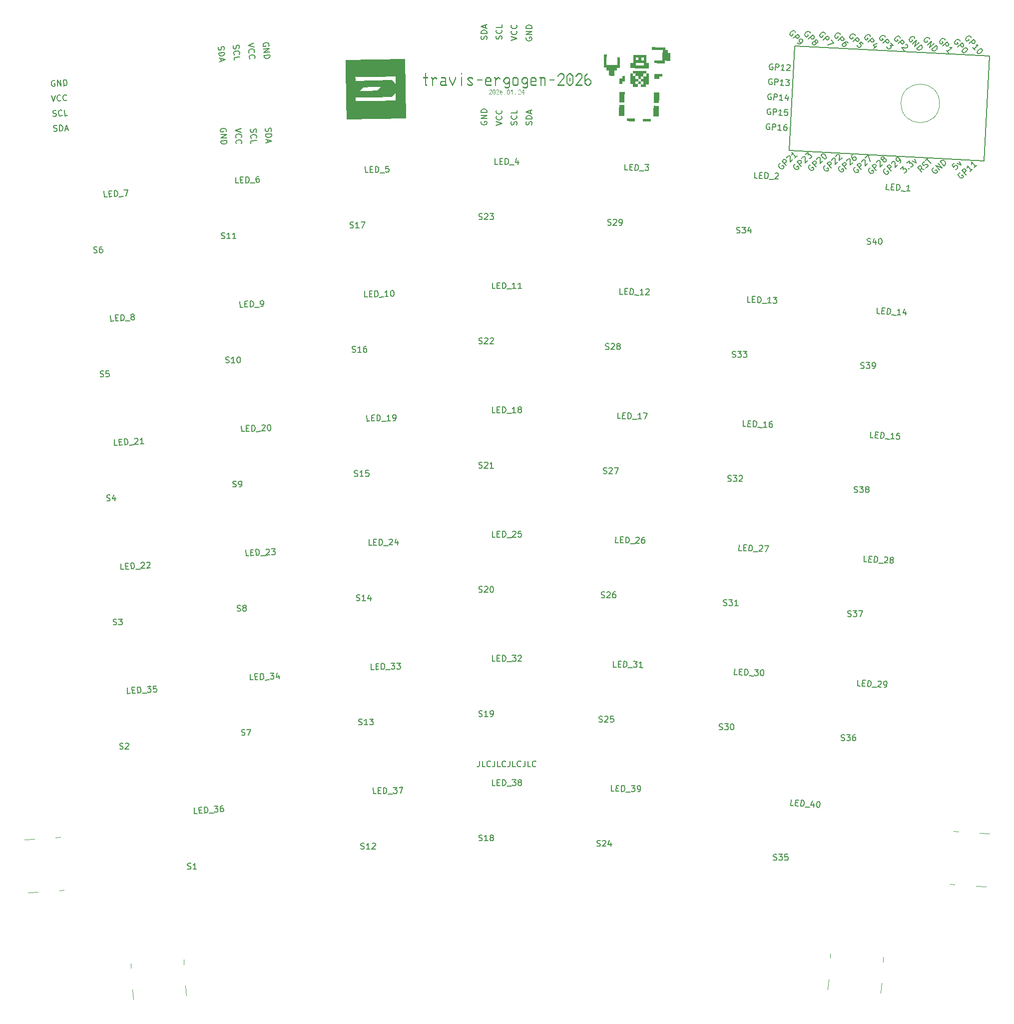
<source format=gbr>
%TF.GenerationSoftware,KiCad,Pcbnew,9.0.7*%
%TF.CreationDate,2026-01-25T01:50:44-05:00*%
%TF.ProjectId,travis_erg2026-v1,74726176-6973-45f6-9572-67323032362d,2026.01.24*%
%TF.SameCoordinates,Original*%
%TF.FileFunction,Legend,Top*%
%TF.FilePolarity,Positive*%
%FSLAX46Y46*%
G04 Gerber Fmt 4.6, Leading zero omitted, Abs format (unit mm)*
G04 Created by KiCad (PCBNEW 9.0.7) date 2026-01-25 01:50:44*
%MOMM*%
%LPD*%
G01*
G04 APERTURE LIST*
%ADD10C,0.150000*%
%ADD11C,0.200000*%
%ADD12C,0.010000*%
%ADD13C,0.120000*%
%ADD14C,0.100000*%
%ADD15C,0.000000*%
G04 APERTURE END LIST*
D10*
X57558204Y-192724824D02*
X57083173Y-192758041D01*
X57083173Y-192758041D02*
X57013417Y-191760477D01*
X57854186Y-192179038D02*
X58186707Y-192155786D01*
X58365756Y-192668354D02*
X57890725Y-192701572D01*
X57890725Y-192701572D02*
X57820969Y-191704007D01*
X57820969Y-191704007D02*
X58295999Y-191670790D01*
X58793283Y-192638459D02*
X58723527Y-191640894D01*
X58723527Y-191640894D02*
X58961042Y-191624286D01*
X58961042Y-191624286D02*
X59106873Y-191661824D01*
X59106873Y-191661824D02*
X59208523Y-191750186D01*
X59208523Y-191750186D02*
X59262669Y-191841871D01*
X59262669Y-191841871D02*
X59323459Y-192028561D01*
X59323459Y-192028561D02*
X59333424Y-192171070D01*
X59333424Y-192171070D02*
X59299208Y-192364404D01*
X59299208Y-192364404D02*
X59258349Y-192462732D01*
X59258349Y-192462732D02*
X59169986Y-192564382D01*
X59169986Y-192564382D02*
X59030799Y-192621850D01*
X59030799Y-192621850D02*
X58793283Y-192638459D01*
X59559976Y-192680317D02*
X60320024Y-192627169D01*
X60386134Y-191524634D02*
X61003673Y-191481451D01*
X61003673Y-191481451D02*
X60697726Y-191884728D01*
X60697726Y-191884728D02*
X60840235Y-191874762D01*
X60840235Y-191874762D02*
X60938563Y-191915622D01*
X60938563Y-191915622D02*
X60989388Y-191959803D01*
X60989388Y-191959803D02*
X61043534Y-192051488D01*
X61043534Y-192051488D02*
X61060143Y-192289003D01*
X61060143Y-192289003D02*
X61019283Y-192387331D01*
X61019283Y-192387331D02*
X60975102Y-192438156D01*
X60975102Y-192438156D02*
X60883418Y-192492302D01*
X60883418Y-192492302D02*
X60598399Y-192512233D01*
X60598399Y-192512233D02*
X60500072Y-192471373D01*
X60500072Y-192471373D02*
X60449247Y-192427192D01*
X61858728Y-191421660D02*
X61668716Y-191434947D01*
X61668716Y-191434947D02*
X61577032Y-191489093D01*
X61577032Y-191489093D02*
X61532851Y-191539918D01*
X61532851Y-191539918D02*
X61447810Y-191689071D01*
X61447810Y-191689071D02*
X61413594Y-191882405D01*
X61413594Y-191882405D02*
X61440167Y-192262429D01*
X61440167Y-192262429D02*
X61494314Y-192354113D01*
X61494314Y-192354113D02*
X61545139Y-192398295D01*
X61545139Y-192398295D02*
X61643467Y-192439154D01*
X61643467Y-192439154D02*
X61833479Y-192425867D01*
X61833479Y-192425867D02*
X61925163Y-192371721D01*
X61925163Y-192371721D02*
X61969344Y-192320896D01*
X61969344Y-192320896D02*
X62010204Y-192222568D01*
X62010204Y-192222568D02*
X61993595Y-191985053D01*
X61993595Y-191985053D02*
X61939449Y-191893369D01*
X61939449Y-191893369D02*
X61888624Y-191849187D01*
X61888624Y-191849187D02*
X61790296Y-191808328D01*
X61790296Y-191808328D02*
X61600284Y-191821615D01*
X61600284Y-191821615D02*
X61508600Y-191875761D01*
X61508600Y-191875761D02*
X61464418Y-191926586D01*
X61464418Y-191926586D02*
X61423559Y-192024914D01*
G36*
X107081422Y-70350318D02*
G01*
X107013523Y-70350318D01*
X107013523Y-70305439D01*
X107016118Y-70290062D01*
X107024025Y-70275947D01*
X107161229Y-70104610D01*
X107172767Y-70094956D01*
X107185043Y-70091971D01*
X107382513Y-70091971D01*
X107395236Y-70095007D01*
X107406265Y-70104549D01*
X107475569Y-70189607D01*
X107482865Y-70202614D01*
X107485400Y-70218855D01*
X107485400Y-70394588D01*
X107482909Y-70410410D01*
X107475569Y-70423897D01*
X107127340Y-70861824D01*
X107485400Y-70861824D01*
X107485400Y-70947798D01*
X107044664Y-70947798D01*
X107032431Y-70944840D01*
X107020911Y-70935280D01*
X107013616Y-70922214D01*
X107011081Y-70905910D01*
X107013604Y-70889611D01*
X107020850Y-70876601D01*
X107417501Y-70379506D01*
X107417501Y-70237723D01*
X107368774Y-70177944D01*
X107198293Y-70177944D01*
X107081422Y-70322536D01*
X107081422Y-70350318D01*
G37*
G36*
X107870870Y-70395886D02*
G01*
X107882112Y-70405578D01*
X107889735Y-70419262D01*
X107892309Y-70435193D01*
X107892309Y-70608544D01*
X107889735Y-70624475D01*
X107882112Y-70638159D01*
X107870874Y-70647802D01*
X107858664Y-70650798D01*
X107845360Y-70647712D01*
X107834179Y-70638159D01*
X107826885Y-70624506D01*
X107824409Y-70608544D01*
X107824409Y-70435193D01*
X107826885Y-70419232D01*
X107834179Y-70405578D01*
X107845365Y-70395976D01*
X107858664Y-70392878D01*
X107870870Y-70395886D01*
G37*
G36*
X107934286Y-70095017D02*
G01*
X107945371Y-70104610D01*
X108085688Y-70276862D01*
X108092833Y-70288472D01*
X108095519Y-70306294D01*
X108095519Y-70737749D01*
X108092833Y-70755571D01*
X108085688Y-70767180D01*
X107948912Y-70935219D01*
X107937328Y-70944826D01*
X107925037Y-70947798D01*
X107795955Y-70947798D01*
X107781785Y-70944578D01*
X107772080Y-70935219D01*
X107633167Y-70764371D01*
X107625305Y-70750734D01*
X107622665Y-70734940D01*
X107622665Y-70322597D01*
X107690564Y-70322597D01*
X107690564Y-70717415D01*
X107807679Y-70861824D01*
X107910444Y-70861824D01*
X108027619Y-70720224D01*
X108027619Y-70322597D01*
X107907635Y-70177944D01*
X107809755Y-70177944D01*
X107690564Y-70322597D01*
X107622665Y-70322597D01*
X107622665Y-70306294D01*
X107625460Y-70289006D01*
X107633167Y-70276862D01*
X107773485Y-70104610D01*
X107783639Y-70095145D01*
X107797359Y-70091971D01*
X107921557Y-70091971D01*
X107934286Y-70095017D01*
G37*
G36*
X108304591Y-70350318D02*
G01*
X108236691Y-70350318D01*
X108236691Y-70305439D01*
X108239286Y-70290062D01*
X108247194Y-70275947D01*
X108384397Y-70104610D01*
X108395935Y-70094956D01*
X108408211Y-70091971D01*
X108605681Y-70091971D01*
X108618405Y-70095007D01*
X108629434Y-70104549D01*
X108698738Y-70189607D01*
X108706033Y-70202614D01*
X108708568Y-70218855D01*
X108708568Y-70394588D01*
X108706077Y-70410410D01*
X108698738Y-70423897D01*
X108350508Y-70861824D01*
X108708568Y-70861824D01*
X108708568Y-70947798D01*
X108267832Y-70947798D01*
X108255600Y-70944840D01*
X108244080Y-70935280D01*
X108236784Y-70922214D01*
X108234249Y-70905910D01*
X108236772Y-70889611D01*
X108244018Y-70876601D01*
X108640669Y-70379506D01*
X108640669Y-70237723D01*
X108591942Y-70177944D01*
X108421461Y-70177944D01*
X108304591Y-70322536D01*
X108304591Y-70350318D01*
G37*
G36*
X109066750Y-70134713D02*
G01*
X108913732Y-70322780D01*
X108913732Y-70555666D01*
X108999767Y-70449298D01*
X109010878Y-70439615D01*
X109023703Y-70436536D01*
X109149243Y-70436536D01*
X109160949Y-70439489D01*
X109172447Y-70449237D01*
X109308795Y-70619596D01*
X109316183Y-70633198D01*
X109318687Y-70649089D01*
X109318687Y-70750510D01*
X109316151Y-70766940D01*
X109308856Y-70780125D01*
X109167195Y-70954636D01*
X109156154Y-70964321D01*
X109143992Y-70967337D01*
X109019795Y-70967337D01*
X109007514Y-70964341D01*
X108995920Y-70954636D01*
X108856335Y-70782384D01*
X108845833Y-70754174D01*
X108845833Y-70752770D01*
X108845833Y-70670277D01*
X108913732Y-70670277D01*
X108913732Y-70734574D01*
X109032190Y-70881364D01*
X109129521Y-70881364D01*
X109250787Y-70731826D01*
X109250787Y-70661911D01*
X109133734Y-70517930D01*
X109037136Y-70517930D01*
X108913732Y-70670277D01*
X108845833Y-70670277D01*
X108845833Y-70306111D01*
X108848461Y-70290260D01*
X108856274Y-70276618D01*
X109018085Y-70075728D01*
X109066750Y-70134713D01*
G37*
G36*
X109594193Y-70791482D02*
G01*
X109727061Y-70791482D01*
X109727061Y-70947798D01*
X109594193Y-70947798D01*
X109594193Y-70791482D01*
G37*
G36*
X110317206Y-70395886D02*
G01*
X110328448Y-70405578D01*
X110336071Y-70419262D01*
X110338645Y-70435193D01*
X110338645Y-70608544D01*
X110336071Y-70624475D01*
X110328448Y-70638159D01*
X110317211Y-70647802D01*
X110305001Y-70650798D01*
X110291696Y-70647712D01*
X110280515Y-70638159D01*
X110273221Y-70624506D01*
X110270746Y-70608544D01*
X110270746Y-70435193D01*
X110273221Y-70419232D01*
X110280515Y-70405578D01*
X110291701Y-70395976D01*
X110305001Y-70392878D01*
X110317206Y-70395886D01*
G37*
G36*
X110380623Y-70095017D02*
G01*
X110391707Y-70104610D01*
X110532024Y-70276862D01*
X110539169Y-70288472D01*
X110541855Y-70306294D01*
X110541855Y-70737749D01*
X110539169Y-70755571D01*
X110532024Y-70767180D01*
X110395248Y-70935219D01*
X110383664Y-70944826D01*
X110371374Y-70947798D01*
X110242291Y-70947798D01*
X110228121Y-70944578D01*
X110218417Y-70935219D01*
X110079503Y-70764371D01*
X110071641Y-70750734D01*
X110069001Y-70734940D01*
X110069001Y-70322597D01*
X110136901Y-70322597D01*
X110136901Y-70717415D01*
X110254015Y-70861824D01*
X110356780Y-70861824D01*
X110473956Y-70720224D01*
X110473956Y-70322597D01*
X110353971Y-70177944D01*
X110256091Y-70177944D01*
X110136901Y-70322597D01*
X110069001Y-70322597D01*
X110069001Y-70306294D01*
X110071796Y-70289006D01*
X110079503Y-70276862D01*
X110219821Y-70104610D01*
X110229976Y-70095145D01*
X110243696Y-70091971D01*
X110367893Y-70091971D01*
X110380623Y-70095017D01*
G37*
G36*
X110896374Y-70106076D02*
G01*
X110908884Y-70095032D01*
X110919455Y-70091971D01*
X110934903Y-70094779D01*
X110946882Y-70107518D01*
X110951695Y-70134225D01*
X110951695Y-70947798D01*
X110883795Y-70947798D01*
X110883795Y-70238333D01*
X110775290Y-70376330D01*
X110727663Y-70321437D01*
X110896374Y-70106076D01*
G37*
G36*
X111428945Y-70791482D02*
G01*
X111561813Y-70791482D01*
X111561813Y-70947798D01*
X111428945Y-70947798D01*
X111428945Y-70791482D01*
G37*
G36*
X111974095Y-70350318D02*
G01*
X111906196Y-70350318D01*
X111906196Y-70305439D01*
X111908790Y-70290062D01*
X111916698Y-70275947D01*
X112053902Y-70104610D01*
X112065440Y-70094956D01*
X112077715Y-70091971D01*
X112275186Y-70091971D01*
X112287909Y-70095007D01*
X112298938Y-70104549D01*
X112368242Y-70189607D01*
X112375538Y-70202614D01*
X112378073Y-70218855D01*
X112378073Y-70394588D01*
X112375582Y-70410410D01*
X112368242Y-70423897D01*
X112020013Y-70861824D01*
X112378073Y-70861824D01*
X112378073Y-70947798D01*
X111937337Y-70947798D01*
X111925104Y-70944840D01*
X111913584Y-70935280D01*
X111906289Y-70922214D01*
X111903753Y-70905910D01*
X111906276Y-70889611D01*
X111913523Y-70876601D01*
X112310173Y-70379506D01*
X112310173Y-70237723D01*
X112261447Y-70177944D01*
X112090965Y-70177944D01*
X111974095Y-70322536D01*
X111974095Y-70350318D01*
G37*
G36*
X112921757Y-70599996D02*
G01*
X112986238Y-70599996D01*
X112986238Y-70678153D01*
X112921757Y-70678153D01*
X112921757Y-70984922D01*
X112853858Y-70984922D01*
X112853858Y-70678153D01*
X112549776Y-70678153D01*
X112536880Y-70675098D01*
X112525473Y-70665453D01*
X112517897Y-70651774D01*
X112515337Y-70635838D01*
X112515337Y-70500100D01*
X112581771Y-70500100D01*
X112581771Y-70599996D01*
X112853858Y-70599996D01*
X112853858Y-70177944D01*
X112837066Y-70177944D01*
X112581771Y-70500100D01*
X112515337Y-70500100D01*
X112515337Y-70478058D01*
X112517978Y-70462201D01*
X112525840Y-70448504D01*
X112798232Y-70104671D01*
X112808003Y-70095257D01*
X112822778Y-70091971D01*
X112921757Y-70091971D01*
X112921757Y-70599996D01*
G37*
X87509298Y-168336475D02*
X87033180Y-168344785D01*
X87033180Y-168344785D02*
X87015728Y-167344938D01*
X87833439Y-167806927D02*
X88166721Y-167801110D01*
X88318699Y-168322346D02*
X87842581Y-168330657D01*
X87842581Y-168330657D02*
X87825128Y-167330809D01*
X87825128Y-167330809D02*
X88301246Y-167322499D01*
X88747205Y-168314867D02*
X88729752Y-167315019D01*
X88729752Y-167315019D02*
X88967811Y-167310864D01*
X88967811Y-167310864D02*
X89111478Y-167355982D01*
X89111478Y-167355982D02*
X89208364Y-167449544D01*
X89208364Y-167449544D02*
X89257638Y-167543936D01*
X89257638Y-167543936D02*
X89308574Y-167733552D01*
X89308574Y-167733552D02*
X89311067Y-167876388D01*
X89311067Y-167876388D02*
X89266779Y-168067666D01*
X89266779Y-168067666D02*
X89220830Y-168163721D01*
X89220830Y-168163721D02*
X89127268Y-168260606D01*
X89127268Y-168260606D02*
X88985264Y-168310711D01*
X88985264Y-168310711D02*
X88747205Y-168314867D01*
X89510656Y-168396793D02*
X90272444Y-168383496D01*
X90396165Y-167285932D02*
X91015119Y-167275128D01*
X91015119Y-167275128D02*
X90688485Y-167661840D01*
X90688485Y-167661840D02*
X90831320Y-167659347D01*
X90831320Y-167659347D02*
X90927375Y-167705296D01*
X90927375Y-167705296D02*
X90975818Y-167752077D01*
X90975818Y-167752077D02*
X91025092Y-167846469D01*
X91025092Y-167846469D02*
X91029247Y-168084528D01*
X91029247Y-168084528D02*
X90983297Y-168180583D01*
X90983297Y-168180583D02*
X90936517Y-168229026D01*
X90936517Y-168229026D02*
X90842124Y-168278300D01*
X90842124Y-168278300D02*
X90556453Y-168283286D01*
X90556453Y-168283286D02*
X90460399Y-168237337D01*
X90460399Y-168237337D02*
X90411956Y-168190556D01*
X91348401Y-167269310D02*
X91967355Y-167258507D01*
X91967355Y-167258507D02*
X91640721Y-167645218D01*
X91640721Y-167645218D02*
X91783556Y-167642725D01*
X91783556Y-167642725D02*
X91879611Y-167688675D01*
X91879611Y-167688675D02*
X91928054Y-167735456D01*
X91928054Y-167735456D02*
X91977328Y-167829848D01*
X91977328Y-167829848D02*
X91981483Y-168067907D01*
X91981483Y-168067907D02*
X91935533Y-168163962D01*
X91935533Y-168163962D02*
X91888753Y-168212405D01*
X91888753Y-168212405D02*
X91794360Y-168261679D01*
X91794360Y-168261679D02*
X91508689Y-168266665D01*
X91508689Y-168266665D02*
X91412635Y-168220715D01*
X91412635Y-168220715D02*
X91364192Y-168173935D01*
X158583991Y-191401154D02*
X158108960Y-191367936D01*
X158108960Y-191367936D02*
X158178717Y-190370372D01*
X158953051Y-190901872D02*
X159285573Y-190925124D01*
X159391543Y-191457623D02*
X158916512Y-191424406D01*
X158916512Y-191424406D02*
X158986269Y-190426842D01*
X158986269Y-190426842D02*
X159461299Y-190460059D01*
X159819070Y-191487519D02*
X159888827Y-190489955D01*
X159888827Y-190489955D02*
X160126342Y-190506563D01*
X160126342Y-190506563D02*
X160265529Y-190564032D01*
X160265529Y-190564032D02*
X160353892Y-190665681D01*
X160353892Y-190665681D02*
X160394751Y-190764009D01*
X160394751Y-190764009D02*
X160428968Y-190957343D01*
X160428968Y-190957343D02*
X160419002Y-191099852D01*
X160419002Y-191099852D02*
X160358212Y-191286543D01*
X160358212Y-191286543D02*
X160304066Y-191378227D01*
X160304066Y-191378227D02*
X160202416Y-191466590D01*
X160202416Y-191466590D02*
X160056585Y-191504127D01*
X160056585Y-191504127D02*
X159819070Y-191487519D01*
X160572475Y-191635673D02*
X161332524Y-191688820D01*
X162050715Y-190975276D02*
X162004211Y-191640319D01*
X161839774Y-190578643D02*
X161552432Y-191274580D01*
X161552432Y-191274580D02*
X162169972Y-191317763D01*
X162786513Y-190692581D02*
X162881519Y-190699224D01*
X162881519Y-190699224D02*
X162973203Y-190753371D01*
X162973203Y-190753371D02*
X163017385Y-190804195D01*
X163017385Y-190804195D02*
X163058244Y-190902523D01*
X163058244Y-190902523D02*
X163092460Y-191095857D01*
X163092460Y-191095857D02*
X163075852Y-191333372D01*
X163075852Y-191333372D02*
X163015062Y-191520063D01*
X163015062Y-191520063D02*
X162960915Y-191611747D01*
X162960915Y-191611747D02*
X162910090Y-191655929D01*
X162910090Y-191655929D02*
X162811763Y-191696788D01*
X162811763Y-191696788D02*
X162716756Y-191690145D01*
X162716756Y-191690145D02*
X162625072Y-191635998D01*
X162625072Y-191635998D02*
X162580891Y-191585173D01*
X162580891Y-191585173D02*
X162540031Y-191486846D01*
X162540031Y-191486846D02*
X162505815Y-191293512D01*
X162505815Y-191293512D02*
X162522424Y-191055996D01*
X162522424Y-191055996D02*
X162583214Y-190869306D01*
X162583214Y-190869306D02*
X162637360Y-190777622D01*
X162637360Y-190777622D02*
X162688185Y-190733440D01*
X162688185Y-190733440D02*
X162786513Y-190692581D01*
X172133890Y-129086504D02*
X171658352Y-129061583D01*
X171658352Y-129061583D02*
X171710688Y-128062953D01*
X172494181Y-128580858D02*
X172827057Y-128598303D01*
X172942305Y-129128872D02*
X172466767Y-129103950D01*
X172466767Y-129103950D02*
X172519103Y-128105320D01*
X172519103Y-128105320D02*
X172994641Y-128130242D01*
X173370289Y-129151301D02*
X173422625Y-128152672D01*
X173422625Y-128152672D02*
X173660394Y-128165133D01*
X173660394Y-128165133D02*
X173800563Y-128220163D01*
X173800563Y-128220163D02*
X173890686Y-128320255D01*
X173890686Y-128320255D02*
X173933256Y-128417855D01*
X173933256Y-128417855D02*
X173970841Y-128610562D01*
X173970841Y-128610562D02*
X173963364Y-128753224D01*
X173963364Y-128753224D02*
X173905841Y-128940946D01*
X173905841Y-128940946D02*
X173853303Y-129033562D01*
X173853303Y-129033562D02*
X173753211Y-129123685D01*
X173753211Y-129123685D02*
X173608058Y-129163762D01*
X173608058Y-129163762D02*
X173370289Y-129151301D01*
X174126165Y-129286284D02*
X174887026Y-129326159D01*
X175652871Y-129270926D02*
X175082225Y-129241020D01*
X175367548Y-129255973D02*
X175419884Y-128257344D01*
X175419884Y-128257344D02*
X175317300Y-128395021D01*
X175317300Y-128395021D02*
X175217208Y-128485144D01*
X175217208Y-128485144D02*
X175119608Y-128527713D01*
X176608729Y-128319648D02*
X176133191Y-128294727D01*
X176133191Y-128294727D02*
X176060715Y-128767772D01*
X176060715Y-128767772D02*
X176110761Y-128722711D01*
X176110761Y-128722711D02*
X176208361Y-128680141D01*
X176208361Y-128680141D02*
X176446130Y-128692602D01*
X176446130Y-128692602D02*
X176538745Y-128745140D01*
X176538745Y-128745140D02*
X176583807Y-128795186D01*
X176583807Y-128795186D02*
X176626376Y-128892786D01*
X176626376Y-128892786D02*
X176613915Y-129130555D01*
X176613915Y-129130555D02*
X176561377Y-129223170D01*
X176561377Y-129223170D02*
X176511331Y-129268232D01*
X176511331Y-129268232D02*
X176413732Y-129310801D01*
X176413732Y-129310801D02*
X176175963Y-129298340D01*
X176175963Y-129298340D02*
X176083347Y-129245802D01*
X176083347Y-129245802D02*
X176038286Y-129195756D01*
X105383518Y-183832959D02*
X105383518Y-184547244D01*
X105383518Y-184547244D02*
X105335899Y-184690101D01*
X105335899Y-184690101D02*
X105240661Y-184785340D01*
X105240661Y-184785340D02*
X105097804Y-184832959D01*
X105097804Y-184832959D02*
X105002566Y-184832959D01*
X106335899Y-184832959D02*
X105859709Y-184832959D01*
X105859709Y-184832959D02*
X105859709Y-183832959D01*
X107240661Y-184737720D02*
X107193042Y-184785340D01*
X107193042Y-184785340D02*
X107050185Y-184832959D01*
X107050185Y-184832959D02*
X106954947Y-184832959D01*
X106954947Y-184832959D02*
X106812090Y-184785340D01*
X106812090Y-184785340D02*
X106716852Y-184690101D01*
X106716852Y-184690101D02*
X106669233Y-184594863D01*
X106669233Y-184594863D02*
X106621614Y-184404387D01*
X106621614Y-184404387D02*
X106621614Y-184261530D01*
X106621614Y-184261530D02*
X106669233Y-184071054D01*
X106669233Y-184071054D02*
X106716852Y-183975816D01*
X106716852Y-183975816D02*
X106812090Y-183880578D01*
X106812090Y-183880578D02*
X106954947Y-183832959D01*
X106954947Y-183832959D02*
X107050185Y-183832959D01*
X107050185Y-183832959D02*
X107193042Y-183880578D01*
X107193042Y-183880578D02*
X107240661Y-183928197D01*
X107954947Y-183832959D02*
X107954947Y-184547244D01*
X107954947Y-184547244D02*
X107907328Y-184690101D01*
X107907328Y-184690101D02*
X107812090Y-184785340D01*
X107812090Y-184785340D02*
X107669233Y-184832959D01*
X107669233Y-184832959D02*
X107573995Y-184832959D01*
X108907328Y-184832959D02*
X108431138Y-184832959D01*
X108431138Y-184832959D02*
X108431138Y-183832959D01*
X109812090Y-184737720D02*
X109764471Y-184785340D01*
X109764471Y-184785340D02*
X109621614Y-184832959D01*
X109621614Y-184832959D02*
X109526376Y-184832959D01*
X109526376Y-184832959D02*
X109383519Y-184785340D01*
X109383519Y-184785340D02*
X109288281Y-184690101D01*
X109288281Y-184690101D02*
X109240662Y-184594863D01*
X109240662Y-184594863D02*
X109193043Y-184404387D01*
X109193043Y-184404387D02*
X109193043Y-184261530D01*
X109193043Y-184261530D02*
X109240662Y-184071054D01*
X109240662Y-184071054D02*
X109288281Y-183975816D01*
X109288281Y-183975816D02*
X109383519Y-183880578D01*
X109383519Y-183880578D02*
X109526376Y-183832959D01*
X109526376Y-183832959D02*
X109621614Y-183832959D01*
X109621614Y-183832959D02*
X109764471Y-183880578D01*
X109764471Y-183880578D02*
X109812090Y-183928197D01*
X110526376Y-183832959D02*
X110526376Y-184547244D01*
X110526376Y-184547244D02*
X110478757Y-184690101D01*
X110478757Y-184690101D02*
X110383519Y-184785340D01*
X110383519Y-184785340D02*
X110240662Y-184832959D01*
X110240662Y-184832959D02*
X110145424Y-184832959D01*
X111478757Y-184832959D02*
X111002567Y-184832959D01*
X111002567Y-184832959D02*
X111002567Y-183832959D01*
X112383519Y-184737720D02*
X112335900Y-184785340D01*
X112335900Y-184785340D02*
X112193043Y-184832959D01*
X112193043Y-184832959D02*
X112097805Y-184832959D01*
X112097805Y-184832959D02*
X111954948Y-184785340D01*
X111954948Y-184785340D02*
X111859710Y-184690101D01*
X111859710Y-184690101D02*
X111812091Y-184594863D01*
X111812091Y-184594863D02*
X111764472Y-184404387D01*
X111764472Y-184404387D02*
X111764472Y-184261530D01*
X111764472Y-184261530D02*
X111812091Y-184071054D01*
X111812091Y-184071054D02*
X111859710Y-183975816D01*
X111859710Y-183975816D02*
X111954948Y-183880578D01*
X111954948Y-183880578D02*
X112097805Y-183832959D01*
X112097805Y-183832959D02*
X112193043Y-183832959D01*
X112193043Y-183832959D02*
X112335900Y-183880578D01*
X112335900Y-183880578D02*
X112383519Y-183928197D01*
X113097805Y-183832959D02*
X113097805Y-184547244D01*
X113097805Y-184547244D02*
X113050186Y-184690101D01*
X113050186Y-184690101D02*
X112954948Y-184785340D01*
X112954948Y-184785340D02*
X112812091Y-184832959D01*
X112812091Y-184832959D02*
X112716853Y-184832959D01*
X114050186Y-184832959D02*
X113573996Y-184832959D01*
X113573996Y-184832959D02*
X113573996Y-183832959D01*
X114954948Y-184737720D02*
X114907329Y-184785340D01*
X114907329Y-184785340D02*
X114764472Y-184832959D01*
X114764472Y-184832959D02*
X114669234Y-184832959D01*
X114669234Y-184832959D02*
X114526377Y-184785340D01*
X114526377Y-184785340D02*
X114431139Y-184690101D01*
X114431139Y-184690101D02*
X114383520Y-184594863D01*
X114383520Y-184594863D02*
X114335901Y-184404387D01*
X114335901Y-184404387D02*
X114335901Y-184261530D01*
X114335901Y-184261530D02*
X114383520Y-184071054D01*
X114383520Y-184071054D02*
X114431139Y-183975816D01*
X114431139Y-183975816D02*
X114526377Y-183880578D01*
X114526377Y-183880578D02*
X114669234Y-183832959D01*
X114669234Y-183832959D02*
X114764472Y-183832959D01*
X114764472Y-183832959D02*
X114907329Y-183880578D01*
X114907329Y-183880578D02*
X114954948Y-183928197D01*
G36*
X96331073Y-69194591D02*
G01*
X96365420Y-69240081D01*
X96506012Y-69240081D01*
X96506012Y-69464785D01*
X96327868Y-69464785D01*
X96296506Y-69457031D01*
X96266196Y-69431659D01*
X96178879Y-69323124D01*
X96158435Y-69287808D01*
X96151555Y-69246645D01*
X96151555Y-68184952D01*
X95799845Y-68184952D01*
X95799845Y-67960249D01*
X96151555Y-67960249D01*
X96151555Y-67315448D01*
X96331073Y-67315448D01*
X96331073Y-67960249D01*
X96679119Y-67960249D01*
X96679119Y-68184952D01*
X96331073Y-68184952D01*
X96331073Y-69194591D01*
G37*
G36*
X97494890Y-68539410D02*
G01*
X97494890Y-69464785D01*
X97315372Y-69464785D01*
X97315372Y-68288603D01*
X97308989Y-68252804D01*
X97288353Y-68214872D01*
X97256973Y-68191736D01*
X97228666Y-68184952D01*
X97172490Y-68184952D01*
X97172490Y-67960249D01*
X97317662Y-67960249D01*
X97363449Y-67974485D01*
X97429555Y-68030316D01*
X97479342Y-68104531D01*
X97494890Y-68179762D01*
X97494890Y-68232579D01*
X97681278Y-67997343D01*
X97714410Y-67968518D01*
X97744476Y-67960249D01*
X97949945Y-67960249D01*
X97986365Y-67968692D01*
X98013143Y-67993832D01*
X98190677Y-68208155D01*
X98210889Y-68244302D01*
X98217849Y-68288450D01*
X98217849Y-68398817D01*
X98038331Y-68398817D01*
X98038331Y-68332719D01*
X97913920Y-68184952D01*
X97782792Y-68184952D01*
X97494890Y-68539410D01*
G37*
G36*
X99519278Y-67968762D02*
G01*
X99546378Y-67993832D01*
X99711547Y-68204339D01*
X99730475Y-68236692D01*
X99737040Y-68277306D01*
X99737040Y-69251530D01*
X99912895Y-69251530D01*
X99912895Y-69464785D01*
X98955157Y-69464785D01*
X98918535Y-69456374D01*
X98891502Y-69431354D01*
X98727096Y-69213672D01*
X98708188Y-69180671D01*
X98701450Y-69136736D01*
X98701450Y-68969735D01*
X98880969Y-68969735D01*
X98880969Y-69096589D01*
X98996679Y-69251530D01*
X99557521Y-69251530D01*
X99557521Y-68818304D01*
X98998358Y-68818304D01*
X98880969Y-68969735D01*
X98701450Y-68969735D01*
X98701450Y-68926077D01*
X98707538Y-68888516D01*
X98726943Y-68849293D01*
X98893028Y-68634970D01*
X98922193Y-68612508D01*
X98957905Y-68605050D01*
X99557521Y-68605050D01*
X99557521Y-68318522D01*
X99445322Y-68173503D01*
X98867688Y-68173503D01*
X98867688Y-67960249D01*
X99481653Y-67960249D01*
X99519278Y-67968762D01*
G37*
G36*
X100409929Y-68258072D02*
G01*
X100832622Y-69137041D01*
X101262336Y-68247539D01*
X101262336Y-67960249D01*
X101441855Y-67960249D01*
X101441855Y-68276696D01*
X101431017Y-68331193D01*
X100910627Y-69409677D01*
X100876200Y-69451778D01*
X100832622Y-69464785D01*
X100789172Y-69451789D01*
X100754769Y-69409677D01*
X100241401Y-68341726D01*
X100230410Y-68287229D01*
X100230410Y-67960249D01*
X100409929Y-67960249D01*
X100409929Y-68258072D01*
G37*
G36*
X102267396Y-67315448D02*
G01*
X102446914Y-67315448D01*
X102446914Y-67540151D01*
X102267396Y-67540151D01*
X102267396Y-67315448D01*
G37*
G36*
X102267396Y-67960249D02*
G01*
X102446914Y-67960249D01*
X102446914Y-69464785D01*
X102267396Y-69464785D01*
X102267396Y-67960249D01*
G37*
G36*
X104144402Y-68334246D02*
G01*
X104022433Y-68184952D01*
X103589971Y-68184952D01*
X103511813Y-68284176D01*
X104300717Y-69051862D01*
X104325404Y-69088240D01*
X104333690Y-69132156D01*
X104326546Y-69179235D01*
X104306365Y-69215352D01*
X104127610Y-69431659D01*
X104097061Y-69456926D01*
X104064260Y-69464785D01*
X103552571Y-69464785D01*
X103519794Y-69456866D01*
X103489220Y-69431354D01*
X103313976Y-69219626D01*
X103295093Y-69185065D01*
X103288331Y-69139026D01*
X103288331Y-69035528D01*
X103467849Y-69035528D01*
X103467849Y-69090788D01*
X103589818Y-69240081D01*
X104029455Y-69240081D01*
X104109292Y-69141316D01*
X103323441Y-68381415D01*
X103303286Y-68353311D01*
X103290163Y-68301731D01*
X103290163Y-68289061D01*
X103296273Y-68249433D01*
X103313976Y-68217009D01*
X103484183Y-67993985D01*
X103515043Y-67968338D01*
X103549365Y-67960249D01*
X104059833Y-67960249D01*
X104090870Y-67968075D01*
X104121046Y-67993832D01*
X104296748Y-68208766D01*
X104317089Y-68244454D01*
X104323920Y-68285702D01*
X104323920Y-68403397D01*
X104144402Y-68403397D01*
X104144402Y-68334246D01*
G37*
G36*
X104993146Y-68380346D02*
G01*
X105852881Y-68380346D01*
X105852881Y-68585510D01*
X104993146Y-68585510D01*
X104993146Y-68380346D01*
G37*
G36*
X107159111Y-67969672D02*
G01*
X107190416Y-68000854D01*
X107356195Y-68218383D01*
X107375235Y-68250768D01*
X107381841Y-68291503D01*
X107381841Y-68829753D01*
X106525770Y-68829753D01*
X106525770Y-69103305D01*
X106642701Y-69259621D01*
X107391611Y-69259621D01*
X107391611Y-69464785D01*
X106605149Y-69464785D01*
X106570293Y-69457144D01*
X106545462Y-69434865D01*
X106368538Y-69224205D01*
X106352421Y-69193879D01*
X106346251Y-69147116D01*
X106346251Y-68340352D01*
X106529281Y-68340352D01*
X106529281Y-68605050D01*
X107205986Y-68605050D01*
X107205986Y-68336841D01*
X107087376Y-68184952D01*
X106649570Y-68184952D01*
X106529281Y-68340352D01*
X106346251Y-68340352D01*
X106346251Y-68296388D01*
X106352452Y-68265923D01*
X106375255Y-68223115D01*
X106546530Y-68000854D01*
X106582949Y-67969024D01*
X106613239Y-67960249D01*
X107125233Y-67960249D01*
X107159111Y-67969672D01*
G37*
G36*
X108197612Y-68539410D02*
G01*
X108197612Y-69464785D01*
X108018093Y-69464785D01*
X108018093Y-68288603D01*
X108011710Y-68252804D01*
X107991074Y-68214872D01*
X107959694Y-68191736D01*
X107931387Y-68184952D01*
X107875211Y-68184952D01*
X107875211Y-67960249D01*
X108020383Y-67960249D01*
X108066171Y-67974485D01*
X108132277Y-68030316D01*
X108182063Y-68104531D01*
X108197612Y-68179762D01*
X108197612Y-68232579D01*
X108384000Y-67997343D01*
X108417131Y-67968518D01*
X108447198Y-67960249D01*
X108652667Y-67960249D01*
X108689087Y-67968692D01*
X108715865Y-67993832D01*
X108893399Y-68208155D01*
X108913611Y-68244302D01*
X108920571Y-68288450D01*
X108920571Y-68398817D01*
X108741052Y-68398817D01*
X108741052Y-68332719D01*
X108616641Y-68184952D01*
X108485513Y-68184952D01*
X108197612Y-68539410D01*
G37*
G36*
X110300632Y-67958071D02*
G01*
X110328783Y-67980399D01*
X110502043Y-68198080D01*
X110520692Y-68228473D01*
X110527689Y-68274864D01*
X110527689Y-69578052D01*
X110521110Y-69620684D01*
X110502196Y-69654836D01*
X110342980Y-69851299D01*
X110317168Y-69876290D01*
X110279477Y-69884882D01*
X109820606Y-69884882D01*
X109789407Y-69876996D01*
X109758934Y-69850994D01*
X109591781Y-69640945D01*
X109717260Y-69488751D01*
X109857853Y-69660179D01*
X110243909Y-69660179D01*
X110348170Y-69532562D01*
X110348170Y-68981031D01*
X110160867Y-69215657D01*
X110135121Y-69241129D01*
X110097516Y-69249851D01*
X109827628Y-69249851D01*
X109794863Y-69241902D01*
X109764277Y-69216268D01*
X109429970Y-68800749D01*
X109411210Y-68770176D01*
X109404172Y-68723508D01*
X109404172Y-68531930D01*
X109583690Y-68531930D01*
X109583690Y-68678933D01*
X109864875Y-69025148D01*
X110059964Y-69025148D01*
X110348170Y-68671911D01*
X110348170Y-68322186D01*
X110228186Y-68175182D01*
X109871897Y-68175182D01*
X109583690Y-68531930D01*
X109404172Y-68531930D01*
X109404172Y-68487508D01*
X109410787Y-68444731D01*
X109429817Y-68410419D01*
X109772978Y-67980857D01*
X109797145Y-67958555D01*
X109836329Y-67950479D01*
X110263754Y-67950479D01*
X110300632Y-67958071D01*
G37*
G36*
X111763927Y-67969083D02*
G01*
X111795309Y-67997190D01*
X111952998Y-68217925D01*
X111972186Y-68250969D01*
X111978491Y-68287381D01*
X111978491Y-69145437D01*
X111972170Y-69181524D01*
X111951319Y-69221916D01*
X111786608Y-69428606D01*
X111763964Y-69448343D01*
X111733638Y-69455015D01*
X111722952Y-69455015D01*
X111193708Y-69455015D01*
X111162480Y-69448688D01*
X111134174Y-69429064D01*
X110958930Y-69225121D01*
X110940173Y-69193062D01*
X110933132Y-69144674D01*
X110933132Y-68324323D01*
X111112650Y-68324323D01*
X111112650Y-69097962D01*
X111231108Y-69241760D01*
X111687384Y-69241760D01*
X111798973Y-69097962D01*
X111798973Y-68324171D01*
X111689216Y-68173503D01*
X111231261Y-68173503D01*
X111112650Y-68324323D01*
X110933132Y-68324323D01*
X110933132Y-68277154D01*
X110939312Y-68247308D01*
X110962136Y-68205102D01*
X111134022Y-67986352D01*
X111159980Y-67966905D01*
X111193861Y-67960249D01*
X111728295Y-67960249D01*
X111763927Y-67969083D01*
G37*
G36*
X113358552Y-67958071D02*
G01*
X113386704Y-67980399D01*
X113559964Y-68198080D01*
X113578612Y-68228473D01*
X113585609Y-68274864D01*
X113585609Y-69578052D01*
X113579030Y-69620684D01*
X113560116Y-69654836D01*
X113400901Y-69851299D01*
X113375089Y-69876290D01*
X113337397Y-69884882D01*
X112878526Y-69884882D01*
X112847328Y-69876996D01*
X112816855Y-69850994D01*
X112649701Y-69640945D01*
X112775181Y-69488751D01*
X112915773Y-69660179D01*
X113301830Y-69660179D01*
X113406091Y-69532562D01*
X113406091Y-68981031D01*
X113218787Y-69215657D01*
X113193041Y-69241129D01*
X113155436Y-69249851D01*
X112885548Y-69249851D01*
X112852783Y-69241902D01*
X112822198Y-69216268D01*
X112487890Y-68800749D01*
X112469131Y-68770176D01*
X112462092Y-68723508D01*
X112462092Y-68531930D01*
X112641611Y-68531930D01*
X112641611Y-68678933D01*
X112922795Y-69025148D01*
X113117884Y-69025148D01*
X113406091Y-68671911D01*
X113406091Y-68322186D01*
X113286106Y-68175182D01*
X112929817Y-68175182D01*
X112641611Y-68531930D01*
X112462092Y-68531930D01*
X112462092Y-68487508D01*
X112468707Y-68444731D01*
X112487738Y-68410419D01*
X112830899Y-67980857D01*
X112855065Y-67958555D01*
X112894249Y-67950479D01*
X113321674Y-67950479D01*
X113358552Y-67958071D01*
G37*
G36*
X114803912Y-67969672D02*
G01*
X114835217Y-68000854D01*
X115000996Y-68218383D01*
X115020036Y-68250768D01*
X115026642Y-68291503D01*
X115026642Y-68829753D01*
X114170571Y-68829753D01*
X114170571Y-69103305D01*
X114287502Y-69259621D01*
X115036412Y-69259621D01*
X115036412Y-69464785D01*
X114249950Y-69464785D01*
X114215094Y-69457144D01*
X114190263Y-69434865D01*
X114013339Y-69224205D01*
X113997222Y-69193879D01*
X113991052Y-69147116D01*
X113991052Y-68340352D01*
X114174082Y-68340352D01*
X114174082Y-68605050D01*
X114850787Y-68605050D01*
X114850787Y-68336841D01*
X114732177Y-68184952D01*
X114294371Y-68184952D01*
X114174082Y-68340352D01*
X113991052Y-68340352D01*
X113991052Y-68296388D01*
X113997253Y-68265923D01*
X114020056Y-68223115D01*
X114191331Y-68000854D01*
X114227750Y-67969024D01*
X114258040Y-67960249D01*
X114770034Y-67960249D01*
X114803912Y-67969672D01*
G37*
G36*
X115828674Y-68073364D02*
G01*
X115892636Y-67993832D01*
X115919638Y-67968674D01*
X115955986Y-67960249D01*
X116306780Y-67960249D01*
X116338280Y-67967419D01*
X116367230Y-67990168D01*
X116537895Y-68195027D01*
X116559131Y-68236930D01*
X116565372Y-68271811D01*
X116565372Y-69464785D01*
X116389517Y-69464785D01*
X116389517Y-68318980D01*
X116271365Y-68184952D01*
X115992012Y-68184952D01*
X115875386Y-68329361D01*
X115875386Y-69464785D01*
X115695867Y-69464785D01*
X115695867Y-68285550D01*
X115707316Y-68244028D01*
X115659842Y-68173503D01*
X115520013Y-68173503D01*
X115520013Y-67960249D01*
X115701210Y-67960249D01*
X115737023Y-67968178D01*
X115759218Y-67990474D01*
X115828674Y-68073364D01*
G37*
G36*
X117224828Y-68380346D02*
G01*
X118084562Y-68380346D01*
X118084562Y-68585510D01*
X117224828Y-68585510D01*
X117224828Y-68380346D01*
G37*
G36*
X118763558Y-67971087D02*
G01*
X118584039Y-67971087D01*
X118584039Y-67854003D01*
X118590791Y-67813966D01*
X118611364Y-67777219D01*
X118954372Y-67348878D01*
X118984946Y-67323366D01*
X119017723Y-67315448D01*
X119511399Y-67315448D01*
X119545399Y-67323507D01*
X119574596Y-67348726D01*
X119747856Y-67561370D01*
X119766889Y-67595237D01*
X119773502Y-67637543D01*
X119773502Y-68076875D01*
X119767009Y-68118026D01*
X119747856Y-68153201D01*
X118883542Y-69240081D01*
X119773502Y-69240081D01*
X119773502Y-69464785D01*
X118666776Y-69464785D01*
X118634106Y-69456936D01*
X118603578Y-69431659D01*
X118584541Y-69397664D01*
X118577933Y-69355333D01*
X118584511Y-69312859D01*
X118603426Y-69278855D01*
X119593983Y-68037491D01*
X119593983Y-67686391D01*
X119474762Y-67540151D01*
X119053138Y-67540151D01*
X118763558Y-67898425D01*
X118763558Y-67971087D01*
G37*
G36*
X120734364Y-68075667D02*
G01*
X120764059Y-68101146D01*
X120784044Y-68136951D01*
X120790773Y-68178388D01*
X120790773Y-68611767D01*
X120784044Y-68653204D01*
X120764059Y-68689008D01*
X120734376Y-68714365D01*
X120701777Y-68722286D01*
X120666341Y-68714131D01*
X120636900Y-68689008D01*
X120617740Y-68653279D01*
X120611255Y-68611767D01*
X120611255Y-68178388D01*
X120617740Y-68136875D01*
X120636900Y-68101146D01*
X120666353Y-68075902D01*
X120701777Y-68067716D01*
X120734364Y-68075667D01*
G37*
G36*
X120893024Y-67323533D02*
G01*
X120922359Y-67348878D01*
X121273000Y-67779356D01*
X121291765Y-67809764D01*
X121298798Y-67856140D01*
X121298798Y-68934778D01*
X121291765Y-68981154D01*
X121273000Y-69011562D01*
X120931213Y-69431507D01*
X120900526Y-69456901D01*
X120867710Y-69464785D01*
X120545004Y-69464785D01*
X120507168Y-69456216D01*
X120481348Y-69431354D01*
X120134218Y-69004387D01*
X120113769Y-68968943D01*
X120106893Y-68927756D01*
X120106893Y-67898577D01*
X120286412Y-67898577D01*
X120286412Y-68882265D01*
X120576603Y-69240081D01*
X120828936Y-69240081D01*
X121119280Y-68889135D01*
X121119280Y-67898730D01*
X120821914Y-67540151D01*
X120581793Y-67540151D01*
X120286412Y-67898577D01*
X120106893Y-67898577D01*
X120106893Y-67856140D01*
X120114197Y-67811100D01*
X120134371Y-67779356D01*
X120484859Y-67349031D01*
X120511906Y-67323889D01*
X120548515Y-67315448D01*
X120859009Y-67315448D01*
X120893024Y-67323533D01*
G37*
G36*
X121821478Y-67971087D02*
G01*
X121641960Y-67971087D01*
X121641960Y-67854003D01*
X121648711Y-67813966D01*
X121669284Y-67777219D01*
X122012293Y-67348878D01*
X122042866Y-67323366D01*
X122075643Y-67315448D01*
X122569319Y-67315448D01*
X122603319Y-67323507D01*
X122632517Y-67348726D01*
X122805777Y-67561370D01*
X122824809Y-67595237D01*
X122831422Y-67637543D01*
X122831422Y-68076875D01*
X122824930Y-68118026D01*
X122805777Y-68153201D01*
X121941462Y-69240081D01*
X122831422Y-69240081D01*
X122831422Y-69464785D01*
X121724697Y-69464785D01*
X121692027Y-69456936D01*
X121661499Y-69431659D01*
X121642462Y-69397664D01*
X121635853Y-69355333D01*
X121642432Y-69312859D01*
X121661346Y-69278855D01*
X122651904Y-68037491D01*
X122651904Y-67686391D01*
X122532683Y-67540151D01*
X122111058Y-67540151D01*
X121821478Y-67898425D01*
X121821478Y-67971087D01*
G37*
G36*
X123728251Y-67427189D02*
G01*
X123344332Y-67899035D01*
X123344332Y-68465831D01*
X123550717Y-68210598D01*
X123580121Y-68185025D01*
X123614373Y-68176862D01*
X123928225Y-68176862D01*
X123959578Y-68184699D01*
X123990049Y-68210445D01*
X124330921Y-68636343D01*
X124350195Y-68671806D01*
X124356719Y-68713127D01*
X124356719Y-68966682D01*
X124350114Y-69009351D01*
X124331073Y-69043771D01*
X123976921Y-69480050D01*
X123947692Y-69505624D01*
X123915097Y-69513633D01*
X123604603Y-69513633D01*
X123571811Y-69505689D01*
X123541100Y-69480050D01*
X123191680Y-69048809D01*
X123164814Y-68976757D01*
X123164814Y-68972330D01*
X123164814Y-68767777D01*
X123344332Y-68767777D01*
X123344332Y-68925161D01*
X123637882Y-69288930D01*
X123876629Y-69288930D01*
X124177200Y-68918291D01*
X124177200Y-68746863D01*
X123887162Y-68390116D01*
X123650246Y-68390116D01*
X123344332Y-68767777D01*
X123164814Y-68767777D01*
X123164814Y-67855682D01*
X123171661Y-67814352D01*
X123191986Y-67778898D01*
X123600329Y-67271942D01*
X123728251Y-67427189D01*
G37*
X65550309Y-128008497D02*
X65074409Y-128025115D01*
X65074409Y-128025115D02*
X65039509Y-127025725D01*
X65865159Y-127473373D02*
X66198289Y-127461740D01*
X66359340Y-127980245D02*
X65883439Y-127996863D01*
X65883439Y-127996863D02*
X65848540Y-126997473D01*
X65848540Y-126997473D02*
X66324440Y-126980854D01*
X66787650Y-127965288D02*
X66752751Y-126965897D01*
X66752751Y-126965897D02*
X66990701Y-126957587D01*
X66990701Y-126957587D02*
X67135133Y-127000192D01*
X67135133Y-127000192D02*
X67233637Y-127092048D01*
X67233637Y-127092048D02*
X67284551Y-127185566D01*
X67284551Y-127185566D02*
X67338788Y-127374265D01*
X67338788Y-127374265D02*
X67343774Y-127517035D01*
X67343774Y-127517035D02*
X67302831Y-127709057D01*
X67302831Y-127709057D02*
X67258565Y-127805899D01*
X67258565Y-127805899D02*
X67166709Y-127904403D01*
X67166709Y-127904403D02*
X67025601Y-127956978D01*
X67025601Y-127956978D02*
X66787650Y-127965288D01*
X67552415Y-128033878D02*
X68313855Y-128007288D01*
X68469316Y-127001249D02*
X68515244Y-126951997D01*
X68515244Y-126951997D02*
X68608763Y-126901083D01*
X68608763Y-126901083D02*
X68846713Y-126892774D01*
X68846713Y-126892774D02*
X68943555Y-126937040D01*
X68943555Y-126937040D02*
X68992807Y-126982968D01*
X68992807Y-126982968D02*
X69043720Y-127076487D01*
X69043720Y-127076487D02*
X69047044Y-127171667D01*
X69047044Y-127171667D02*
X69004440Y-127316099D01*
X69004440Y-127316099D02*
X68453302Y-127907122D01*
X68453302Y-127907122D02*
X69071972Y-127885517D01*
X69655744Y-126864522D02*
X69750924Y-126861198D01*
X69750924Y-126861198D02*
X69847766Y-126905465D01*
X69847766Y-126905465D02*
X69897017Y-126951393D01*
X69897017Y-126951393D02*
X69947931Y-127044911D01*
X69947931Y-127044911D02*
X70002169Y-127233609D01*
X70002169Y-127233609D02*
X70010478Y-127471559D01*
X70010478Y-127471559D02*
X69969536Y-127663581D01*
X69969536Y-127663581D02*
X69925269Y-127760423D01*
X69925269Y-127760423D02*
X69879341Y-127809675D01*
X69879341Y-127809675D02*
X69785823Y-127860589D01*
X69785823Y-127860589D02*
X69690643Y-127863913D01*
X69690643Y-127863913D02*
X69593801Y-127819647D01*
X69593801Y-127819647D02*
X69544549Y-127773718D01*
X69544549Y-127773718D02*
X69493635Y-127680200D01*
X69493635Y-127680200D02*
X69439398Y-127491502D01*
X69439398Y-127491502D02*
X69431088Y-127253552D01*
X69431088Y-127253552D02*
X69472031Y-127061530D01*
X69472031Y-127061530D02*
X69516297Y-126964688D01*
X69516297Y-126964688D02*
X69562225Y-126915436D01*
X69562225Y-126915436D02*
X69655744Y-126864522D01*
X174812772Y-87069123D02*
X174337234Y-87044201D01*
X174337234Y-87044201D02*
X174389570Y-86045572D01*
X175173062Y-86563477D02*
X175505939Y-86580922D01*
X175621186Y-87111490D02*
X175145648Y-87086569D01*
X175145648Y-87086569D02*
X175197984Y-86087939D01*
X175197984Y-86087939D02*
X175673522Y-86112861D01*
X176049170Y-87133920D02*
X176101506Y-86135291D01*
X176101506Y-86135291D02*
X176339275Y-86147752D01*
X176339275Y-86147752D02*
X176479444Y-86202782D01*
X176479444Y-86202782D02*
X176569568Y-86302874D01*
X176569568Y-86302874D02*
X176612137Y-86400474D01*
X176612137Y-86400474D02*
X176649722Y-86593181D01*
X176649722Y-86593181D02*
X176642245Y-86735842D01*
X176642245Y-86735842D02*
X176584723Y-86923565D01*
X176584723Y-86923565D02*
X176532185Y-87016181D01*
X176532185Y-87016181D02*
X176432093Y-87106304D01*
X176432093Y-87106304D02*
X176286939Y-87146381D01*
X176286939Y-87146381D02*
X176049170Y-87133920D01*
X176805047Y-87268903D02*
X177565907Y-87308778D01*
X178331752Y-87253545D02*
X177761107Y-87223639D01*
X178046430Y-87238592D02*
X178098766Y-86239963D01*
X178098766Y-86239963D02*
X177996181Y-86377640D01*
X177996181Y-86377640D02*
X177896089Y-86467763D01*
X177896089Y-86467763D02*
X177798490Y-86510332D01*
X86515922Y-84140988D02*
X86039804Y-84149299D01*
X86039804Y-84149299D02*
X86022352Y-83149451D01*
X86840063Y-83611441D02*
X87173346Y-83605623D01*
X87325323Y-84126860D02*
X86849205Y-84135170D01*
X86849205Y-84135170D02*
X86831753Y-83135323D01*
X86831753Y-83135323D02*
X87307871Y-83127012D01*
X87753829Y-84119380D02*
X87736377Y-83119532D01*
X87736377Y-83119532D02*
X87974436Y-83115377D01*
X87974436Y-83115377D02*
X88118102Y-83160496D01*
X88118102Y-83160496D02*
X88214988Y-83254057D01*
X88214988Y-83254057D02*
X88264262Y-83348450D01*
X88264262Y-83348450D02*
X88315198Y-83538066D01*
X88315198Y-83538066D02*
X88317691Y-83680901D01*
X88317691Y-83680901D02*
X88273404Y-83872179D01*
X88273404Y-83872179D02*
X88227454Y-83968234D01*
X88227454Y-83968234D02*
X88133893Y-84065120D01*
X88133893Y-84065120D02*
X87991888Y-84115225D01*
X87991888Y-84115225D02*
X87753829Y-84119380D01*
X88517280Y-84201307D02*
X89279069Y-84188010D01*
X89974132Y-83080472D02*
X89498014Y-83088783D01*
X89498014Y-83088783D02*
X89458712Y-83565732D01*
X89458712Y-83565732D02*
X89505493Y-83517289D01*
X89505493Y-83517289D02*
X89599886Y-83468015D01*
X89599886Y-83468015D02*
X89837945Y-83463860D01*
X89837945Y-83463860D02*
X89933999Y-83509810D01*
X89933999Y-83509810D02*
X89982442Y-83556590D01*
X89982442Y-83556590D02*
X90031716Y-83650983D01*
X90031716Y-83650983D02*
X90035871Y-83889042D01*
X90035871Y-83889042D02*
X89989922Y-83985096D01*
X89989922Y-83985096D02*
X89943141Y-84033539D01*
X89943141Y-84033539D02*
X89848749Y-84082813D01*
X89848749Y-84082813D02*
X89610690Y-84086969D01*
X89610690Y-84086969D02*
X89514635Y-84041019D01*
X89514635Y-84041019D02*
X89466192Y-83994238D01*
X151286598Y-106134258D02*
X150810698Y-106117640D01*
X150810698Y-106117640D02*
X150845597Y-105118249D01*
X151638009Y-105622401D02*
X151971140Y-105634034D01*
X152095629Y-106162510D02*
X151619729Y-106145892D01*
X151619729Y-106145892D02*
X151654628Y-105146501D01*
X151654628Y-105146501D02*
X152130528Y-105163120D01*
X152523939Y-106177467D02*
X152558839Y-105178077D01*
X152558839Y-105178077D02*
X152796789Y-105186386D01*
X152796789Y-105186386D02*
X152937897Y-105238962D01*
X152937897Y-105238962D02*
X153029754Y-105337465D01*
X153029754Y-105337465D02*
X153074020Y-105434307D01*
X153074020Y-105434307D02*
X153114962Y-105626329D01*
X153114962Y-105626329D02*
X153109977Y-105769100D01*
X153109977Y-105769100D02*
X153055739Y-105957798D01*
X153055739Y-105957798D02*
X153004825Y-106051316D01*
X153004825Y-106051316D02*
X152906322Y-106143172D01*
X152906322Y-106143172D02*
X152761890Y-106185777D01*
X152761890Y-106185777D02*
X152523939Y-106177467D01*
X153282056Y-106299238D02*
X154043497Y-106325828D01*
X154808262Y-106257238D02*
X154237181Y-106237295D01*
X154522721Y-106247266D02*
X154557621Y-105247876D01*
X154557621Y-105247876D02*
X154457455Y-105387322D01*
X154457455Y-105387322D02*
X154358951Y-105479178D01*
X154358951Y-105479178D02*
X154262109Y-105523444D01*
X155176291Y-105269480D02*
X155794962Y-105291084D01*
X155794962Y-105291084D02*
X155448537Y-105660172D01*
X155448537Y-105660172D02*
X155591307Y-105665157D01*
X155591307Y-105665157D02*
X155684825Y-105716071D01*
X155684825Y-105716071D02*
X155730753Y-105765323D01*
X155730753Y-105765323D02*
X155775019Y-105862165D01*
X155775019Y-105862165D02*
X155766710Y-106100115D01*
X155766710Y-106100115D02*
X155715796Y-106193633D01*
X155715796Y-106193633D02*
X155666544Y-106239561D01*
X155666544Y-106239561D02*
X155569702Y-106283828D01*
X155569702Y-106283828D02*
X155284162Y-106273856D01*
X155284162Y-106273856D02*
X155190644Y-106222943D01*
X155190644Y-106222943D02*
X155144716Y-106173691D01*
X66284943Y-149045674D02*
X65809043Y-149062292D01*
X65809043Y-149062292D02*
X65774143Y-148062902D01*
X66599793Y-148510550D02*
X66932923Y-148498917D01*
X67093974Y-149017422D02*
X66618073Y-149034040D01*
X66618073Y-149034040D02*
X66583174Y-148034650D01*
X66583174Y-148034650D02*
X67059074Y-148018031D01*
X67522284Y-149002465D02*
X67487385Y-148003074D01*
X67487385Y-148003074D02*
X67725335Y-147994764D01*
X67725335Y-147994764D02*
X67869767Y-148037369D01*
X67869767Y-148037369D02*
X67968271Y-148129225D01*
X67968271Y-148129225D02*
X68019185Y-148222743D01*
X68019185Y-148222743D02*
X68073422Y-148411442D01*
X68073422Y-148411442D02*
X68078408Y-148554212D01*
X68078408Y-148554212D02*
X68037465Y-148746234D01*
X68037465Y-148746234D02*
X67993199Y-148843076D01*
X67993199Y-148843076D02*
X67901343Y-148941580D01*
X67901343Y-148941580D02*
X67760235Y-148994155D01*
X67760235Y-148994155D02*
X67522284Y-149002465D01*
X68287049Y-149071055D02*
X69048489Y-149044465D01*
X69203950Y-148038426D02*
X69249878Y-147989174D01*
X69249878Y-147989174D02*
X69343397Y-147938260D01*
X69343397Y-147938260D02*
X69581347Y-147929951D01*
X69581347Y-147929951D02*
X69678189Y-147974217D01*
X69678189Y-147974217D02*
X69727441Y-148020145D01*
X69727441Y-148020145D02*
X69778354Y-148113664D01*
X69778354Y-148113664D02*
X69781678Y-148208844D01*
X69781678Y-148208844D02*
X69739074Y-148353276D01*
X69739074Y-148353276D02*
X69187936Y-148944299D01*
X69187936Y-148944299D02*
X69806606Y-148922694D01*
X70104837Y-147911670D02*
X70723508Y-147890066D01*
X70723508Y-147890066D02*
X70403673Y-148282419D01*
X70403673Y-148282419D02*
X70546443Y-148277434D01*
X70546443Y-148277434D02*
X70643285Y-148321700D01*
X70643285Y-148321700D02*
X70692537Y-148367628D01*
X70692537Y-148367628D02*
X70743450Y-148461146D01*
X70743450Y-148461146D02*
X70751760Y-148699097D01*
X70751760Y-148699097D02*
X70707493Y-148795939D01*
X70707493Y-148795939D02*
X70661565Y-148845190D01*
X70661565Y-148845190D02*
X70568047Y-148896104D01*
X70568047Y-148896104D02*
X70282507Y-148906076D01*
X70282507Y-148906076D02*
X70185665Y-148861809D01*
X70185665Y-148861809D02*
X70136413Y-148815881D01*
X42276285Y-88274096D02*
X41800747Y-88299018D01*
X41800747Y-88299018D02*
X41748411Y-87300389D01*
X42581748Y-87733559D02*
X42914624Y-87716114D01*
X43084700Y-88231729D02*
X42609162Y-88256651D01*
X42609162Y-88256651D02*
X42556826Y-87258021D01*
X42556826Y-87258021D02*
X43032364Y-87233099D01*
X43512684Y-88209299D02*
X43460348Y-87210670D01*
X43460348Y-87210670D02*
X43698117Y-87198209D01*
X43698117Y-87198209D02*
X43843271Y-87238286D01*
X43843271Y-87238286D02*
X43943363Y-87328409D01*
X43943363Y-87328409D02*
X43995901Y-87421025D01*
X43995901Y-87421025D02*
X44053423Y-87608748D01*
X44053423Y-87608748D02*
X44060900Y-87751409D01*
X44060900Y-87751409D02*
X44023315Y-87944116D01*
X44023315Y-87944116D02*
X43980745Y-88041716D01*
X43980745Y-88041716D02*
X43890622Y-88141808D01*
X43890622Y-88141808D02*
X43750453Y-88196838D01*
X43750453Y-88196838D02*
X43512684Y-88209299D01*
X44278529Y-88264532D02*
X45039390Y-88224657D01*
X45124731Y-87123443D02*
X45790484Y-87088552D01*
X45790484Y-87088552D02*
X45414836Y-88109612D01*
X173235562Y-108065353D02*
X172760024Y-108040432D01*
X172760024Y-108040432D02*
X172812360Y-107041802D01*
X173595853Y-107559707D02*
X173928729Y-107577152D01*
X174043977Y-108107721D02*
X173568439Y-108082799D01*
X173568439Y-108082799D02*
X173620775Y-107084169D01*
X173620775Y-107084169D02*
X174096313Y-107109091D01*
X174471961Y-108130150D02*
X174524297Y-107131521D01*
X174524297Y-107131521D02*
X174762066Y-107143982D01*
X174762066Y-107143982D02*
X174902235Y-107199012D01*
X174902235Y-107199012D02*
X174992358Y-107299104D01*
X174992358Y-107299104D02*
X175034928Y-107396704D01*
X175034928Y-107396704D02*
X175072513Y-107589411D01*
X175072513Y-107589411D02*
X175065036Y-107732073D01*
X175065036Y-107732073D02*
X175007513Y-107919795D01*
X175007513Y-107919795D02*
X174954975Y-108012411D01*
X174954975Y-108012411D02*
X174854883Y-108102534D01*
X174854883Y-108102534D02*
X174709730Y-108142611D01*
X174709730Y-108142611D02*
X174471961Y-108130150D01*
X175227837Y-108265133D02*
X175988698Y-108305008D01*
X176754543Y-108249775D02*
X176183897Y-108219869D01*
X176469220Y-108234822D02*
X176521556Y-107236193D01*
X176521556Y-107236193D02*
X176418972Y-107373870D01*
X176418972Y-107373870D02*
X176318880Y-107463993D01*
X176318880Y-107463993D02*
X176221280Y-107506562D01*
X177645402Y-107628882D02*
X177610511Y-108294635D01*
X177427570Y-107235991D02*
X177152419Y-107936836D01*
X177152419Y-107936836D02*
X177770618Y-107969235D01*
X86774551Y-126242887D02*
X86298433Y-126251197D01*
X86298433Y-126251197D02*
X86280981Y-125251350D01*
X87098692Y-125713339D02*
X87431974Y-125707522D01*
X87583952Y-126228758D02*
X87107834Y-126237069D01*
X87107834Y-126237069D02*
X87090381Y-125237221D01*
X87090381Y-125237221D02*
X87566499Y-125228911D01*
X88012458Y-126221279D02*
X87995005Y-125221431D01*
X87995005Y-125221431D02*
X88233064Y-125217276D01*
X88233064Y-125217276D02*
X88376731Y-125262394D01*
X88376731Y-125262394D02*
X88473617Y-125355956D01*
X88473617Y-125355956D02*
X88522891Y-125450348D01*
X88522891Y-125450348D02*
X88573827Y-125639964D01*
X88573827Y-125639964D02*
X88576320Y-125782800D01*
X88576320Y-125782800D02*
X88532032Y-125974078D01*
X88532032Y-125974078D02*
X88486083Y-126070133D01*
X88486083Y-126070133D02*
X88392521Y-126167018D01*
X88392521Y-126167018D02*
X88250517Y-126217123D01*
X88250517Y-126217123D02*
X88012458Y-126221279D01*
X88775909Y-126303205D02*
X89537697Y-126289908D01*
X90297824Y-126181388D02*
X89726483Y-126191360D01*
X90012153Y-126186374D02*
X89994701Y-125186526D01*
X89994701Y-125186526D02*
X89901971Y-125331024D01*
X89901971Y-125331024D02*
X89808409Y-125427910D01*
X89808409Y-125427910D02*
X89714017Y-125477183D01*
X90773942Y-126173077D02*
X90964389Y-126169753D01*
X90964389Y-126169753D02*
X91058782Y-126120479D01*
X91058782Y-126120479D02*
X91105563Y-126072036D01*
X91105563Y-126072036D02*
X91198293Y-125927538D01*
X91198293Y-125927538D02*
X91242581Y-125736260D01*
X91242581Y-125736260D02*
X91235932Y-125355366D01*
X91235932Y-125355366D02*
X91186658Y-125260973D01*
X91186658Y-125260973D02*
X91138215Y-125214192D01*
X91138215Y-125214192D02*
X91042161Y-125168243D01*
X91042161Y-125168243D02*
X90851713Y-125171567D01*
X90851713Y-125171567D02*
X90757321Y-125220841D01*
X90757321Y-125220841D02*
X90710540Y-125269284D01*
X90710540Y-125269284D02*
X90664591Y-125365339D01*
X90664591Y-125365339D02*
X90668746Y-125603398D01*
X90668746Y-125603398D02*
X90718020Y-125697790D01*
X90718020Y-125697790D02*
X90766463Y-125744571D01*
X90766463Y-125744571D02*
X90862517Y-125790520D01*
X90862517Y-125790520D02*
X91052964Y-125787196D01*
X91052964Y-125787196D02*
X91147357Y-125737922D01*
X91147357Y-125737922D02*
X91194138Y-125689479D01*
X91194138Y-125689479D02*
X91240087Y-125593425D01*
X128931936Y-146870933D02*
X128455818Y-146862622D01*
X128455818Y-146862622D02*
X128473270Y-145862775D01*
X129274360Y-146353021D02*
X129607643Y-146358838D01*
X129741336Y-146885061D02*
X129265218Y-146876750D01*
X129265218Y-146876750D02*
X129282671Y-145876903D01*
X129282671Y-145876903D02*
X129758789Y-145885213D01*
X130169842Y-146892541D02*
X130187295Y-145892693D01*
X130187295Y-145892693D02*
X130425354Y-145896848D01*
X130425354Y-145896848D02*
X130567358Y-145946953D01*
X130567358Y-145946953D02*
X130660920Y-146043839D01*
X130660920Y-146043839D02*
X130706869Y-146139894D01*
X130706869Y-146139894D02*
X130751157Y-146331172D01*
X130751157Y-146331172D02*
X130748664Y-146474007D01*
X130748664Y-146474007D02*
X130697728Y-146663624D01*
X130697728Y-146663624D02*
X130648454Y-146758016D01*
X130648454Y-146758016D02*
X130551568Y-146851577D01*
X130551568Y-146851577D02*
X130407901Y-146896696D01*
X130407901Y-146896696D02*
X130169842Y-146892541D01*
X130929969Y-147001061D02*
X131691758Y-147014358D01*
X131899658Y-146017835D02*
X131948100Y-145971054D01*
X131948100Y-145971054D02*
X132044155Y-145925105D01*
X132044155Y-145925105D02*
X132282214Y-145929260D01*
X132282214Y-145929260D02*
X132376607Y-145978534D01*
X132376607Y-145978534D02*
X132423387Y-146026977D01*
X132423387Y-146026977D02*
X132469337Y-146123031D01*
X132469337Y-146123031D02*
X132467675Y-146218255D01*
X132467675Y-146218255D02*
X132417570Y-146360259D01*
X132417570Y-146360259D02*
X131836256Y-146921628D01*
X131836256Y-146921628D02*
X132455209Y-146932432D01*
X133329674Y-145947543D02*
X133139226Y-145944219D01*
X133139226Y-145944219D02*
X133043172Y-145990169D01*
X133043172Y-145990169D02*
X132994729Y-146036950D01*
X132994729Y-146036950D02*
X132897012Y-146178123D01*
X132897012Y-146178123D02*
X132846076Y-146367739D01*
X132846076Y-146367739D02*
X132839428Y-146748633D01*
X132839428Y-146748633D02*
X132885377Y-146844688D01*
X132885377Y-146844688D02*
X132932158Y-146893131D01*
X132932158Y-146893131D02*
X133026550Y-146942405D01*
X133026550Y-146942405D02*
X133216998Y-146945729D01*
X133216998Y-146945729D02*
X133313052Y-146899779D01*
X133313052Y-146899779D02*
X133361495Y-146852999D01*
X133361495Y-146852999D02*
X133410769Y-146758606D01*
X133410769Y-146758606D02*
X133414924Y-146520547D01*
X133414924Y-146520547D02*
X133368975Y-146424492D01*
X133368975Y-146424492D02*
X133322194Y-146376050D01*
X133322194Y-146376050D02*
X133227802Y-146326776D01*
X133227802Y-146326776D02*
X133037354Y-146323451D01*
X133037354Y-146323451D02*
X132941300Y-146369401D01*
X132941300Y-146369401D02*
X132892857Y-146416182D01*
X132892857Y-146416182D02*
X132843583Y-146510574D01*
X129666682Y-104777345D02*
X129190564Y-104769034D01*
X129190564Y-104769034D02*
X129208016Y-103769187D01*
X130009106Y-104259433D02*
X130342389Y-104265250D01*
X130476082Y-104791473D02*
X129999964Y-104783162D01*
X129999964Y-104783162D02*
X130017417Y-103783315D01*
X130017417Y-103783315D02*
X130493535Y-103791625D01*
X130904588Y-104798953D02*
X130922041Y-103799105D01*
X130922041Y-103799105D02*
X131160100Y-103803260D01*
X131160100Y-103803260D02*
X131302104Y-103853365D01*
X131302104Y-103853365D02*
X131395666Y-103950251D01*
X131395666Y-103950251D02*
X131441615Y-104046306D01*
X131441615Y-104046306D02*
X131485903Y-104237584D01*
X131485903Y-104237584D02*
X131483410Y-104380419D01*
X131483410Y-104380419D02*
X131432474Y-104570036D01*
X131432474Y-104570036D02*
X131383200Y-104664428D01*
X131383200Y-104664428D02*
X131286314Y-104757989D01*
X131286314Y-104757989D02*
X131142647Y-104803108D01*
X131142647Y-104803108D02*
X130904588Y-104798953D01*
X131664715Y-104907473D02*
X132426504Y-104920770D01*
X133189955Y-104838844D02*
X132618613Y-104828871D01*
X132904284Y-104833858D02*
X132921737Y-103834010D01*
X132921737Y-103834010D02*
X132824020Y-103975183D01*
X132824020Y-103975183D02*
X132727134Y-104068745D01*
X132727134Y-104068745D02*
X132631079Y-104114694D01*
X133586640Y-103940868D02*
X133635082Y-103894088D01*
X133635082Y-103894088D02*
X133731137Y-103848138D01*
X133731137Y-103848138D02*
X133969196Y-103852293D01*
X133969196Y-103852293D02*
X134063589Y-103901567D01*
X134063589Y-103901567D02*
X134110369Y-103950010D01*
X134110369Y-103950010D02*
X134156319Y-104046065D01*
X134156319Y-104046065D02*
X134154657Y-104141288D01*
X134154657Y-104141288D02*
X134104552Y-104283293D01*
X134104552Y-104283293D02*
X133523237Y-104844661D01*
X133523237Y-104844661D02*
X134142191Y-104855465D01*
X129299309Y-125824139D02*
X128823191Y-125815828D01*
X128823191Y-125815828D02*
X128840643Y-124815981D01*
X129641733Y-125306227D02*
X129975016Y-125312044D01*
X130108709Y-125838267D02*
X129632591Y-125829956D01*
X129632591Y-125829956D02*
X129650044Y-124830109D01*
X129650044Y-124830109D02*
X130126162Y-124838419D01*
X130537215Y-125845747D02*
X130554668Y-124845899D01*
X130554668Y-124845899D02*
X130792727Y-124850054D01*
X130792727Y-124850054D02*
X130934731Y-124900159D01*
X130934731Y-124900159D02*
X131028293Y-124997045D01*
X131028293Y-124997045D02*
X131074242Y-125093100D01*
X131074242Y-125093100D02*
X131118530Y-125284378D01*
X131118530Y-125284378D02*
X131116037Y-125427213D01*
X131116037Y-125427213D02*
X131065101Y-125616830D01*
X131065101Y-125616830D02*
X131015827Y-125711222D01*
X131015827Y-125711222D02*
X130918941Y-125804783D01*
X130918941Y-125804783D02*
X130775274Y-125849902D01*
X130775274Y-125849902D02*
X130537215Y-125845747D01*
X131297342Y-125954267D02*
X132059131Y-125967564D01*
X132822582Y-125885638D02*
X132251240Y-125875665D01*
X132536911Y-125880652D02*
X132554364Y-124880804D01*
X132554364Y-124880804D02*
X132456647Y-125021977D01*
X132456647Y-125021977D02*
X132359761Y-125115539D01*
X132359761Y-125115539D02*
X132263706Y-125161488D01*
X133173317Y-124891608D02*
X133839882Y-124903243D01*
X133839882Y-124903243D02*
X133393923Y-125895611D01*
X67019578Y-170082851D02*
X66543678Y-170099469D01*
X66543678Y-170099469D02*
X66508778Y-169100079D01*
X67334428Y-169547727D02*
X67667558Y-169536094D01*
X67828609Y-170054599D02*
X67352708Y-170071217D01*
X67352708Y-170071217D02*
X67317809Y-169071827D01*
X67317809Y-169071827D02*
X67793709Y-169055208D01*
X68256919Y-170039642D02*
X68222020Y-169040251D01*
X68222020Y-169040251D02*
X68459970Y-169031941D01*
X68459970Y-169031941D02*
X68604402Y-169074546D01*
X68604402Y-169074546D02*
X68702906Y-169166402D01*
X68702906Y-169166402D02*
X68753820Y-169259920D01*
X68753820Y-169259920D02*
X68808057Y-169448619D01*
X68808057Y-169448619D02*
X68813043Y-169591389D01*
X68813043Y-169591389D02*
X68772100Y-169783411D01*
X68772100Y-169783411D02*
X68727834Y-169880253D01*
X68727834Y-169880253D02*
X68635978Y-169978757D01*
X68635978Y-169978757D02*
X68494870Y-170031332D01*
X68494870Y-170031332D02*
X68256919Y-170039642D01*
X69021684Y-170108232D02*
X69783124Y-170081642D01*
X69887671Y-168982085D02*
X70506342Y-168960481D01*
X70506342Y-168960481D02*
X70186507Y-169352834D01*
X70186507Y-169352834D02*
X70329277Y-169347848D01*
X70329277Y-169347848D02*
X70426119Y-169392115D01*
X70426119Y-169392115D02*
X70475371Y-169438043D01*
X70475371Y-169438043D02*
X70526285Y-169531561D01*
X70526285Y-169531561D02*
X70534594Y-169769511D01*
X70534594Y-169769511D02*
X70490328Y-169866353D01*
X70490328Y-169866353D02*
X70444399Y-169915605D01*
X70444399Y-169915605D02*
X70350881Y-169966519D01*
X70350881Y-169966519D02*
X70065341Y-169976490D01*
X70065341Y-169976490D02*
X69968499Y-169932224D01*
X69968499Y-169932224D02*
X69919247Y-169886296D01*
X71374596Y-169263697D02*
X71397862Y-169929957D01*
X71123351Y-168891286D02*
X70910329Y-169613446D01*
X70910329Y-169613446D02*
X71528999Y-169591842D01*
X128197189Y-188964521D02*
X127721071Y-188956210D01*
X127721071Y-188956210D02*
X127738523Y-187956363D01*
X128539613Y-188446609D02*
X128872896Y-188452426D01*
X129006589Y-188978649D02*
X128530471Y-188970338D01*
X128530471Y-188970338D02*
X128547924Y-187970491D01*
X128547924Y-187970491D02*
X129024042Y-187978801D01*
X129435095Y-188986129D02*
X129452548Y-187986281D01*
X129452548Y-187986281D02*
X129690607Y-187990436D01*
X129690607Y-187990436D02*
X129832611Y-188040541D01*
X129832611Y-188040541D02*
X129926173Y-188137427D01*
X129926173Y-188137427D02*
X129972122Y-188233482D01*
X129972122Y-188233482D02*
X130016410Y-188424760D01*
X130016410Y-188424760D02*
X130013917Y-188567595D01*
X130013917Y-188567595D02*
X129962981Y-188757212D01*
X129962981Y-188757212D02*
X129913707Y-188851604D01*
X129913707Y-188851604D02*
X129816821Y-188945165D01*
X129816821Y-188945165D02*
X129673154Y-188990284D01*
X129673154Y-188990284D02*
X129435095Y-188986129D01*
X130195222Y-189094649D02*
X130957011Y-189107946D01*
X131118961Y-188015368D02*
X131737914Y-188026172D01*
X131737914Y-188026172D02*
X131397983Y-188401249D01*
X131397983Y-188401249D02*
X131540819Y-188403742D01*
X131540819Y-188403742D02*
X131635211Y-188453016D01*
X131635211Y-188453016D02*
X131681992Y-188501459D01*
X131681992Y-188501459D02*
X131727941Y-188597514D01*
X131727941Y-188597514D02*
X131723786Y-188835573D01*
X131723786Y-188835573D02*
X131674512Y-188929965D01*
X131674512Y-188929965D02*
X131626069Y-188976746D01*
X131626069Y-188976746D02*
X131530015Y-189022696D01*
X131530015Y-189022696D02*
X131244344Y-189017709D01*
X131244344Y-189017709D02*
X131149951Y-188968435D01*
X131149951Y-188968435D02*
X131103171Y-188919993D01*
X132196580Y-189034331D02*
X132387027Y-189037655D01*
X132387027Y-189037655D02*
X132483082Y-188991705D01*
X132483082Y-188991705D02*
X132531525Y-188944925D01*
X132531525Y-188944925D02*
X132629241Y-188803751D01*
X132629241Y-188803751D02*
X132680177Y-188614135D01*
X132680177Y-188614135D02*
X132686826Y-188233241D01*
X132686826Y-188233241D02*
X132640876Y-188137186D01*
X132640876Y-188137186D02*
X132594096Y-188088743D01*
X132594096Y-188088743D02*
X132499703Y-188039469D01*
X132499703Y-188039469D02*
X132309256Y-188036145D01*
X132309256Y-188036145D02*
X132213201Y-188082095D01*
X132213201Y-188082095D02*
X132164758Y-188128875D01*
X132164758Y-188128875D02*
X132115484Y-188223268D01*
X132115484Y-188223268D02*
X132111329Y-188461327D01*
X132111329Y-188461327D02*
X132157279Y-188557382D01*
X132157279Y-188557382D02*
X132204059Y-188605824D01*
X132204059Y-188605824D02*
X132298452Y-188655098D01*
X132298452Y-188655098D02*
X132488899Y-188658423D01*
X132488899Y-188658423D02*
X132584954Y-188612473D01*
X132584954Y-188612473D02*
X132633397Y-188565692D01*
X132633397Y-188565692D02*
X132682671Y-188471300D01*
X46207436Y-172383625D02*
X45731898Y-172408547D01*
X45731898Y-172408547D02*
X45679562Y-171409917D01*
X46512899Y-171843088D02*
X46845775Y-171825643D01*
X47015850Y-172341258D02*
X46540313Y-172366180D01*
X46540313Y-172366180D02*
X46487977Y-171367550D01*
X46487977Y-171367550D02*
X46963515Y-171342628D01*
X47443835Y-172318828D02*
X47391499Y-171320199D01*
X47391499Y-171320199D02*
X47629268Y-171307738D01*
X47629268Y-171307738D02*
X47774421Y-171347815D01*
X47774421Y-171347815D02*
X47874513Y-171437938D01*
X47874513Y-171437938D02*
X47927051Y-171530553D01*
X47927051Y-171530553D02*
X47984574Y-171718276D01*
X47984574Y-171718276D02*
X47992050Y-171860938D01*
X47992050Y-171860938D02*
X47954465Y-172053645D01*
X47954465Y-172053645D02*
X47911896Y-172151245D01*
X47911896Y-172151245D02*
X47821773Y-172251337D01*
X47821773Y-172251337D02*
X47681604Y-172306367D01*
X47681604Y-172306367D02*
X47443835Y-172318828D01*
X48209680Y-172374061D02*
X48970540Y-172334186D01*
X49055882Y-171232972D02*
X49674081Y-171200574D01*
X49674081Y-171200574D02*
X49361142Y-171598449D01*
X49361142Y-171598449D02*
X49503803Y-171590973D01*
X49503803Y-171590973D02*
X49601403Y-171633542D01*
X49601403Y-171633542D02*
X49651449Y-171678604D01*
X49651449Y-171678604D02*
X49703987Y-171771219D01*
X49703987Y-171771219D02*
X49716448Y-172008988D01*
X49716448Y-172008988D02*
X49673879Y-172106588D01*
X49673879Y-172106588D02*
X49628817Y-172156634D01*
X49628817Y-172156634D02*
X49536202Y-172209172D01*
X49536202Y-172209172D02*
X49250879Y-172224125D01*
X49250879Y-172224125D02*
X49153279Y-172181556D01*
X49153279Y-172181556D02*
X49103233Y-172136494D01*
X50577603Y-171153222D02*
X50102065Y-171178144D01*
X50102065Y-171178144D02*
X50079433Y-171656174D01*
X50079433Y-171656174D02*
X50124495Y-171606128D01*
X50124495Y-171606128D02*
X50217110Y-171553590D01*
X50217110Y-171553590D02*
X50454879Y-171541129D01*
X50454879Y-171541129D02*
X50552479Y-171583698D01*
X50552479Y-171583698D02*
X50602525Y-171628760D01*
X50602525Y-171628760D02*
X50655063Y-171721375D01*
X50655063Y-171721375D02*
X50667524Y-171959144D01*
X50667524Y-171959144D02*
X50624954Y-172056744D01*
X50624954Y-172056744D02*
X50579893Y-172106790D01*
X50579893Y-172106790D02*
X50487277Y-172159328D01*
X50487277Y-172159328D02*
X50249508Y-172171789D01*
X50249508Y-172171789D02*
X50151909Y-172129220D01*
X50151909Y-172129220D02*
X50101863Y-172084158D01*
X65291574Y-106954701D02*
X64815674Y-106971320D01*
X64815674Y-106971320D02*
X64780774Y-105971929D01*
X65606424Y-106419577D02*
X65939554Y-106407944D01*
X66100605Y-106926449D02*
X65624704Y-106943068D01*
X65624704Y-106943068D02*
X65589805Y-105943677D01*
X65589805Y-105943677D02*
X66065705Y-105927058D01*
X66528915Y-106911492D02*
X66494016Y-105912101D01*
X66494016Y-105912101D02*
X66731966Y-105903792D01*
X66731966Y-105903792D02*
X66876398Y-105946396D01*
X66876398Y-105946396D02*
X66974902Y-106038252D01*
X66974902Y-106038252D02*
X67025816Y-106131771D01*
X67025816Y-106131771D02*
X67080053Y-106320469D01*
X67080053Y-106320469D02*
X67085039Y-106463239D01*
X67085039Y-106463239D02*
X67044096Y-106655261D01*
X67044096Y-106655261D02*
X66999830Y-106752103D01*
X66999830Y-106752103D02*
X66907974Y-106850607D01*
X66907974Y-106850607D02*
X66766865Y-106903182D01*
X66766865Y-106903182D02*
X66528915Y-106911492D01*
X67293680Y-106980082D02*
X68055120Y-106953492D01*
X68337337Y-106848340D02*
X68527697Y-106841693D01*
X68527697Y-106841693D02*
X68621215Y-106790779D01*
X68621215Y-106790779D02*
X68667143Y-106741527D01*
X68667143Y-106741527D02*
X68757338Y-106595433D01*
X68757338Y-106595433D02*
X68798280Y-106403411D01*
X68798280Y-106403411D02*
X68784985Y-106022691D01*
X68784985Y-106022691D02*
X68734072Y-105929173D01*
X68734072Y-105929173D02*
X68684820Y-105883245D01*
X68684820Y-105883245D02*
X68587978Y-105838978D01*
X68587978Y-105838978D02*
X68397618Y-105845626D01*
X68397618Y-105845626D02*
X68304099Y-105896540D01*
X68304099Y-105896540D02*
X68258171Y-105945791D01*
X68258171Y-105945791D02*
X68213905Y-106042633D01*
X68213905Y-106042633D02*
X68222214Y-106280584D01*
X68222214Y-106280584D02*
X68273128Y-106374102D01*
X68273128Y-106374102D02*
X68322380Y-106420030D01*
X68322380Y-106420030D02*
X68419222Y-106464296D01*
X68419222Y-106464296D02*
X68609582Y-106457649D01*
X68609582Y-106457649D02*
X68703100Y-106406735D01*
X68703100Y-106406735D02*
X68749029Y-106357483D01*
X68749029Y-106357483D02*
X68793295Y-106260641D01*
X45105764Y-151362473D02*
X44630226Y-151387395D01*
X44630226Y-151387395D02*
X44577890Y-150388765D01*
X45411227Y-150821936D02*
X45744103Y-150804491D01*
X45914178Y-151320106D02*
X45438641Y-151345028D01*
X45438641Y-151345028D02*
X45386305Y-150346398D01*
X45386305Y-150346398D02*
X45861843Y-150321476D01*
X46342163Y-151297676D02*
X46289827Y-150299047D01*
X46289827Y-150299047D02*
X46527596Y-150286586D01*
X46527596Y-150286586D02*
X46672749Y-150326663D01*
X46672749Y-150326663D02*
X46772841Y-150416786D01*
X46772841Y-150416786D02*
X46825379Y-150509401D01*
X46825379Y-150509401D02*
X46882902Y-150697124D01*
X46882902Y-150697124D02*
X46890378Y-150839786D01*
X46890378Y-150839786D02*
X46852793Y-151032493D01*
X46852793Y-151032493D02*
X46810224Y-151130093D01*
X46810224Y-151130093D02*
X46720101Y-151230185D01*
X46720101Y-151230185D02*
X46579932Y-151285215D01*
X46579932Y-151285215D02*
X46342163Y-151297676D01*
X47108008Y-151352909D02*
X47868868Y-151313034D01*
X48006748Y-150304435D02*
X48051809Y-150254389D01*
X48051809Y-150254389D02*
X48144425Y-150201851D01*
X48144425Y-150201851D02*
X48382194Y-150189390D01*
X48382194Y-150189390D02*
X48479793Y-150231960D01*
X48479793Y-150231960D02*
X48529839Y-150277021D01*
X48529839Y-150277021D02*
X48582377Y-150369637D01*
X48582377Y-150369637D02*
X48587362Y-150464744D01*
X48587362Y-150464744D02*
X48547285Y-150609898D01*
X48547285Y-150609898D02*
X48006545Y-151210450D01*
X48006545Y-151210450D02*
X48624745Y-151178051D01*
X48957823Y-150254592D02*
X49002885Y-150204546D01*
X49002885Y-150204546D02*
X49095500Y-150152007D01*
X49095500Y-150152007D02*
X49333269Y-150139547D01*
X49333269Y-150139547D02*
X49430869Y-150182116D01*
X49430869Y-150182116D02*
X49480915Y-150227178D01*
X49480915Y-150227178D02*
X49533453Y-150319793D01*
X49533453Y-150319793D02*
X49538438Y-150414900D01*
X49538438Y-150414900D02*
X49498360Y-150560054D01*
X49498360Y-150560054D02*
X48957621Y-151160606D01*
X48957621Y-151160606D02*
X49575820Y-151128207D01*
X130510172Y-83738862D02*
X130034054Y-83730551D01*
X130034054Y-83730551D02*
X130051506Y-82730703D01*
X130852596Y-83220949D02*
X131185879Y-83226767D01*
X131319573Y-83752990D02*
X130843455Y-83744679D01*
X130843455Y-83744679D02*
X130860907Y-82744831D01*
X130860907Y-82744831D02*
X131337025Y-82753142D01*
X131748079Y-83760469D02*
X131765531Y-82760622D01*
X131765531Y-82760622D02*
X132003590Y-82764777D01*
X132003590Y-82764777D02*
X132145595Y-82814882D01*
X132145595Y-82814882D02*
X132239156Y-82911768D01*
X132239156Y-82911768D02*
X132285106Y-83007822D01*
X132285106Y-83007822D02*
X132329393Y-83199101D01*
X132329393Y-83199101D02*
X132326900Y-83341936D01*
X132326900Y-83341936D02*
X132275964Y-83531552D01*
X132275964Y-83531552D02*
X132226690Y-83625945D01*
X132226690Y-83625945D02*
X132129804Y-83719506D01*
X132129804Y-83719506D02*
X131986138Y-83764625D01*
X131986138Y-83764625D02*
X131748079Y-83760469D01*
X132508206Y-83868990D02*
X133269994Y-83882287D01*
X133431944Y-82789709D02*
X134050898Y-82800513D01*
X134050898Y-82800513D02*
X133710967Y-83175590D01*
X133710967Y-83175590D02*
X133853802Y-83178083D01*
X133853802Y-83178083D02*
X133948195Y-83227357D01*
X133948195Y-83227357D02*
X133994975Y-83275800D01*
X133994975Y-83275800D02*
X134040925Y-83371854D01*
X134040925Y-83371854D02*
X134036770Y-83609913D01*
X134036770Y-83609913D02*
X133987496Y-83704306D01*
X133987496Y-83704306D02*
X133939053Y-83751087D01*
X133939053Y-83751087D02*
X133842998Y-83797036D01*
X133842998Y-83797036D02*
X133557327Y-83792050D01*
X133557327Y-83792050D02*
X133462935Y-83742776D01*
X133462935Y-83742776D02*
X133416154Y-83694333D01*
X152497133Y-85113700D02*
X152021233Y-85097081D01*
X152021233Y-85097081D02*
X152056132Y-84097691D01*
X152848544Y-84601843D02*
X153181674Y-84613476D01*
X153306164Y-85141952D02*
X152830263Y-85125333D01*
X152830263Y-85125333D02*
X152865163Y-84125943D01*
X152865163Y-84125943D02*
X153341063Y-84142561D01*
X153734474Y-85156909D02*
X153769374Y-84157518D01*
X153769374Y-84157518D02*
X154007324Y-84165828D01*
X154007324Y-84165828D02*
X154148432Y-84218403D01*
X154148432Y-84218403D02*
X154240289Y-84316907D01*
X154240289Y-84316907D02*
X154284555Y-84413749D01*
X154284555Y-84413749D02*
X154325497Y-84605771D01*
X154325497Y-84605771D02*
X154320512Y-84748541D01*
X154320512Y-84748541D02*
X154266274Y-84937240D01*
X154266274Y-84937240D02*
X154215360Y-85030758D01*
X154215360Y-85030758D02*
X154116857Y-85122614D01*
X154116857Y-85122614D02*
X153972425Y-85165219D01*
X153972425Y-85165219D02*
X153734474Y-85156909D01*
X154492591Y-85278679D02*
X155254032Y-85305269D01*
X155479292Y-84312526D02*
X155528544Y-84266598D01*
X155528544Y-84266598D02*
X155625386Y-84222332D01*
X155625386Y-84222332D02*
X155863336Y-84230641D01*
X155863336Y-84230641D02*
X155956854Y-84281555D01*
X155956854Y-84281555D02*
X156002782Y-84330807D01*
X156002782Y-84330807D02*
X156047048Y-84427649D01*
X156047048Y-84427649D02*
X156043725Y-84522829D01*
X156043725Y-84522829D02*
X155991149Y-84663937D01*
X155991149Y-84663937D02*
X155400126Y-85215075D01*
X155400126Y-85215075D02*
X156018796Y-85236679D01*
X108026376Y-187997959D02*
X107550186Y-187997959D01*
X107550186Y-187997959D02*
X107550186Y-186997959D01*
X108359710Y-187474149D02*
X108693043Y-187474149D01*
X108835900Y-187997959D02*
X108359710Y-187997959D01*
X108359710Y-187997959D02*
X108359710Y-186997959D01*
X108359710Y-186997959D02*
X108835900Y-186997959D01*
X109264472Y-187997959D02*
X109264472Y-186997959D01*
X109264472Y-186997959D02*
X109502567Y-186997959D01*
X109502567Y-186997959D02*
X109645424Y-187045578D01*
X109645424Y-187045578D02*
X109740662Y-187140816D01*
X109740662Y-187140816D02*
X109788281Y-187236054D01*
X109788281Y-187236054D02*
X109835900Y-187426530D01*
X109835900Y-187426530D02*
X109835900Y-187569387D01*
X109835900Y-187569387D02*
X109788281Y-187759863D01*
X109788281Y-187759863D02*
X109740662Y-187855101D01*
X109740662Y-187855101D02*
X109645424Y-187950340D01*
X109645424Y-187950340D02*
X109502567Y-187997959D01*
X109502567Y-187997959D02*
X109264472Y-187997959D01*
X110026377Y-188093197D02*
X110788281Y-188093197D01*
X110931139Y-186997959D02*
X111550186Y-186997959D01*
X111550186Y-186997959D02*
X111216853Y-187378911D01*
X111216853Y-187378911D02*
X111359710Y-187378911D01*
X111359710Y-187378911D02*
X111454948Y-187426530D01*
X111454948Y-187426530D02*
X111502567Y-187474149D01*
X111502567Y-187474149D02*
X111550186Y-187569387D01*
X111550186Y-187569387D02*
X111550186Y-187807482D01*
X111550186Y-187807482D02*
X111502567Y-187902720D01*
X111502567Y-187902720D02*
X111454948Y-187950340D01*
X111454948Y-187950340D02*
X111359710Y-187997959D01*
X111359710Y-187997959D02*
X111073996Y-187997959D01*
X111073996Y-187997959D02*
X110978758Y-187950340D01*
X110978758Y-187950340D02*
X110931139Y-187902720D01*
X112121615Y-187426530D02*
X112026377Y-187378911D01*
X112026377Y-187378911D02*
X111978758Y-187331292D01*
X111978758Y-187331292D02*
X111931139Y-187236054D01*
X111931139Y-187236054D02*
X111931139Y-187188435D01*
X111931139Y-187188435D02*
X111978758Y-187093197D01*
X111978758Y-187093197D02*
X112026377Y-187045578D01*
X112026377Y-187045578D02*
X112121615Y-186997959D01*
X112121615Y-186997959D02*
X112312091Y-186997959D01*
X112312091Y-186997959D02*
X112407329Y-187045578D01*
X112407329Y-187045578D02*
X112454948Y-187093197D01*
X112454948Y-187093197D02*
X112502567Y-187188435D01*
X112502567Y-187188435D02*
X112502567Y-187236054D01*
X112502567Y-187236054D02*
X112454948Y-187331292D01*
X112454948Y-187331292D02*
X112407329Y-187378911D01*
X112407329Y-187378911D02*
X112312091Y-187426530D01*
X112312091Y-187426530D02*
X112121615Y-187426530D01*
X112121615Y-187426530D02*
X112026377Y-187474149D01*
X112026377Y-187474149D02*
X111978758Y-187521768D01*
X111978758Y-187521768D02*
X111931139Y-187617006D01*
X111931139Y-187617006D02*
X111931139Y-187807482D01*
X111931139Y-187807482D02*
X111978758Y-187902720D01*
X111978758Y-187902720D02*
X112026377Y-187950340D01*
X112026377Y-187950340D02*
X112121615Y-187997959D01*
X112121615Y-187997959D02*
X112312091Y-187997959D01*
X112312091Y-187997959D02*
X112407329Y-187950340D01*
X112407329Y-187950340D02*
X112454948Y-187902720D01*
X112454948Y-187902720D02*
X112502567Y-187807482D01*
X112502567Y-187807482D02*
X112502567Y-187617006D01*
X112502567Y-187617006D02*
X112454948Y-187521768D01*
X112454948Y-187521768D02*
X112407329Y-187474149D01*
X112407329Y-187474149D02*
X112312091Y-187426530D01*
X149817330Y-148208612D02*
X149341430Y-148191994D01*
X149341430Y-148191994D02*
X149376329Y-147192603D01*
X150168741Y-147696755D02*
X150501872Y-147708388D01*
X150626361Y-148236864D02*
X150150461Y-148220246D01*
X150150461Y-148220246D02*
X150185360Y-147220855D01*
X150185360Y-147220855D02*
X150661260Y-147237474D01*
X151054671Y-148251821D02*
X151089571Y-147252431D01*
X151089571Y-147252431D02*
X151327521Y-147260740D01*
X151327521Y-147260740D02*
X151468629Y-147313316D01*
X151468629Y-147313316D02*
X151560486Y-147411819D01*
X151560486Y-147411819D02*
X151604752Y-147508661D01*
X151604752Y-147508661D02*
X151645694Y-147700683D01*
X151645694Y-147700683D02*
X151640709Y-147843454D01*
X151640709Y-147843454D02*
X151586471Y-148032152D01*
X151586471Y-148032152D02*
X151535557Y-148125670D01*
X151535557Y-148125670D02*
X151437054Y-148217526D01*
X151437054Y-148217526D02*
X151292622Y-148260131D01*
X151292622Y-148260131D02*
X151054671Y-148251821D01*
X151812788Y-148373592D02*
X152574229Y-148400182D01*
X152799489Y-147407438D02*
X152848741Y-147361510D01*
X152848741Y-147361510D02*
X152945583Y-147317244D01*
X152945583Y-147317244D02*
X153183533Y-147325553D01*
X153183533Y-147325553D02*
X153277051Y-147376467D01*
X153277051Y-147376467D02*
X153322979Y-147425719D01*
X153322979Y-147425719D02*
X153367246Y-147522561D01*
X153367246Y-147522561D02*
X153363922Y-147617741D01*
X153363922Y-147617741D02*
X153311346Y-147758849D01*
X153311346Y-147758849D02*
X152720323Y-148309987D01*
X152720323Y-148309987D02*
X153338994Y-148331592D01*
X153707023Y-147343834D02*
X154373284Y-147367100D01*
X154373284Y-147367100D02*
X153910074Y-148351534D01*
X64556940Y-85917525D02*
X64081040Y-85934144D01*
X64081040Y-85934144D02*
X64046140Y-84934753D01*
X64871790Y-85382401D02*
X65204920Y-85370768D01*
X65365971Y-85889273D02*
X64890070Y-85905892D01*
X64890070Y-85905892D02*
X64855171Y-84906501D01*
X64855171Y-84906501D02*
X65331071Y-84889882D01*
X65794281Y-85874316D02*
X65759382Y-84874925D01*
X65759382Y-84874925D02*
X65997332Y-84866616D01*
X65997332Y-84866616D02*
X66141764Y-84909220D01*
X66141764Y-84909220D02*
X66240268Y-85001076D01*
X66240268Y-85001076D02*
X66291182Y-85094595D01*
X66291182Y-85094595D02*
X66345419Y-85283293D01*
X66345419Y-85283293D02*
X66350405Y-85426063D01*
X66350405Y-85426063D02*
X66309462Y-85618085D01*
X66309462Y-85618085D02*
X66265196Y-85714927D01*
X66265196Y-85714927D02*
X66173340Y-85813431D01*
X66173340Y-85813431D02*
X66032231Y-85866006D01*
X66032231Y-85866006D02*
X65794281Y-85874316D01*
X66559046Y-85942906D02*
X67320486Y-85916316D01*
X67948524Y-84798478D02*
X67758164Y-84805126D01*
X67758164Y-84805126D02*
X67664645Y-84856040D01*
X67664645Y-84856040D02*
X67618717Y-84905292D01*
X67618717Y-84905292D02*
X67528523Y-85051386D01*
X67528523Y-85051386D02*
X67487580Y-85243408D01*
X67487580Y-85243408D02*
X67500875Y-85624128D01*
X67500875Y-85624128D02*
X67551789Y-85717646D01*
X67551789Y-85717646D02*
X67601041Y-85763574D01*
X67601041Y-85763574D02*
X67697883Y-85807841D01*
X67697883Y-85807841D02*
X67888243Y-85801193D01*
X67888243Y-85801193D02*
X67981761Y-85750279D01*
X67981761Y-85750279D02*
X68027690Y-85701027D01*
X68027690Y-85701027D02*
X68071956Y-85604185D01*
X68071956Y-85604185D02*
X68063646Y-85366235D01*
X68063646Y-85366235D02*
X68012733Y-85272717D01*
X68012733Y-85272717D02*
X67963481Y-85226789D01*
X67963481Y-85226789D02*
X67866639Y-85182523D01*
X67866639Y-85182523D02*
X67676279Y-85189170D01*
X67676279Y-85189170D02*
X67582760Y-85240084D01*
X67582760Y-85240084D02*
X67536832Y-85289336D01*
X67536832Y-85289336D02*
X67492566Y-85386178D01*
X86407178Y-105196093D02*
X85931060Y-105204403D01*
X85931060Y-105204403D02*
X85913608Y-104204556D01*
X86731319Y-104666545D02*
X87064601Y-104660728D01*
X87216579Y-105181964D02*
X86740461Y-105190275D01*
X86740461Y-105190275D02*
X86723008Y-104190427D01*
X86723008Y-104190427D02*
X87199126Y-104182117D01*
X87645085Y-105174485D02*
X87627632Y-104174637D01*
X87627632Y-104174637D02*
X87865691Y-104170482D01*
X87865691Y-104170482D02*
X88009358Y-104215600D01*
X88009358Y-104215600D02*
X88106244Y-104309162D01*
X88106244Y-104309162D02*
X88155518Y-104403554D01*
X88155518Y-104403554D02*
X88206454Y-104593170D01*
X88206454Y-104593170D02*
X88208947Y-104736006D01*
X88208947Y-104736006D02*
X88164659Y-104927284D01*
X88164659Y-104927284D02*
X88118710Y-105023339D01*
X88118710Y-105023339D02*
X88025148Y-105120224D01*
X88025148Y-105120224D02*
X87883144Y-105170329D01*
X87883144Y-105170329D02*
X87645085Y-105174485D01*
X88408536Y-105256411D02*
X89170324Y-105243114D01*
X89930451Y-105134594D02*
X89359110Y-105144566D01*
X89644780Y-105139580D02*
X89627328Y-104139732D01*
X89627328Y-104139732D02*
X89534598Y-104284230D01*
X89534598Y-104284230D02*
X89441036Y-104381116D01*
X89441036Y-104381116D02*
X89346644Y-104430389D01*
X90531952Y-104123942D02*
X90627176Y-104122280D01*
X90627176Y-104122280D02*
X90723230Y-104168230D01*
X90723230Y-104168230D02*
X90771673Y-104215010D01*
X90771673Y-104215010D02*
X90820947Y-104309403D01*
X90820947Y-104309403D02*
X90871883Y-104499019D01*
X90871883Y-104499019D02*
X90876039Y-104737078D01*
X90876039Y-104737078D02*
X90831751Y-104928356D01*
X90831751Y-104928356D02*
X90785801Y-105024411D01*
X90785801Y-105024411D02*
X90739021Y-105072854D01*
X90739021Y-105072854D02*
X90644628Y-105122128D01*
X90644628Y-105122128D02*
X90549405Y-105123790D01*
X90549405Y-105123790D02*
X90453350Y-105077840D01*
X90453350Y-105077840D02*
X90404907Y-105031059D01*
X90404907Y-105031059D02*
X90355633Y-104936667D01*
X90355633Y-104936667D02*
X90304697Y-104747051D01*
X90304697Y-104747051D02*
X90300542Y-104508992D01*
X90300542Y-104508992D02*
X90344829Y-104317713D01*
X90344829Y-104317713D02*
X90390779Y-104221659D01*
X90390779Y-104221659D02*
X90437560Y-104173216D01*
X90437560Y-104173216D02*
X90531952Y-104123942D01*
X149082695Y-169245788D02*
X148606795Y-169229170D01*
X148606795Y-169229170D02*
X148641694Y-168229779D01*
X149434106Y-168733931D02*
X149767237Y-168745564D01*
X149891726Y-169274040D02*
X149415826Y-169257422D01*
X149415826Y-169257422D02*
X149450725Y-168258031D01*
X149450725Y-168258031D02*
X149926625Y-168274650D01*
X150320036Y-169288997D02*
X150354936Y-168289607D01*
X150354936Y-168289607D02*
X150592886Y-168297916D01*
X150592886Y-168297916D02*
X150733994Y-168350492D01*
X150733994Y-168350492D02*
X150825851Y-168448995D01*
X150825851Y-168448995D02*
X150870117Y-168545837D01*
X150870117Y-168545837D02*
X150911059Y-168737859D01*
X150911059Y-168737859D02*
X150906074Y-168880630D01*
X150906074Y-168880630D02*
X150851836Y-169069328D01*
X150851836Y-169069328D02*
X150800922Y-169162846D01*
X150800922Y-169162846D02*
X150702419Y-169254702D01*
X150702419Y-169254702D02*
X150557987Y-169297307D01*
X150557987Y-169297307D02*
X150320036Y-169288997D01*
X151078153Y-169410768D02*
X151839594Y-169437358D01*
X152020588Y-168347772D02*
X152639258Y-168369377D01*
X152639258Y-168369377D02*
X152292833Y-168738464D01*
X152292833Y-168738464D02*
X152435603Y-168743450D01*
X152435603Y-168743450D02*
X152529121Y-168794363D01*
X152529121Y-168794363D02*
X152575049Y-168843615D01*
X152575049Y-168843615D02*
X152619315Y-168940457D01*
X152619315Y-168940457D02*
X152611006Y-169178407D01*
X152611006Y-169178407D02*
X152560092Y-169271926D01*
X152560092Y-169271926D02*
X152510840Y-169317854D01*
X152510840Y-169317854D02*
X152413998Y-169362120D01*
X152413998Y-169362120D02*
X152128458Y-169352149D01*
X152128458Y-169352149D02*
X152034940Y-169301235D01*
X152034940Y-169301235D02*
X151989012Y-169251983D01*
X153257929Y-168390981D02*
X153353109Y-168394305D01*
X153353109Y-168394305D02*
X153446627Y-168445219D01*
X153446627Y-168445219D02*
X153492555Y-168494471D01*
X153492555Y-168494471D02*
X153536821Y-168591313D01*
X153536821Y-168591313D02*
X153577764Y-168783335D01*
X153577764Y-168783335D02*
X153569454Y-169021285D01*
X153569454Y-169021285D02*
X153515217Y-169209983D01*
X153515217Y-169209983D02*
X153464303Y-169303501D01*
X153464303Y-169303501D02*
X153415051Y-169349430D01*
X153415051Y-169349430D02*
X153318209Y-169393696D01*
X153318209Y-169393696D02*
X153223029Y-169390372D01*
X153223029Y-169390372D02*
X153129511Y-169339458D01*
X153129511Y-169339458D02*
X153083583Y-169290206D01*
X153083583Y-169290206D02*
X153039316Y-169193364D01*
X153039316Y-169193364D02*
X152998374Y-169001342D01*
X152998374Y-169001342D02*
X153006683Y-168763392D01*
X153006683Y-168763392D02*
X153060921Y-168574694D01*
X153060921Y-168574694D02*
X153111835Y-168481176D01*
X153111835Y-168481176D02*
X153161087Y-168435248D01*
X153161087Y-168435248D02*
X153257929Y-168390981D01*
X44004092Y-130341322D02*
X43528554Y-130366244D01*
X43528554Y-130366244D02*
X43476218Y-129367614D01*
X44309555Y-129800785D02*
X44642431Y-129783340D01*
X44812506Y-130298955D02*
X44336969Y-130323877D01*
X44336969Y-130323877D02*
X44284633Y-129325247D01*
X44284633Y-129325247D02*
X44760171Y-129300325D01*
X45240491Y-130276525D02*
X45188155Y-129277896D01*
X45188155Y-129277896D02*
X45425924Y-129265435D01*
X45425924Y-129265435D02*
X45571077Y-129305512D01*
X45571077Y-129305512D02*
X45671169Y-129395635D01*
X45671169Y-129395635D02*
X45723707Y-129488250D01*
X45723707Y-129488250D02*
X45781230Y-129675973D01*
X45781230Y-129675973D02*
X45788706Y-129818635D01*
X45788706Y-129818635D02*
X45751121Y-130011342D01*
X45751121Y-130011342D02*
X45708552Y-130108942D01*
X45708552Y-130108942D02*
X45618429Y-130209034D01*
X45618429Y-130209034D02*
X45478260Y-130264064D01*
X45478260Y-130264064D02*
X45240491Y-130276525D01*
X46006336Y-130331758D02*
X46767196Y-130291883D01*
X46905076Y-129283284D02*
X46950137Y-129233238D01*
X46950137Y-129233238D02*
X47042753Y-129180700D01*
X47042753Y-129180700D02*
X47280522Y-129168239D01*
X47280522Y-129168239D02*
X47378121Y-129210809D01*
X47378121Y-129210809D02*
X47428167Y-129255870D01*
X47428167Y-129255870D02*
X47480705Y-129348486D01*
X47480705Y-129348486D02*
X47485690Y-129443593D01*
X47485690Y-129443593D02*
X47445613Y-129588747D01*
X47445613Y-129588747D02*
X46904873Y-130189299D01*
X46904873Y-130189299D02*
X47523073Y-130156900D01*
X48474148Y-130107056D02*
X47903503Y-130136963D01*
X48188826Y-130122009D02*
X48136490Y-129123380D01*
X48136490Y-129123380D02*
X48048859Y-129271026D01*
X48048859Y-129271026D02*
X47958736Y-129371118D01*
X47958736Y-129371118D02*
X47866120Y-129423656D01*
X169930546Y-171128808D02*
X169455008Y-171103887D01*
X169455008Y-171103887D02*
X169507344Y-170105257D01*
X170290837Y-170623162D02*
X170623713Y-170640607D01*
X170738961Y-171171176D02*
X170263423Y-171146254D01*
X170263423Y-171146254D02*
X170315759Y-170147624D01*
X170315759Y-170147624D02*
X170791297Y-170172546D01*
X171166945Y-171193605D02*
X171219281Y-170194976D01*
X171219281Y-170194976D02*
X171457050Y-170207437D01*
X171457050Y-170207437D02*
X171597219Y-170262467D01*
X171597219Y-170262467D02*
X171687342Y-170362559D01*
X171687342Y-170362559D02*
X171729912Y-170460159D01*
X171729912Y-170460159D02*
X171767497Y-170652866D01*
X171767497Y-170652866D02*
X171760020Y-170795528D01*
X171760020Y-170795528D02*
X171702497Y-170983250D01*
X171702497Y-170983250D02*
X171649959Y-171075866D01*
X171649959Y-171075866D02*
X171549867Y-171165989D01*
X171549867Y-171165989D02*
X171404714Y-171206066D01*
X171404714Y-171206066D02*
X171166945Y-171193605D01*
X171922821Y-171328588D02*
X172683682Y-171368463D01*
X172926233Y-170379802D02*
X172976279Y-170334741D01*
X172976279Y-170334741D02*
X173073879Y-170292171D01*
X173073879Y-170292171D02*
X173311648Y-170304632D01*
X173311648Y-170304632D02*
X173404263Y-170357170D01*
X173404263Y-170357170D02*
X173449325Y-170407216D01*
X173449325Y-170407216D02*
X173491894Y-170504816D01*
X173491894Y-170504816D02*
X173486910Y-170599924D01*
X173486910Y-170599924D02*
X173431879Y-170740093D01*
X173431879Y-170740093D02*
X172831328Y-171280832D01*
X172831328Y-171280832D02*
X173449527Y-171313230D01*
X173925065Y-171338152D02*
X174115280Y-171348121D01*
X174115280Y-171348121D02*
X174212880Y-171305552D01*
X174212880Y-171305552D02*
X174262926Y-171260490D01*
X174262926Y-171260490D02*
X174365510Y-171122813D01*
X174365510Y-171122813D02*
X174423032Y-170935090D01*
X174423032Y-170935090D02*
X174442970Y-170554660D01*
X174442970Y-170554660D02*
X174400401Y-170457060D01*
X174400401Y-170457060D02*
X174355339Y-170407014D01*
X174355339Y-170407014D02*
X174262724Y-170354476D01*
X174262724Y-170354476D02*
X174072508Y-170344507D01*
X174072508Y-170344507D02*
X173974909Y-170387077D01*
X173974909Y-170387077D02*
X173924863Y-170432138D01*
X173924863Y-170432138D02*
X173872324Y-170524754D01*
X173872324Y-170524754D02*
X173859864Y-170762522D01*
X173859864Y-170762522D02*
X173902433Y-170860122D01*
X173902433Y-170860122D02*
X173947495Y-170910168D01*
X173947495Y-170910168D02*
X174040110Y-170962706D01*
X174040110Y-170962706D02*
X174230325Y-170972675D01*
X174230325Y-170972675D02*
X174327925Y-170930106D01*
X174327925Y-170930106D02*
X174377971Y-170885044D01*
X174377971Y-170885044D02*
X174430509Y-170792429D01*
X108026376Y-103797959D02*
X107550186Y-103797959D01*
X107550186Y-103797959D02*
X107550186Y-102797959D01*
X108359710Y-103274149D02*
X108693043Y-103274149D01*
X108835900Y-103797959D02*
X108359710Y-103797959D01*
X108359710Y-103797959D02*
X108359710Y-102797959D01*
X108359710Y-102797959D02*
X108835900Y-102797959D01*
X109264472Y-103797959D02*
X109264472Y-102797959D01*
X109264472Y-102797959D02*
X109502567Y-102797959D01*
X109502567Y-102797959D02*
X109645424Y-102845578D01*
X109645424Y-102845578D02*
X109740662Y-102940816D01*
X109740662Y-102940816D02*
X109788281Y-103036054D01*
X109788281Y-103036054D02*
X109835900Y-103226530D01*
X109835900Y-103226530D02*
X109835900Y-103369387D01*
X109835900Y-103369387D02*
X109788281Y-103559863D01*
X109788281Y-103559863D02*
X109740662Y-103655101D01*
X109740662Y-103655101D02*
X109645424Y-103750340D01*
X109645424Y-103750340D02*
X109502567Y-103797959D01*
X109502567Y-103797959D02*
X109264472Y-103797959D01*
X110026377Y-103893197D02*
X110788281Y-103893197D01*
X111550186Y-103797959D02*
X110978758Y-103797959D01*
X111264472Y-103797959D02*
X111264472Y-102797959D01*
X111264472Y-102797959D02*
X111169234Y-102940816D01*
X111169234Y-102940816D02*
X111073996Y-103036054D01*
X111073996Y-103036054D02*
X110978758Y-103083673D01*
X112502567Y-103797959D02*
X111931139Y-103797959D01*
X112216853Y-103797959D02*
X112216853Y-102797959D01*
X112216853Y-102797959D02*
X112121615Y-102940816D01*
X112121615Y-102940816D02*
X112026377Y-103036054D01*
X112026377Y-103036054D02*
X111931139Y-103083673D01*
X108026376Y-166947959D02*
X107550186Y-166947959D01*
X107550186Y-166947959D02*
X107550186Y-165947959D01*
X108359710Y-166424149D02*
X108693043Y-166424149D01*
X108835900Y-166947959D02*
X108359710Y-166947959D01*
X108359710Y-166947959D02*
X108359710Y-165947959D01*
X108359710Y-165947959D02*
X108835900Y-165947959D01*
X109264472Y-166947959D02*
X109264472Y-165947959D01*
X109264472Y-165947959D02*
X109502567Y-165947959D01*
X109502567Y-165947959D02*
X109645424Y-165995578D01*
X109645424Y-165995578D02*
X109740662Y-166090816D01*
X109740662Y-166090816D02*
X109788281Y-166186054D01*
X109788281Y-166186054D02*
X109835900Y-166376530D01*
X109835900Y-166376530D02*
X109835900Y-166519387D01*
X109835900Y-166519387D02*
X109788281Y-166709863D01*
X109788281Y-166709863D02*
X109740662Y-166805101D01*
X109740662Y-166805101D02*
X109645424Y-166900340D01*
X109645424Y-166900340D02*
X109502567Y-166947959D01*
X109502567Y-166947959D02*
X109264472Y-166947959D01*
X110026377Y-167043197D02*
X110788281Y-167043197D01*
X110931139Y-165947959D02*
X111550186Y-165947959D01*
X111550186Y-165947959D02*
X111216853Y-166328911D01*
X111216853Y-166328911D02*
X111359710Y-166328911D01*
X111359710Y-166328911D02*
X111454948Y-166376530D01*
X111454948Y-166376530D02*
X111502567Y-166424149D01*
X111502567Y-166424149D02*
X111550186Y-166519387D01*
X111550186Y-166519387D02*
X111550186Y-166757482D01*
X111550186Y-166757482D02*
X111502567Y-166852720D01*
X111502567Y-166852720D02*
X111454948Y-166900340D01*
X111454948Y-166900340D02*
X111359710Y-166947959D01*
X111359710Y-166947959D02*
X111073996Y-166947959D01*
X111073996Y-166947959D02*
X110978758Y-166900340D01*
X110978758Y-166900340D02*
X110931139Y-166852720D01*
X111931139Y-166043197D02*
X111978758Y-165995578D01*
X111978758Y-165995578D02*
X112073996Y-165947959D01*
X112073996Y-165947959D02*
X112312091Y-165947959D01*
X112312091Y-165947959D02*
X112407329Y-165995578D01*
X112407329Y-165995578D02*
X112454948Y-166043197D01*
X112454948Y-166043197D02*
X112502567Y-166138435D01*
X112502567Y-166138435D02*
X112502567Y-166233673D01*
X112502567Y-166233673D02*
X112454948Y-166376530D01*
X112454948Y-166376530D02*
X111883520Y-166947959D01*
X111883520Y-166947959D02*
X112502567Y-166947959D01*
X43377957Y-109295248D02*
X42902419Y-109320170D01*
X42902419Y-109320170D02*
X42850083Y-108321541D01*
X43683420Y-108754711D02*
X44016296Y-108737266D01*
X44186372Y-109252881D02*
X43710834Y-109277803D01*
X43710834Y-109277803D02*
X43658498Y-108279173D01*
X43658498Y-108279173D02*
X44134036Y-108254251D01*
X44614356Y-109230451D02*
X44562020Y-108231822D01*
X44562020Y-108231822D02*
X44799789Y-108219361D01*
X44799789Y-108219361D02*
X44944943Y-108259438D01*
X44944943Y-108259438D02*
X45045035Y-108349561D01*
X45045035Y-108349561D02*
X45097573Y-108442177D01*
X45097573Y-108442177D02*
X45155095Y-108629900D01*
X45155095Y-108629900D02*
X45162572Y-108772561D01*
X45162572Y-108772561D02*
X45124987Y-108965268D01*
X45124987Y-108965268D02*
X45082417Y-109062868D01*
X45082417Y-109062868D02*
X44992294Y-109162960D01*
X44992294Y-109162960D02*
X44852125Y-109217990D01*
X44852125Y-109217990D02*
X44614356Y-109230451D01*
X45380201Y-109285684D02*
X46141062Y-109245809D01*
X46486602Y-108560118D02*
X46389002Y-108517549D01*
X46389002Y-108517549D02*
X46338956Y-108472487D01*
X46338956Y-108472487D02*
X46286418Y-108379872D01*
X46286418Y-108379872D02*
X46283925Y-108332318D01*
X46283925Y-108332318D02*
X46326495Y-108234718D01*
X46326495Y-108234718D02*
X46371556Y-108184672D01*
X46371556Y-108184672D02*
X46464172Y-108132134D01*
X46464172Y-108132134D02*
X46654387Y-108122165D01*
X46654387Y-108122165D02*
X46751987Y-108164735D01*
X46751987Y-108164735D02*
X46802033Y-108209796D01*
X46802033Y-108209796D02*
X46854571Y-108302412D01*
X46854571Y-108302412D02*
X46857063Y-108349966D01*
X46857063Y-108349966D02*
X46814494Y-108447565D01*
X46814494Y-108447565D02*
X46769432Y-108497611D01*
X46769432Y-108497611D02*
X46676817Y-108550150D01*
X46676817Y-108550150D02*
X46486602Y-108560118D01*
X46486602Y-108560118D02*
X46393986Y-108612656D01*
X46393986Y-108612656D02*
X46348925Y-108662702D01*
X46348925Y-108662702D02*
X46306355Y-108760302D01*
X46306355Y-108760302D02*
X46316324Y-108950517D01*
X46316324Y-108950517D02*
X46368862Y-109043133D01*
X46368862Y-109043133D02*
X46418908Y-109088194D01*
X46418908Y-109088194D02*
X46516508Y-109130764D01*
X46516508Y-109130764D02*
X46706723Y-109120795D01*
X46706723Y-109120795D02*
X46799338Y-109068257D01*
X46799338Y-109068257D02*
X46844400Y-109018211D01*
X46844400Y-109018211D02*
X46886969Y-108920611D01*
X46886969Y-108920611D02*
X46877001Y-108730396D01*
X46877001Y-108730396D02*
X46824462Y-108637781D01*
X46824462Y-108637781D02*
X46774416Y-108592719D01*
X46774416Y-108592719D02*
X46676817Y-108550150D01*
X150551964Y-127171435D02*
X150076064Y-127154817D01*
X150076064Y-127154817D02*
X150110963Y-126155426D01*
X150903375Y-126659578D02*
X151236506Y-126671211D01*
X151360995Y-127199687D02*
X150885095Y-127183069D01*
X150885095Y-127183069D02*
X150919994Y-126183678D01*
X150919994Y-126183678D02*
X151395894Y-126200297D01*
X151789305Y-127214644D02*
X151824205Y-126215254D01*
X151824205Y-126215254D02*
X152062155Y-126223563D01*
X152062155Y-126223563D02*
X152203263Y-126276139D01*
X152203263Y-126276139D02*
X152295120Y-126374642D01*
X152295120Y-126374642D02*
X152339386Y-126471484D01*
X152339386Y-126471484D02*
X152380328Y-126663506D01*
X152380328Y-126663506D02*
X152375343Y-126806277D01*
X152375343Y-126806277D02*
X152321105Y-126994975D01*
X152321105Y-126994975D02*
X152270191Y-127088493D01*
X152270191Y-127088493D02*
X152171688Y-127180349D01*
X152171688Y-127180349D02*
X152027256Y-127222954D01*
X152027256Y-127222954D02*
X151789305Y-127214644D01*
X152547422Y-127336415D02*
X153308863Y-127363005D01*
X154073628Y-127294415D02*
X153502547Y-127274472D01*
X153788087Y-127284443D02*
X153822987Y-126285053D01*
X153822987Y-126285053D02*
X153722821Y-126424499D01*
X153722821Y-126424499D02*
X153624317Y-126516355D01*
X153624317Y-126516355D02*
X153527475Y-126560621D01*
X154965148Y-126324938D02*
X154774788Y-126318290D01*
X154774788Y-126318290D02*
X154677946Y-126362556D01*
X154677946Y-126362556D02*
X154628694Y-126408485D01*
X154628694Y-126408485D02*
X154528528Y-126547931D01*
X154528528Y-126547931D02*
X154474290Y-126736629D01*
X154474290Y-126736629D02*
X154460995Y-127117350D01*
X154460995Y-127117350D02*
X154505262Y-127214191D01*
X154505262Y-127214191D02*
X154551190Y-127263443D01*
X154551190Y-127263443D02*
X154644708Y-127314357D01*
X154644708Y-127314357D02*
X154835068Y-127321005D01*
X154835068Y-127321005D02*
X154931910Y-127276738D01*
X154931910Y-127276738D02*
X154981162Y-127230810D01*
X154981162Y-127230810D02*
X155032076Y-127137292D01*
X155032076Y-127137292D02*
X155040385Y-126899342D01*
X155040385Y-126899342D02*
X154996119Y-126802500D01*
X154996119Y-126802500D02*
X154950191Y-126753248D01*
X154950191Y-126753248D02*
X154856673Y-126702334D01*
X154856673Y-126702334D02*
X154666313Y-126695687D01*
X154666313Y-126695687D02*
X154569471Y-126739953D01*
X154569471Y-126739953D02*
X154520219Y-126785881D01*
X154520219Y-126785881D02*
X154469305Y-126879399D01*
X171032218Y-150107656D02*
X170556680Y-150082735D01*
X170556680Y-150082735D02*
X170609016Y-149084105D01*
X171392509Y-149602010D02*
X171725385Y-149619455D01*
X171840633Y-150150024D02*
X171365095Y-150125102D01*
X171365095Y-150125102D02*
X171417431Y-149126472D01*
X171417431Y-149126472D02*
X171892969Y-149151394D01*
X172268617Y-150172453D02*
X172320953Y-149173824D01*
X172320953Y-149173824D02*
X172558722Y-149186285D01*
X172558722Y-149186285D02*
X172698891Y-149241315D01*
X172698891Y-149241315D02*
X172789014Y-149341407D01*
X172789014Y-149341407D02*
X172831584Y-149439007D01*
X172831584Y-149439007D02*
X172869169Y-149631714D01*
X172869169Y-149631714D02*
X172861692Y-149774376D01*
X172861692Y-149774376D02*
X172804169Y-149962098D01*
X172804169Y-149962098D02*
X172751631Y-150054714D01*
X172751631Y-150054714D02*
X172651539Y-150144837D01*
X172651539Y-150144837D02*
X172506386Y-150184914D01*
X172506386Y-150184914D02*
X172268617Y-150172453D01*
X173024493Y-150307436D02*
X173785354Y-150347311D01*
X174027905Y-149358650D02*
X174077951Y-149313589D01*
X174077951Y-149313589D02*
X174175551Y-149271019D01*
X174175551Y-149271019D02*
X174413320Y-149283480D01*
X174413320Y-149283480D02*
X174505935Y-149336018D01*
X174505935Y-149336018D02*
X174550997Y-149386064D01*
X174550997Y-149386064D02*
X174593566Y-149483664D01*
X174593566Y-149483664D02*
X174588582Y-149578772D01*
X174588582Y-149578772D02*
X174533551Y-149718941D01*
X174533551Y-149718941D02*
X173933000Y-150259680D01*
X173933000Y-150259680D02*
X174551199Y-150292078D01*
X175151751Y-149751339D02*
X175059135Y-149698801D01*
X175059135Y-149698801D02*
X175014074Y-149648755D01*
X175014074Y-149648755D02*
X174971504Y-149551155D01*
X174971504Y-149551155D02*
X174973996Y-149503602D01*
X174973996Y-149503602D02*
X175026535Y-149410986D01*
X175026535Y-149410986D02*
X175076581Y-149365925D01*
X175076581Y-149365925D02*
X175174180Y-149323355D01*
X175174180Y-149323355D02*
X175364396Y-149333324D01*
X175364396Y-149333324D02*
X175457011Y-149385862D01*
X175457011Y-149385862D02*
X175502073Y-149435908D01*
X175502073Y-149435908D02*
X175544642Y-149533508D01*
X175544642Y-149533508D02*
X175542150Y-149581062D01*
X175542150Y-149581062D02*
X175489612Y-149673677D01*
X175489612Y-149673677D02*
X175439566Y-149718739D01*
X175439566Y-149718739D02*
X175341966Y-149761308D01*
X175341966Y-149761308D02*
X175151751Y-149751339D01*
X175151751Y-149751339D02*
X175054151Y-149793909D01*
X175054151Y-149793909D02*
X175004105Y-149838970D01*
X175004105Y-149838970D02*
X174951567Y-149931586D01*
X174951567Y-149931586D02*
X174941598Y-150121801D01*
X174941598Y-150121801D02*
X174984167Y-150219401D01*
X174984167Y-150219401D02*
X175029229Y-150269446D01*
X175029229Y-150269446D02*
X175121844Y-150321985D01*
X175121844Y-150321985D02*
X175312060Y-150331953D01*
X175312060Y-150331953D02*
X175409659Y-150289384D01*
X175409659Y-150289384D02*
X175459705Y-150244322D01*
X175459705Y-150244322D02*
X175512243Y-150151707D01*
X175512243Y-150151707D02*
X175522212Y-149961492D01*
X175522212Y-149961492D02*
X175479643Y-149863892D01*
X175479643Y-149863892D02*
X175434581Y-149813846D01*
X175434581Y-149813846D02*
X175341966Y-149761308D01*
X108502566Y-82747959D02*
X108026376Y-82747959D01*
X108026376Y-82747959D02*
X108026376Y-81747959D01*
X108835900Y-82224149D02*
X109169233Y-82224149D01*
X109312090Y-82747959D02*
X108835900Y-82747959D01*
X108835900Y-82747959D02*
X108835900Y-81747959D01*
X108835900Y-81747959D02*
X109312090Y-81747959D01*
X109740662Y-82747959D02*
X109740662Y-81747959D01*
X109740662Y-81747959D02*
X109978757Y-81747959D01*
X109978757Y-81747959D02*
X110121614Y-81795578D01*
X110121614Y-81795578D02*
X110216852Y-81890816D01*
X110216852Y-81890816D02*
X110264471Y-81986054D01*
X110264471Y-81986054D02*
X110312090Y-82176530D01*
X110312090Y-82176530D02*
X110312090Y-82319387D01*
X110312090Y-82319387D02*
X110264471Y-82509863D01*
X110264471Y-82509863D02*
X110216852Y-82605101D01*
X110216852Y-82605101D02*
X110121614Y-82700340D01*
X110121614Y-82700340D02*
X109978757Y-82747959D01*
X109978757Y-82747959D02*
X109740662Y-82747959D01*
X110502567Y-82843197D02*
X111264471Y-82843197D01*
X111931138Y-82081292D02*
X111931138Y-82747959D01*
X111693043Y-81700340D02*
X111454948Y-82414625D01*
X111454948Y-82414625D02*
X112073995Y-82414625D01*
X87876671Y-189383269D02*
X87400553Y-189391579D01*
X87400553Y-189391579D02*
X87383101Y-188391732D01*
X88200812Y-188853721D02*
X88534094Y-188847904D01*
X88686072Y-189369140D02*
X88209954Y-189377451D01*
X88209954Y-189377451D02*
X88192501Y-188377603D01*
X88192501Y-188377603D02*
X88668619Y-188369293D01*
X89114578Y-189361661D02*
X89097125Y-188361813D01*
X89097125Y-188361813D02*
X89335184Y-188357658D01*
X89335184Y-188357658D02*
X89478851Y-188402776D01*
X89478851Y-188402776D02*
X89575737Y-188496338D01*
X89575737Y-188496338D02*
X89625011Y-188590730D01*
X89625011Y-188590730D02*
X89675947Y-188780346D01*
X89675947Y-188780346D02*
X89678440Y-188923182D01*
X89678440Y-188923182D02*
X89634152Y-189114460D01*
X89634152Y-189114460D02*
X89588203Y-189210515D01*
X89588203Y-189210515D02*
X89494641Y-189307400D01*
X89494641Y-189307400D02*
X89352637Y-189357505D01*
X89352637Y-189357505D02*
X89114578Y-189361661D01*
X89878029Y-189443587D02*
X90639817Y-189430290D01*
X90763538Y-188332726D02*
X91382492Y-188321922D01*
X91382492Y-188321922D02*
X91055858Y-188708634D01*
X91055858Y-188708634D02*
X91198693Y-188706141D01*
X91198693Y-188706141D02*
X91294748Y-188752090D01*
X91294748Y-188752090D02*
X91343191Y-188798871D01*
X91343191Y-188798871D02*
X91392465Y-188893263D01*
X91392465Y-188893263D02*
X91396620Y-189131322D01*
X91396620Y-189131322D02*
X91350670Y-189227377D01*
X91350670Y-189227377D02*
X91303890Y-189275820D01*
X91303890Y-189275820D02*
X91209497Y-189325094D01*
X91209497Y-189325094D02*
X90923826Y-189330080D01*
X90923826Y-189330080D02*
X90827772Y-189284131D01*
X90827772Y-189284131D02*
X90779329Y-189237350D01*
X91715774Y-188316104D02*
X92382340Y-188304469D01*
X92382340Y-188304469D02*
X91971286Y-189311797D01*
X108026376Y-145897959D02*
X107550186Y-145897959D01*
X107550186Y-145897959D02*
X107550186Y-144897959D01*
X108359710Y-145374149D02*
X108693043Y-145374149D01*
X108835900Y-145897959D02*
X108359710Y-145897959D01*
X108359710Y-145897959D02*
X108359710Y-144897959D01*
X108359710Y-144897959D02*
X108835900Y-144897959D01*
X109264472Y-145897959D02*
X109264472Y-144897959D01*
X109264472Y-144897959D02*
X109502567Y-144897959D01*
X109502567Y-144897959D02*
X109645424Y-144945578D01*
X109645424Y-144945578D02*
X109740662Y-145040816D01*
X109740662Y-145040816D02*
X109788281Y-145136054D01*
X109788281Y-145136054D02*
X109835900Y-145326530D01*
X109835900Y-145326530D02*
X109835900Y-145469387D01*
X109835900Y-145469387D02*
X109788281Y-145659863D01*
X109788281Y-145659863D02*
X109740662Y-145755101D01*
X109740662Y-145755101D02*
X109645424Y-145850340D01*
X109645424Y-145850340D02*
X109502567Y-145897959D01*
X109502567Y-145897959D02*
X109264472Y-145897959D01*
X110026377Y-145993197D02*
X110788281Y-145993197D01*
X110978758Y-144993197D02*
X111026377Y-144945578D01*
X111026377Y-144945578D02*
X111121615Y-144897959D01*
X111121615Y-144897959D02*
X111359710Y-144897959D01*
X111359710Y-144897959D02*
X111454948Y-144945578D01*
X111454948Y-144945578D02*
X111502567Y-144993197D01*
X111502567Y-144993197D02*
X111550186Y-145088435D01*
X111550186Y-145088435D02*
X111550186Y-145183673D01*
X111550186Y-145183673D02*
X111502567Y-145326530D01*
X111502567Y-145326530D02*
X110931139Y-145897959D01*
X110931139Y-145897959D02*
X111550186Y-145897959D01*
X112454948Y-144897959D02*
X111978758Y-144897959D01*
X111978758Y-144897959D02*
X111931139Y-145374149D01*
X111931139Y-145374149D02*
X111978758Y-145326530D01*
X111978758Y-145326530D02*
X112073996Y-145278911D01*
X112073996Y-145278911D02*
X112312091Y-145278911D01*
X112312091Y-145278911D02*
X112407329Y-145326530D01*
X112407329Y-145326530D02*
X112454948Y-145374149D01*
X112454948Y-145374149D02*
X112502567Y-145469387D01*
X112502567Y-145469387D02*
X112502567Y-145707482D01*
X112502567Y-145707482D02*
X112454948Y-145802720D01*
X112454948Y-145802720D02*
X112407329Y-145850340D01*
X112407329Y-145850340D02*
X112312091Y-145897959D01*
X112312091Y-145897959D02*
X112073996Y-145897959D01*
X112073996Y-145897959D02*
X111978758Y-145850340D01*
X111978758Y-145850340D02*
X111931139Y-145802720D01*
X87141925Y-147289681D02*
X86665807Y-147297991D01*
X86665807Y-147297991D02*
X86648355Y-146298144D01*
X87466066Y-146760133D02*
X87799348Y-146754316D01*
X87951326Y-147275552D02*
X87475208Y-147283863D01*
X87475208Y-147283863D02*
X87457755Y-146284015D01*
X87457755Y-146284015D02*
X87933873Y-146275705D01*
X88379832Y-147268073D02*
X88362379Y-146268225D01*
X88362379Y-146268225D02*
X88600438Y-146264070D01*
X88600438Y-146264070D02*
X88744105Y-146309188D01*
X88744105Y-146309188D02*
X88840991Y-146402750D01*
X88840991Y-146402750D02*
X88890265Y-146497142D01*
X88890265Y-146497142D02*
X88941201Y-146686758D01*
X88941201Y-146686758D02*
X88943694Y-146829594D01*
X88943694Y-146829594D02*
X88899406Y-147020872D01*
X88899406Y-147020872D02*
X88853457Y-147116927D01*
X88853457Y-147116927D02*
X88759895Y-147213812D01*
X88759895Y-147213812D02*
X88617891Y-147263917D01*
X88617891Y-147263917D02*
X88379832Y-147268073D01*
X89143283Y-147349999D02*
X89905071Y-147336702D01*
X90078066Y-146333530D02*
X90124847Y-146285087D01*
X90124847Y-146285087D02*
X90219240Y-146235813D01*
X90219240Y-146235813D02*
X90457299Y-146231658D01*
X90457299Y-146231658D02*
X90553353Y-146277608D01*
X90553353Y-146277608D02*
X90601796Y-146324389D01*
X90601796Y-146324389D02*
X90651070Y-146418781D01*
X90651070Y-146418781D02*
X90652732Y-146514005D01*
X90652732Y-146514005D02*
X90607614Y-146657671D01*
X90607614Y-146657671D02*
X90046245Y-147238985D01*
X90046245Y-147238985D02*
X90665198Y-147228182D01*
X91510576Y-146546657D02*
X91522211Y-147213222D01*
X91265868Y-146169918D02*
X91040275Y-146888250D01*
X91040275Y-146888250D02*
X91659229Y-146877447D01*
X128564563Y-167917727D02*
X128088445Y-167909416D01*
X128088445Y-167909416D02*
X128105897Y-166909569D01*
X128906987Y-167399815D02*
X129240270Y-167405632D01*
X129373963Y-167931855D02*
X128897845Y-167923544D01*
X128897845Y-167923544D02*
X128915298Y-166923697D01*
X128915298Y-166923697D02*
X129391416Y-166932007D01*
X129802469Y-167939335D02*
X129819922Y-166939487D01*
X129819922Y-166939487D02*
X130057981Y-166943642D01*
X130057981Y-166943642D02*
X130199985Y-166993747D01*
X130199985Y-166993747D02*
X130293547Y-167090633D01*
X130293547Y-167090633D02*
X130339496Y-167186688D01*
X130339496Y-167186688D02*
X130383784Y-167377966D01*
X130383784Y-167377966D02*
X130381291Y-167520801D01*
X130381291Y-167520801D02*
X130330355Y-167710418D01*
X130330355Y-167710418D02*
X130281081Y-167804810D01*
X130281081Y-167804810D02*
X130184195Y-167898371D01*
X130184195Y-167898371D02*
X130040528Y-167943490D01*
X130040528Y-167943490D02*
X129802469Y-167939335D01*
X130562596Y-168047855D02*
X131324385Y-168061152D01*
X131486335Y-166968574D02*
X132105288Y-166979378D01*
X132105288Y-166979378D02*
X131765357Y-167354455D01*
X131765357Y-167354455D02*
X131908193Y-167356948D01*
X131908193Y-167356948D02*
X132002585Y-167406222D01*
X132002585Y-167406222D02*
X132049366Y-167454665D01*
X132049366Y-167454665D02*
X132095315Y-167550720D01*
X132095315Y-167550720D02*
X132091160Y-167788779D01*
X132091160Y-167788779D02*
X132041886Y-167883171D01*
X132041886Y-167883171D02*
X131993443Y-167929952D01*
X131993443Y-167929952D02*
X131897389Y-167975902D01*
X131897389Y-167975902D02*
X131611718Y-167970915D01*
X131611718Y-167970915D02*
X131517325Y-167921641D01*
X131517325Y-167921641D02*
X131470545Y-167873199D01*
X133040072Y-167995847D02*
X132468730Y-167985875D01*
X132754401Y-167990861D02*
X132771853Y-166991013D01*
X132771853Y-166991013D02*
X132674137Y-167132186D01*
X132674137Y-167132186D02*
X132577251Y-167225748D01*
X132577251Y-167225748D02*
X132481196Y-167271698D01*
X108026376Y-124847959D02*
X107550186Y-124847959D01*
X107550186Y-124847959D02*
X107550186Y-123847959D01*
X108359710Y-124324149D02*
X108693043Y-124324149D01*
X108835900Y-124847959D02*
X108359710Y-124847959D01*
X108359710Y-124847959D02*
X108359710Y-123847959D01*
X108359710Y-123847959D02*
X108835900Y-123847959D01*
X109264472Y-124847959D02*
X109264472Y-123847959D01*
X109264472Y-123847959D02*
X109502567Y-123847959D01*
X109502567Y-123847959D02*
X109645424Y-123895578D01*
X109645424Y-123895578D02*
X109740662Y-123990816D01*
X109740662Y-123990816D02*
X109788281Y-124086054D01*
X109788281Y-124086054D02*
X109835900Y-124276530D01*
X109835900Y-124276530D02*
X109835900Y-124419387D01*
X109835900Y-124419387D02*
X109788281Y-124609863D01*
X109788281Y-124609863D02*
X109740662Y-124705101D01*
X109740662Y-124705101D02*
X109645424Y-124800340D01*
X109645424Y-124800340D02*
X109502567Y-124847959D01*
X109502567Y-124847959D02*
X109264472Y-124847959D01*
X110026377Y-124943197D02*
X110788281Y-124943197D01*
X111550186Y-124847959D02*
X110978758Y-124847959D01*
X111264472Y-124847959D02*
X111264472Y-123847959D01*
X111264472Y-123847959D02*
X111169234Y-123990816D01*
X111169234Y-123990816D02*
X111073996Y-124086054D01*
X111073996Y-124086054D02*
X110978758Y-124133673D01*
X112121615Y-124276530D02*
X112026377Y-124228911D01*
X112026377Y-124228911D02*
X111978758Y-124181292D01*
X111978758Y-124181292D02*
X111931139Y-124086054D01*
X111931139Y-124086054D02*
X111931139Y-124038435D01*
X111931139Y-124038435D02*
X111978758Y-123943197D01*
X111978758Y-123943197D02*
X112026377Y-123895578D01*
X112026377Y-123895578D02*
X112121615Y-123847959D01*
X112121615Y-123847959D02*
X112312091Y-123847959D01*
X112312091Y-123847959D02*
X112407329Y-123895578D01*
X112407329Y-123895578D02*
X112454948Y-123943197D01*
X112454948Y-123943197D02*
X112502567Y-124038435D01*
X112502567Y-124038435D02*
X112502567Y-124086054D01*
X112502567Y-124086054D02*
X112454948Y-124181292D01*
X112454948Y-124181292D02*
X112407329Y-124228911D01*
X112407329Y-124228911D02*
X112312091Y-124276530D01*
X112312091Y-124276530D02*
X112121615Y-124276530D01*
X112121615Y-124276530D02*
X112026377Y-124324149D01*
X112026377Y-124324149D02*
X111978758Y-124371768D01*
X111978758Y-124371768D02*
X111931139Y-124467006D01*
X111931139Y-124467006D02*
X111931139Y-124657482D01*
X111931139Y-124657482D02*
X111978758Y-124752720D01*
X111978758Y-124752720D02*
X112026377Y-124800340D01*
X112026377Y-124800340D02*
X112121615Y-124847959D01*
X112121615Y-124847959D02*
X112312091Y-124847959D01*
X112312091Y-124847959D02*
X112407329Y-124800340D01*
X112407329Y-124800340D02*
X112454948Y-124752720D01*
X112454948Y-124752720D02*
X112502567Y-124657482D01*
X112502567Y-124657482D02*
X112502567Y-124467006D01*
X112502567Y-124467006D02*
X112454948Y-124371768D01*
X112454948Y-124371768D02*
X112407329Y-124324149D01*
X112407329Y-124324149D02*
X112312091Y-124276530D01*
X147480202Y-136425211D02*
X147623059Y-136472830D01*
X147623059Y-136472830D02*
X147861154Y-136472830D01*
X147861154Y-136472830D02*
X147956392Y-136425211D01*
X147956392Y-136425211D02*
X148004011Y-136377591D01*
X148004011Y-136377591D02*
X148051630Y-136282353D01*
X148051630Y-136282353D02*
X148051630Y-136187115D01*
X148051630Y-136187115D02*
X148004011Y-136091877D01*
X148004011Y-136091877D02*
X147956392Y-136044258D01*
X147956392Y-136044258D02*
X147861154Y-135996639D01*
X147861154Y-135996639D02*
X147670678Y-135949020D01*
X147670678Y-135949020D02*
X147575440Y-135901401D01*
X147575440Y-135901401D02*
X147527821Y-135853782D01*
X147527821Y-135853782D02*
X147480202Y-135758544D01*
X147480202Y-135758544D02*
X147480202Y-135663306D01*
X147480202Y-135663306D02*
X147527821Y-135568068D01*
X147527821Y-135568068D02*
X147575440Y-135520449D01*
X147575440Y-135520449D02*
X147670678Y-135472830D01*
X147670678Y-135472830D02*
X147908773Y-135472830D01*
X147908773Y-135472830D02*
X148051630Y-135520449D01*
X148384964Y-135472830D02*
X149004011Y-135472830D01*
X149004011Y-135472830D02*
X148670678Y-135853782D01*
X148670678Y-135853782D02*
X148813535Y-135853782D01*
X148813535Y-135853782D02*
X148908773Y-135901401D01*
X148908773Y-135901401D02*
X148956392Y-135949020D01*
X148956392Y-135949020D02*
X149004011Y-136044258D01*
X149004011Y-136044258D02*
X149004011Y-136282353D01*
X149004011Y-136282353D02*
X148956392Y-136377591D01*
X148956392Y-136377591D02*
X148908773Y-136425211D01*
X148908773Y-136425211D02*
X148813535Y-136472830D01*
X148813535Y-136472830D02*
X148527821Y-136472830D01*
X148527821Y-136472830D02*
X148432583Y-136425211D01*
X148432583Y-136425211D02*
X148384964Y-136377591D01*
X149384964Y-135568068D02*
X149432583Y-135520449D01*
X149432583Y-135520449D02*
X149527821Y-135472830D01*
X149527821Y-135472830D02*
X149765916Y-135472830D01*
X149765916Y-135472830D02*
X149861154Y-135520449D01*
X149861154Y-135520449D02*
X149908773Y-135568068D01*
X149908773Y-135568068D02*
X149956392Y-135663306D01*
X149956392Y-135663306D02*
X149956392Y-135758544D01*
X149956392Y-135758544D02*
X149908773Y-135901401D01*
X149908773Y-135901401D02*
X149337345Y-136472830D01*
X149337345Y-136472830D02*
X149956392Y-136472830D01*
X63576309Y-137368634D02*
X63719166Y-137416253D01*
X63719166Y-137416253D02*
X63957261Y-137416253D01*
X63957261Y-137416253D02*
X64052499Y-137368634D01*
X64052499Y-137368634D02*
X64100118Y-137321014D01*
X64100118Y-137321014D02*
X64147737Y-137225776D01*
X64147737Y-137225776D02*
X64147737Y-137130538D01*
X64147737Y-137130538D02*
X64100118Y-137035300D01*
X64100118Y-137035300D02*
X64052499Y-136987681D01*
X64052499Y-136987681D02*
X63957261Y-136940062D01*
X63957261Y-136940062D02*
X63766785Y-136892443D01*
X63766785Y-136892443D02*
X63671547Y-136844824D01*
X63671547Y-136844824D02*
X63623928Y-136797205D01*
X63623928Y-136797205D02*
X63576309Y-136701967D01*
X63576309Y-136701967D02*
X63576309Y-136606729D01*
X63576309Y-136606729D02*
X63623928Y-136511491D01*
X63623928Y-136511491D02*
X63671547Y-136463872D01*
X63671547Y-136463872D02*
X63766785Y-136416253D01*
X63766785Y-136416253D02*
X64004880Y-136416253D01*
X64004880Y-136416253D02*
X64147737Y-136463872D01*
X64623928Y-137416253D02*
X64814404Y-137416253D01*
X64814404Y-137416253D02*
X64909642Y-137368634D01*
X64909642Y-137368634D02*
X64957261Y-137321014D01*
X64957261Y-137321014D02*
X65052499Y-137178157D01*
X65052499Y-137178157D02*
X65100118Y-136987681D01*
X65100118Y-136987681D02*
X65100118Y-136606729D01*
X65100118Y-136606729D02*
X65052499Y-136511491D01*
X65052499Y-136511491D02*
X65004880Y-136463872D01*
X65004880Y-136463872D02*
X64909642Y-136416253D01*
X64909642Y-136416253D02*
X64719166Y-136416253D01*
X64719166Y-136416253D02*
X64623928Y-136463872D01*
X64623928Y-136463872D02*
X64576309Y-136511491D01*
X64576309Y-136511491D02*
X64528690Y-136606729D01*
X64528690Y-136606729D02*
X64528690Y-136844824D01*
X64528690Y-136844824D02*
X64576309Y-136940062D01*
X64576309Y-136940062D02*
X64623928Y-136987681D01*
X64623928Y-136987681D02*
X64719166Y-137035300D01*
X64719166Y-137035300D02*
X64909642Y-137035300D01*
X64909642Y-137035300D02*
X65004880Y-136987681D01*
X65004880Y-136987681D02*
X65052499Y-136940062D01*
X65052499Y-136940062D02*
X65100118Y-136844824D01*
X146745567Y-157462388D02*
X146888424Y-157510007D01*
X146888424Y-157510007D02*
X147126519Y-157510007D01*
X147126519Y-157510007D02*
X147221757Y-157462388D01*
X147221757Y-157462388D02*
X147269376Y-157414768D01*
X147269376Y-157414768D02*
X147316995Y-157319530D01*
X147316995Y-157319530D02*
X147316995Y-157224292D01*
X147316995Y-157224292D02*
X147269376Y-157129054D01*
X147269376Y-157129054D02*
X147221757Y-157081435D01*
X147221757Y-157081435D02*
X147126519Y-157033816D01*
X147126519Y-157033816D02*
X146936043Y-156986197D01*
X146936043Y-156986197D02*
X146840805Y-156938578D01*
X146840805Y-156938578D02*
X146793186Y-156890959D01*
X146793186Y-156890959D02*
X146745567Y-156795721D01*
X146745567Y-156795721D02*
X146745567Y-156700483D01*
X146745567Y-156700483D02*
X146793186Y-156605245D01*
X146793186Y-156605245D02*
X146840805Y-156557626D01*
X146840805Y-156557626D02*
X146936043Y-156510007D01*
X146936043Y-156510007D02*
X147174138Y-156510007D01*
X147174138Y-156510007D02*
X147316995Y-156557626D01*
X147650329Y-156510007D02*
X148269376Y-156510007D01*
X148269376Y-156510007D02*
X147936043Y-156890959D01*
X147936043Y-156890959D02*
X148078900Y-156890959D01*
X148078900Y-156890959D02*
X148174138Y-156938578D01*
X148174138Y-156938578D02*
X148221757Y-156986197D01*
X148221757Y-156986197D02*
X148269376Y-157081435D01*
X148269376Y-157081435D02*
X148269376Y-157319530D01*
X148269376Y-157319530D02*
X148221757Y-157414768D01*
X148221757Y-157414768D02*
X148174138Y-157462388D01*
X148174138Y-157462388D02*
X148078900Y-157510007D01*
X148078900Y-157510007D02*
X147793186Y-157510007D01*
X147793186Y-157510007D02*
X147697948Y-157462388D01*
X147697948Y-157462388D02*
X147650329Y-157414768D01*
X149221757Y-157510007D02*
X148650329Y-157510007D01*
X148936043Y-157510007D02*
X148936043Y-156510007D01*
X148936043Y-156510007D02*
X148840805Y-156652864D01*
X148840805Y-156652864D02*
X148745567Y-156748102D01*
X148745567Y-156748102D02*
X148650329Y-156795721D01*
X105264472Y-92060340D02*
X105407329Y-92107959D01*
X105407329Y-92107959D02*
X105645424Y-92107959D01*
X105645424Y-92107959D02*
X105740662Y-92060340D01*
X105740662Y-92060340D02*
X105788281Y-92012720D01*
X105788281Y-92012720D02*
X105835900Y-91917482D01*
X105835900Y-91917482D02*
X105835900Y-91822244D01*
X105835900Y-91822244D02*
X105788281Y-91727006D01*
X105788281Y-91727006D02*
X105740662Y-91679387D01*
X105740662Y-91679387D02*
X105645424Y-91631768D01*
X105645424Y-91631768D02*
X105454948Y-91584149D01*
X105454948Y-91584149D02*
X105359710Y-91536530D01*
X105359710Y-91536530D02*
X105312091Y-91488911D01*
X105312091Y-91488911D02*
X105264472Y-91393673D01*
X105264472Y-91393673D02*
X105264472Y-91298435D01*
X105264472Y-91298435D02*
X105312091Y-91203197D01*
X105312091Y-91203197D02*
X105359710Y-91155578D01*
X105359710Y-91155578D02*
X105454948Y-91107959D01*
X105454948Y-91107959D02*
X105693043Y-91107959D01*
X105693043Y-91107959D02*
X105835900Y-91155578D01*
X106216853Y-91203197D02*
X106264472Y-91155578D01*
X106264472Y-91155578D02*
X106359710Y-91107959D01*
X106359710Y-91107959D02*
X106597805Y-91107959D01*
X106597805Y-91107959D02*
X106693043Y-91155578D01*
X106693043Y-91155578D02*
X106740662Y-91203197D01*
X106740662Y-91203197D02*
X106788281Y-91298435D01*
X106788281Y-91298435D02*
X106788281Y-91393673D01*
X106788281Y-91393673D02*
X106740662Y-91536530D01*
X106740662Y-91536530D02*
X106169234Y-92107959D01*
X106169234Y-92107959D02*
X106788281Y-92107959D01*
X107121615Y-91107959D02*
X107740662Y-91107959D01*
X107740662Y-91107959D02*
X107407329Y-91488911D01*
X107407329Y-91488911D02*
X107550186Y-91488911D01*
X107550186Y-91488911D02*
X107645424Y-91536530D01*
X107645424Y-91536530D02*
X107693043Y-91584149D01*
X107693043Y-91584149D02*
X107740662Y-91679387D01*
X107740662Y-91679387D02*
X107740662Y-91917482D01*
X107740662Y-91917482D02*
X107693043Y-92012720D01*
X107693043Y-92012720D02*
X107645424Y-92060340D01*
X107645424Y-92060340D02*
X107550186Y-92107959D01*
X107550186Y-92107959D02*
X107264472Y-92107959D01*
X107264472Y-92107959D02*
X107169234Y-92060340D01*
X107169234Y-92060340D02*
X107121615Y-92012720D01*
X171111357Y-96264628D02*
X171254214Y-96312247D01*
X171254214Y-96312247D02*
X171492309Y-96312247D01*
X171492309Y-96312247D02*
X171587547Y-96264628D01*
X171587547Y-96264628D02*
X171635166Y-96217008D01*
X171635166Y-96217008D02*
X171682785Y-96121770D01*
X171682785Y-96121770D02*
X171682785Y-96026532D01*
X171682785Y-96026532D02*
X171635166Y-95931294D01*
X171635166Y-95931294D02*
X171587547Y-95883675D01*
X171587547Y-95883675D02*
X171492309Y-95836056D01*
X171492309Y-95836056D02*
X171301833Y-95788437D01*
X171301833Y-95788437D02*
X171206595Y-95740818D01*
X171206595Y-95740818D02*
X171158976Y-95693199D01*
X171158976Y-95693199D02*
X171111357Y-95597961D01*
X171111357Y-95597961D02*
X171111357Y-95502723D01*
X171111357Y-95502723D02*
X171158976Y-95407485D01*
X171158976Y-95407485D02*
X171206595Y-95359866D01*
X171206595Y-95359866D02*
X171301833Y-95312247D01*
X171301833Y-95312247D02*
X171539928Y-95312247D01*
X171539928Y-95312247D02*
X171682785Y-95359866D01*
X172539928Y-95645580D02*
X172539928Y-96312247D01*
X172301833Y-95264628D02*
X172063738Y-95978913D01*
X172063738Y-95978913D02*
X172682785Y-95978913D01*
X173254214Y-95312247D02*
X173349452Y-95312247D01*
X173349452Y-95312247D02*
X173444690Y-95359866D01*
X173444690Y-95359866D02*
X173492309Y-95407485D01*
X173492309Y-95407485D02*
X173539928Y-95502723D01*
X173539928Y-95502723D02*
X173587547Y-95693199D01*
X173587547Y-95693199D02*
X173587547Y-95931294D01*
X173587547Y-95931294D02*
X173539928Y-96121770D01*
X173539928Y-96121770D02*
X173492309Y-96217008D01*
X173492309Y-96217008D02*
X173444690Y-96264628D01*
X173444690Y-96264628D02*
X173349452Y-96312247D01*
X173349452Y-96312247D02*
X173254214Y-96312247D01*
X173254214Y-96312247D02*
X173158976Y-96264628D01*
X173158976Y-96264628D02*
X173111357Y-96217008D01*
X173111357Y-96217008D02*
X173063738Y-96121770D01*
X173063738Y-96121770D02*
X173016119Y-95931294D01*
X173016119Y-95931294D02*
X173016119Y-95693199D01*
X173016119Y-95693199D02*
X173063738Y-95502723D01*
X173063738Y-95502723D02*
X173111357Y-95407485D01*
X173111357Y-95407485D02*
X173158976Y-95359866D01*
X173158976Y-95359866D02*
X173254214Y-95312247D01*
X83800923Y-114533712D02*
X83943780Y-114581331D01*
X83943780Y-114581331D02*
X84181875Y-114581331D01*
X84181875Y-114581331D02*
X84277113Y-114533712D01*
X84277113Y-114533712D02*
X84324732Y-114486092D01*
X84324732Y-114486092D02*
X84372351Y-114390854D01*
X84372351Y-114390854D02*
X84372351Y-114295616D01*
X84372351Y-114295616D02*
X84324732Y-114200378D01*
X84324732Y-114200378D02*
X84277113Y-114152759D01*
X84277113Y-114152759D02*
X84181875Y-114105140D01*
X84181875Y-114105140D02*
X83991399Y-114057521D01*
X83991399Y-114057521D02*
X83896161Y-114009902D01*
X83896161Y-114009902D02*
X83848542Y-113962283D01*
X83848542Y-113962283D02*
X83800923Y-113867045D01*
X83800923Y-113867045D02*
X83800923Y-113771807D01*
X83800923Y-113771807D02*
X83848542Y-113676569D01*
X83848542Y-113676569D02*
X83896161Y-113628950D01*
X83896161Y-113628950D02*
X83991399Y-113581331D01*
X83991399Y-113581331D02*
X84229494Y-113581331D01*
X84229494Y-113581331D02*
X84372351Y-113628950D01*
X85324732Y-114581331D02*
X84753304Y-114581331D01*
X85039018Y-114581331D02*
X85039018Y-113581331D01*
X85039018Y-113581331D02*
X84943780Y-113724188D01*
X84943780Y-113724188D02*
X84848542Y-113819426D01*
X84848542Y-113819426D02*
X84753304Y-113867045D01*
X86181875Y-113581331D02*
X85991399Y-113581331D01*
X85991399Y-113581331D02*
X85896161Y-113628950D01*
X85896161Y-113628950D02*
X85848542Y-113676569D01*
X85848542Y-113676569D02*
X85753304Y-113819426D01*
X85753304Y-113819426D02*
X85705685Y-114009902D01*
X85705685Y-114009902D02*
X85705685Y-114390854D01*
X85705685Y-114390854D02*
X85753304Y-114486092D01*
X85753304Y-114486092D02*
X85800923Y-114533712D01*
X85800923Y-114533712D02*
X85896161Y-114581331D01*
X85896161Y-114581331D02*
X86086637Y-114581331D01*
X86086637Y-114581331D02*
X86181875Y-114533712D01*
X86181875Y-114533712D02*
X86229494Y-114486092D01*
X86229494Y-114486092D02*
X86277113Y-114390854D01*
X86277113Y-114390854D02*
X86277113Y-114152759D01*
X86277113Y-114152759D02*
X86229494Y-114057521D01*
X86229494Y-114057521D02*
X86181875Y-114009902D01*
X86181875Y-114009902D02*
X86086637Y-113962283D01*
X86086637Y-113962283D02*
X85896161Y-113962283D01*
X85896161Y-113962283D02*
X85800923Y-114009902D01*
X85800923Y-114009902D02*
X85753304Y-114057521D01*
X85753304Y-114057521D02*
X85705685Y-114152759D01*
X170009685Y-117285780D02*
X170152542Y-117333399D01*
X170152542Y-117333399D02*
X170390637Y-117333399D01*
X170390637Y-117333399D02*
X170485875Y-117285780D01*
X170485875Y-117285780D02*
X170533494Y-117238160D01*
X170533494Y-117238160D02*
X170581113Y-117142922D01*
X170581113Y-117142922D02*
X170581113Y-117047684D01*
X170581113Y-117047684D02*
X170533494Y-116952446D01*
X170533494Y-116952446D02*
X170485875Y-116904827D01*
X170485875Y-116904827D02*
X170390637Y-116857208D01*
X170390637Y-116857208D02*
X170200161Y-116809589D01*
X170200161Y-116809589D02*
X170104923Y-116761970D01*
X170104923Y-116761970D02*
X170057304Y-116714351D01*
X170057304Y-116714351D02*
X170009685Y-116619113D01*
X170009685Y-116619113D02*
X170009685Y-116523875D01*
X170009685Y-116523875D02*
X170057304Y-116428637D01*
X170057304Y-116428637D02*
X170104923Y-116381018D01*
X170104923Y-116381018D02*
X170200161Y-116333399D01*
X170200161Y-116333399D02*
X170438256Y-116333399D01*
X170438256Y-116333399D02*
X170581113Y-116381018D01*
X170914447Y-116333399D02*
X171533494Y-116333399D01*
X171533494Y-116333399D02*
X171200161Y-116714351D01*
X171200161Y-116714351D02*
X171343018Y-116714351D01*
X171343018Y-116714351D02*
X171438256Y-116761970D01*
X171438256Y-116761970D02*
X171485875Y-116809589D01*
X171485875Y-116809589D02*
X171533494Y-116904827D01*
X171533494Y-116904827D02*
X171533494Y-117142922D01*
X171533494Y-117142922D02*
X171485875Y-117238160D01*
X171485875Y-117238160D02*
X171438256Y-117285780D01*
X171438256Y-117285780D02*
X171343018Y-117333399D01*
X171343018Y-117333399D02*
X171057304Y-117333399D01*
X171057304Y-117333399D02*
X170962066Y-117285780D01*
X170962066Y-117285780D02*
X170914447Y-117238160D01*
X172009685Y-117333399D02*
X172200161Y-117333399D01*
X172200161Y-117333399D02*
X172295399Y-117285780D01*
X172295399Y-117285780D02*
X172343018Y-117238160D01*
X172343018Y-117238160D02*
X172438256Y-117095303D01*
X172438256Y-117095303D02*
X172485875Y-116904827D01*
X172485875Y-116904827D02*
X172485875Y-116523875D01*
X172485875Y-116523875D02*
X172438256Y-116428637D01*
X172438256Y-116428637D02*
X172390637Y-116381018D01*
X172390637Y-116381018D02*
X172295399Y-116333399D01*
X172295399Y-116333399D02*
X172104923Y-116333399D01*
X172104923Y-116333399D02*
X172009685Y-116381018D01*
X172009685Y-116381018D02*
X171962066Y-116428637D01*
X171962066Y-116428637D02*
X171914447Y-116523875D01*
X171914447Y-116523875D02*
X171914447Y-116761970D01*
X171914447Y-116761970D02*
X171962066Y-116857208D01*
X171962066Y-116857208D02*
X172009685Y-116904827D01*
X172009685Y-116904827D02*
X172104923Y-116952446D01*
X172104923Y-116952446D02*
X172295399Y-116952446D01*
X172295399Y-116952446D02*
X172390637Y-116904827D01*
X172390637Y-116904827D02*
X172438256Y-116857208D01*
X172438256Y-116857208D02*
X172485875Y-116761970D01*
X127116966Y-93014982D02*
X127259823Y-93062601D01*
X127259823Y-93062601D02*
X127497918Y-93062601D01*
X127497918Y-93062601D02*
X127593156Y-93014982D01*
X127593156Y-93014982D02*
X127640775Y-92967362D01*
X127640775Y-92967362D02*
X127688394Y-92872124D01*
X127688394Y-92872124D02*
X127688394Y-92776886D01*
X127688394Y-92776886D02*
X127640775Y-92681648D01*
X127640775Y-92681648D02*
X127593156Y-92634029D01*
X127593156Y-92634029D02*
X127497918Y-92586410D01*
X127497918Y-92586410D02*
X127307442Y-92538791D01*
X127307442Y-92538791D02*
X127212204Y-92491172D01*
X127212204Y-92491172D02*
X127164585Y-92443553D01*
X127164585Y-92443553D02*
X127116966Y-92348315D01*
X127116966Y-92348315D02*
X127116966Y-92253077D01*
X127116966Y-92253077D02*
X127164585Y-92157839D01*
X127164585Y-92157839D02*
X127212204Y-92110220D01*
X127212204Y-92110220D02*
X127307442Y-92062601D01*
X127307442Y-92062601D02*
X127545537Y-92062601D01*
X127545537Y-92062601D02*
X127688394Y-92110220D01*
X128069347Y-92157839D02*
X128116966Y-92110220D01*
X128116966Y-92110220D02*
X128212204Y-92062601D01*
X128212204Y-92062601D02*
X128450299Y-92062601D01*
X128450299Y-92062601D02*
X128545537Y-92110220D01*
X128545537Y-92110220D02*
X128593156Y-92157839D01*
X128593156Y-92157839D02*
X128640775Y-92253077D01*
X128640775Y-92253077D02*
X128640775Y-92348315D01*
X128640775Y-92348315D02*
X128593156Y-92491172D01*
X128593156Y-92491172D02*
X128021728Y-93062601D01*
X128021728Y-93062601D02*
X128640775Y-93062601D01*
X129116966Y-93062601D02*
X129307442Y-93062601D01*
X129307442Y-93062601D02*
X129402680Y-93014982D01*
X129402680Y-93014982D02*
X129450299Y-92967362D01*
X129450299Y-92967362D02*
X129545537Y-92824505D01*
X129545537Y-92824505D02*
X129593156Y-92634029D01*
X129593156Y-92634029D02*
X129593156Y-92253077D01*
X129593156Y-92253077D02*
X129545537Y-92157839D01*
X129545537Y-92157839D02*
X129497918Y-92110220D01*
X129497918Y-92110220D02*
X129402680Y-92062601D01*
X129402680Y-92062601D02*
X129212204Y-92062601D01*
X129212204Y-92062601D02*
X129116966Y-92110220D01*
X129116966Y-92110220D02*
X129069347Y-92157839D01*
X129069347Y-92157839D02*
X129021728Y-92253077D01*
X129021728Y-92253077D02*
X129021728Y-92491172D01*
X129021728Y-92491172D02*
X129069347Y-92586410D01*
X129069347Y-92586410D02*
X129116966Y-92634029D01*
X129116966Y-92634029D02*
X129212204Y-92681648D01*
X129212204Y-92681648D02*
X129402680Y-92681648D01*
X129402680Y-92681648D02*
X129497918Y-92634029D01*
X129497918Y-92634029D02*
X129545537Y-92586410D01*
X129545537Y-92586410D02*
X129593156Y-92491172D01*
X64310943Y-158405811D02*
X64453800Y-158453430D01*
X64453800Y-158453430D02*
X64691895Y-158453430D01*
X64691895Y-158453430D02*
X64787133Y-158405811D01*
X64787133Y-158405811D02*
X64834752Y-158358191D01*
X64834752Y-158358191D02*
X64882371Y-158262953D01*
X64882371Y-158262953D02*
X64882371Y-158167715D01*
X64882371Y-158167715D02*
X64834752Y-158072477D01*
X64834752Y-158072477D02*
X64787133Y-158024858D01*
X64787133Y-158024858D02*
X64691895Y-157977239D01*
X64691895Y-157977239D02*
X64501419Y-157929620D01*
X64501419Y-157929620D02*
X64406181Y-157882001D01*
X64406181Y-157882001D02*
X64358562Y-157834382D01*
X64358562Y-157834382D02*
X64310943Y-157739144D01*
X64310943Y-157739144D02*
X64310943Y-157643906D01*
X64310943Y-157643906D02*
X64358562Y-157548668D01*
X64358562Y-157548668D02*
X64406181Y-157501049D01*
X64406181Y-157501049D02*
X64501419Y-157453430D01*
X64501419Y-157453430D02*
X64739514Y-157453430D01*
X64739514Y-157453430D02*
X64882371Y-157501049D01*
X65453800Y-157882001D02*
X65358562Y-157834382D01*
X65358562Y-157834382D02*
X65310943Y-157786763D01*
X65310943Y-157786763D02*
X65263324Y-157691525D01*
X65263324Y-157691525D02*
X65263324Y-157643906D01*
X65263324Y-157643906D02*
X65310943Y-157548668D01*
X65310943Y-157548668D02*
X65358562Y-157501049D01*
X65358562Y-157501049D02*
X65453800Y-157453430D01*
X65453800Y-157453430D02*
X65644276Y-157453430D01*
X65644276Y-157453430D02*
X65739514Y-157501049D01*
X65739514Y-157501049D02*
X65787133Y-157548668D01*
X65787133Y-157548668D02*
X65834752Y-157643906D01*
X65834752Y-157643906D02*
X65834752Y-157691525D01*
X65834752Y-157691525D02*
X65787133Y-157786763D01*
X65787133Y-157786763D02*
X65739514Y-157834382D01*
X65739514Y-157834382D02*
X65644276Y-157882001D01*
X65644276Y-157882001D02*
X65453800Y-157882001D01*
X65453800Y-157882001D02*
X65358562Y-157929620D01*
X65358562Y-157929620D02*
X65310943Y-157977239D01*
X65310943Y-157977239D02*
X65263324Y-158072477D01*
X65263324Y-158072477D02*
X65263324Y-158262953D01*
X65263324Y-158262953D02*
X65310943Y-158358191D01*
X65310943Y-158358191D02*
X65358562Y-158405811D01*
X65358562Y-158405811D02*
X65453800Y-158453430D01*
X65453800Y-158453430D02*
X65644276Y-158453430D01*
X65644276Y-158453430D02*
X65739514Y-158405811D01*
X65739514Y-158405811D02*
X65787133Y-158358191D01*
X65787133Y-158358191D02*
X65834752Y-158262953D01*
X65834752Y-158262953D02*
X65834752Y-158072477D01*
X65834752Y-158072477D02*
X65787133Y-157977239D01*
X65787133Y-157977239D02*
X65739514Y-157929620D01*
X65739514Y-157929620D02*
X65644276Y-157882001D01*
X65045578Y-179442988D02*
X65188435Y-179490607D01*
X65188435Y-179490607D02*
X65426530Y-179490607D01*
X65426530Y-179490607D02*
X65521768Y-179442988D01*
X65521768Y-179442988D02*
X65569387Y-179395368D01*
X65569387Y-179395368D02*
X65617006Y-179300130D01*
X65617006Y-179300130D02*
X65617006Y-179204892D01*
X65617006Y-179204892D02*
X65569387Y-179109654D01*
X65569387Y-179109654D02*
X65521768Y-179062035D01*
X65521768Y-179062035D02*
X65426530Y-179014416D01*
X65426530Y-179014416D02*
X65236054Y-178966797D01*
X65236054Y-178966797D02*
X65140816Y-178919178D01*
X65140816Y-178919178D02*
X65093197Y-178871559D01*
X65093197Y-178871559D02*
X65045578Y-178776321D01*
X65045578Y-178776321D02*
X65045578Y-178681083D01*
X65045578Y-178681083D02*
X65093197Y-178585845D01*
X65093197Y-178585845D02*
X65140816Y-178538226D01*
X65140816Y-178538226D02*
X65236054Y-178490607D01*
X65236054Y-178490607D02*
X65474149Y-178490607D01*
X65474149Y-178490607D02*
X65617006Y-178538226D01*
X65950340Y-178490607D02*
X66617006Y-178490607D01*
X66617006Y-178490607D02*
X66188435Y-179490607D01*
X126014846Y-156155364D02*
X126157703Y-156202983D01*
X126157703Y-156202983D02*
X126395798Y-156202983D01*
X126395798Y-156202983D02*
X126491036Y-156155364D01*
X126491036Y-156155364D02*
X126538655Y-156107744D01*
X126538655Y-156107744D02*
X126586274Y-156012506D01*
X126586274Y-156012506D02*
X126586274Y-155917268D01*
X126586274Y-155917268D02*
X126538655Y-155822030D01*
X126538655Y-155822030D02*
X126491036Y-155774411D01*
X126491036Y-155774411D02*
X126395798Y-155726792D01*
X126395798Y-155726792D02*
X126205322Y-155679173D01*
X126205322Y-155679173D02*
X126110084Y-155631554D01*
X126110084Y-155631554D02*
X126062465Y-155583935D01*
X126062465Y-155583935D02*
X126014846Y-155488697D01*
X126014846Y-155488697D02*
X126014846Y-155393459D01*
X126014846Y-155393459D02*
X126062465Y-155298221D01*
X126062465Y-155298221D02*
X126110084Y-155250602D01*
X126110084Y-155250602D02*
X126205322Y-155202983D01*
X126205322Y-155202983D02*
X126443417Y-155202983D01*
X126443417Y-155202983D02*
X126586274Y-155250602D01*
X126967227Y-155298221D02*
X127014846Y-155250602D01*
X127014846Y-155250602D02*
X127110084Y-155202983D01*
X127110084Y-155202983D02*
X127348179Y-155202983D01*
X127348179Y-155202983D02*
X127443417Y-155250602D01*
X127443417Y-155250602D02*
X127491036Y-155298221D01*
X127491036Y-155298221D02*
X127538655Y-155393459D01*
X127538655Y-155393459D02*
X127538655Y-155488697D01*
X127538655Y-155488697D02*
X127491036Y-155631554D01*
X127491036Y-155631554D02*
X126919608Y-156202983D01*
X126919608Y-156202983D02*
X127538655Y-156202983D01*
X128395798Y-155202983D02*
X128205322Y-155202983D01*
X128205322Y-155202983D02*
X128110084Y-155250602D01*
X128110084Y-155250602D02*
X128062465Y-155298221D01*
X128062465Y-155298221D02*
X127967227Y-155441078D01*
X127967227Y-155441078D02*
X127919608Y-155631554D01*
X127919608Y-155631554D02*
X127919608Y-156012506D01*
X127919608Y-156012506D02*
X127967227Y-156107744D01*
X127967227Y-156107744D02*
X128014846Y-156155364D01*
X128014846Y-156155364D02*
X128110084Y-156202983D01*
X128110084Y-156202983D02*
X128300560Y-156202983D01*
X128300560Y-156202983D02*
X128395798Y-156155364D01*
X128395798Y-156155364D02*
X128443417Y-156107744D01*
X128443417Y-156107744D02*
X128491036Y-156012506D01*
X128491036Y-156012506D02*
X128491036Y-155774411D01*
X128491036Y-155774411D02*
X128443417Y-155679173D01*
X128443417Y-155679173D02*
X128395798Y-155631554D01*
X128395798Y-155631554D02*
X128300560Y-155583935D01*
X128300560Y-155583935D02*
X128110084Y-155583935D01*
X128110084Y-155583935D02*
X128014846Y-155631554D01*
X128014846Y-155631554D02*
X127967227Y-155679173D01*
X127967227Y-155679173D02*
X127919608Y-155774411D01*
X110727386Y-61733728D02*
X111727386Y-61400395D01*
X111727386Y-61400395D02*
X110727386Y-61067062D01*
X111632147Y-60162300D02*
X111679767Y-60209919D01*
X111679767Y-60209919D02*
X111727386Y-60352776D01*
X111727386Y-60352776D02*
X111727386Y-60448014D01*
X111727386Y-60448014D02*
X111679767Y-60590871D01*
X111679767Y-60590871D02*
X111584528Y-60686109D01*
X111584528Y-60686109D02*
X111489290Y-60733728D01*
X111489290Y-60733728D02*
X111298814Y-60781347D01*
X111298814Y-60781347D02*
X111155957Y-60781347D01*
X111155957Y-60781347D02*
X110965481Y-60733728D01*
X110965481Y-60733728D02*
X110870243Y-60686109D01*
X110870243Y-60686109D02*
X110775005Y-60590871D01*
X110775005Y-60590871D02*
X110727386Y-60448014D01*
X110727386Y-60448014D02*
X110727386Y-60352776D01*
X110727386Y-60352776D02*
X110775005Y-60209919D01*
X110775005Y-60209919D02*
X110822624Y-60162300D01*
X111632147Y-59162300D02*
X111679767Y-59209919D01*
X111679767Y-59209919D02*
X111727386Y-59352776D01*
X111727386Y-59352776D02*
X111727386Y-59448014D01*
X111727386Y-59448014D02*
X111679767Y-59590871D01*
X111679767Y-59590871D02*
X111584528Y-59686109D01*
X111584528Y-59686109D02*
X111489290Y-59733728D01*
X111489290Y-59733728D02*
X111298814Y-59781347D01*
X111298814Y-59781347D02*
X111155957Y-59781347D01*
X111155957Y-59781347D02*
X110965481Y-59733728D01*
X110965481Y-59733728D02*
X110870243Y-59686109D01*
X110870243Y-59686109D02*
X110775005Y-59590871D01*
X110775005Y-59590871D02*
X110727386Y-59448014D01*
X110727386Y-59448014D02*
X110727386Y-59352776D01*
X110727386Y-59352776D02*
X110775005Y-59209919D01*
X110775005Y-59209919D02*
X110822624Y-59162300D01*
X106599767Y-61590871D02*
X106647386Y-61448014D01*
X106647386Y-61448014D02*
X106647386Y-61209919D01*
X106647386Y-61209919D02*
X106599767Y-61114681D01*
X106599767Y-61114681D02*
X106552147Y-61067062D01*
X106552147Y-61067062D02*
X106456909Y-61019443D01*
X106456909Y-61019443D02*
X106361671Y-61019443D01*
X106361671Y-61019443D02*
X106266433Y-61067062D01*
X106266433Y-61067062D02*
X106218814Y-61114681D01*
X106218814Y-61114681D02*
X106171195Y-61209919D01*
X106171195Y-61209919D02*
X106123576Y-61400395D01*
X106123576Y-61400395D02*
X106075957Y-61495633D01*
X106075957Y-61495633D02*
X106028338Y-61543252D01*
X106028338Y-61543252D02*
X105933100Y-61590871D01*
X105933100Y-61590871D02*
X105837862Y-61590871D01*
X105837862Y-61590871D02*
X105742624Y-61543252D01*
X105742624Y-61543252D02*
X105695005Y-61495633D01*
X105695005Y-61495633D02*
X105647386Y-61400395D01*
X105647386Y-61400395D02*
X105647386Y-61162300D01*
X105647386Y-61162300D02*
X105695005Y-61019443D01*
X106647386Y-60590871D02*
X105647386Y-60590871D01*
X105647386Y-60590871D02*
X105647386Y-60352776D01*
X105647386Y-60352776D02*
X105695005Y-60209919D01*
X105695005Y-60209919D02*
X105790243Y-60114681D01*
X105790243Y-60114681D02*
X105885481Y-60067062D01*
X105885481Y-60067062D02*
X106075957Y-60019443D01*
X106075957Y-60019443D02*
X106218814Y-60019443D01*
X106218814Y-60019443D02*
X106409290Y-60067062D01*
X106409290Y-60067062D02*
X106504528Y-60114681D01*
X106504528Y-60114681D02*
X106599767Y-60209919D01*
X106599767Y-60209919D02*
X106647386Y-60352776D01*
X106647386Y-60352776D02*
X106647386Y-60590871D01*
X106361671Y-59638490D02*
X106361671Y-59162300D01*
X106647386Y-59733728D02*
X105647386Y-59400395D01*
X105647386Y-59400395D02*
X106647386Y-59067062D01*
X109139767Y-61543252D02*
X109187386Y-61400395D01*
X109187386Y-61400395D02*
X109187386Y-61162300D01*
X109187386Y-61162300D02*
X109139767Y-61067062D01*
X109139767Y-61067062D02*
X109092147Y-61019443D01*
X109092147Y-61019443D02*
X108996909Y-60971824D01*
X108996909Y-60971824D02*
X108901671Y-60971824D01*
X108901671Y-60971824D02*
X108806433Y-61019443D01*
X108806433Y-61019443D02*
X108758814Y-61067062D01*
X108758814Y-61067062D02*
X108711195Y-61162300D01*
X108711195Y-61162300D02*
X108663576Y-61352776D01*
X108663576Y-61352776D02*
X108615957Y-61448014D01*
X108615957Y-61448014D02*
X108568338Y-61495633D01*
X108568338Y-61495633D02*
X108473100Y-61543252D01*
X108473100Y-61543252D02*
X108377862Y-61543252D01*
X108377862Y-61543252D02*
X108282624Y-61495633D01*
X108282624Y-61495633D02*
X108235005Y-61448014D01*
X108235005Y-61448014D02*
X108187386Y-61352776D01*
X108187386Y-61352776D02*
X108187386Y-61114681D01*
X108187386Y-61114681D02*
X108235005Y-60971824D01*
X109092147Y-59971824D02*
X109139767Y-60019443D01*
X109139767Y-60019443D02*
X109187386Y-60162300D01*
X109187386Y-60162300D02*
X109187386Y-60257538D01*
X109187386Y-60257538D02*
X109139767Y-60400395D01*
X109139767Y-60400395D02*
X109044528Y-60495633D01*
X109044528Y-60495633D02*
X108949290Y-60543252D01*
X108949290Y-60543252D02*
X108758814Y-60590871D01*
X108758814Y-60590871D02*
X108615957Y-60590871D01*
X108615957Y-60590871D02*
X108425481Y-60543252D01*
X108425481Y-60543252D02*
X108330243Y-60495633D01*
X108330243Y-60495633D02*
X108235005Y-60400395D01*
X108235005Y-60400395D02*
X108187386Y-60257538D01*
X108187386Y-60257538D02*
X108187386Y-60162300D01*
X108187386Y-60162300D02*
X108235005Y-60019443D01*
X108235005Y-60019443D02*
X108282624Y-59971824D01*
X109187386Y-59067062D02*
X109187386Y-59543252D01*
X109187386Y-59543252D02*
X108187386Y-59543252D01*
X113315005Y-61257538D02*
X113267386Y-61352776D01*
X113267386Y-61352776D02*
X113267386Y-61495633D01*
X113267386Y-61495633D02*
X113315005Y-61638490D01*
X113315005Y-61638490D02*
X113410243Y-61733728D01*
X113410243Y-61733728D02*
X113505481Y-61781347D01*
X113505481Y-61781347D02*
X113695957Y-61828966D01*
X113695957Y-61828966D02*
X113838814Y-61828966D01*
X113838814Y-61828966D02*
X114029290Y-61781347D01*
X114029290Y-61781347D02*
X114124528Y-61733728D01*
X114124528Y-61733728D02*
X114219767Y-61638490D01*
X114219767Y-61638490D02*
X114267386Y-61495633D01*
X114267386Y-61495633D02*
X114267386Y-61400395D01*
X114267386Y-61400395D02*
X114219767Y-61257538D01*
X114219767Y-61257538D02*
X114172147Y-61209919D01*
X114172147Y-61209919D02*
X113838814Y-61209919D01*
X113838814Y-61209919D02*
X113838814Y-61400395D01*
X114267386Y-60781347D02*
X113267386Y-60781347D01*
X113267386Y-60781347D02*
X114267386Y-60209919D01*
X114267386Y-60209919D02*
X113267386Y-60209919D01*
X114267386Y-59733728D02*
X113267386Y-59733728D01*
X113267386Y-59733728D02*
X113267386Y-59495633D01*
X113267386Y-59495633D02*
X113315005Y-59352776D01*
X113315005Y-59352776D02*
X113410243Y-59257538D01*
X113410243Y-59257538D02*
X113505481Y-59209919D01*
X113505481Y-59209919D02*
X113695957Y-59162300D01*
X113695957Y-59162300D02*
X113838814Y-59162300D01*
X113838814Y-59162300D02*
X114029290Y-59209919D01*
X114029290Y-59209919D02*
X114124528Y-59257538D01*
X114124528Y-59257538D02*
X114219767Y-59352776D01*
X114219767Y-59352776D02*
X114267386Y-59495633D01*
X114267386Y-59495633D02*
X114267386Y-59733728D01*
X43288200Y-160742401D02*
X43431057Y-160790020D01*
X43431057Y-160790020D02*
X43669152Y-160790020D01*
X43669152Y-160790020D02*
X43764390Y-160742401D01*
X43764390Y-160742401D02*
X43812009Y-160694781D01*
X43812009Y-160694781D02*
X43859628Y-160599543D01*
X43859628Y-160599543D02*
X43859628Y-160504305D01*
X43859628Y-160504305D02*
X43812009Y-160409067D01*
X43812009Y-160409067D02*
X43764390Y-160361448D01*
X43764390Y-160361448D02*
X43669152Y-160313829D01*
X43669152Y-160313829D02*
X43478676Y-160266210D01*
X43478676Y-160266210D02*
X43383438Y-160218591D01*
X43383438Y-160218591D02*
X43335819Y-160170972D01*
X43335819Y-160170972D02*
X43288200Y-160075734D01*
X43288200Y-160075734D02*
X43288200Y-159980496D01*
X43288200Y-159980496D02*
X43335819Y-159885258D01*
X43335819Y-159885258D02*
X43383438Y-159837639D01*
X43383438Y-159837639D02*
X43478676Y-159790020D01*
X43478676Y-159790020D02*
X43716771Y-159790020D01*
X43716771Y-159790020D02*
X43859628Y-159837639D01*
X44192962Y-159790020D02*
X44812009Y-159790020D01*
X44812009Y-159790020D02*
X44478676Y-160170972D01*
X44478676Y-160170972D02*
X44621533Y-160170972D01*
X44621533Y-160170972D02*
X44716771Y-160218591D01*
X44716771Y-160218591D02*
X44764390Y-160266210D01*
X44764390Y-160266210D02*
X44812009Y-160361448D01*
X44812009Y-160361448D02*
X44812009Y-160599543D01*
X44812009Y-160599543D02*
X44764390Y-160694781D01*
X44764390Y-160694781D02*
X44716771Y-160742401D01*
X44716771Y-160742401D02*
X44621533Y-160790020D01*
X44621533Y-160790020D02*
X44335819Y-160790020D01*
X44335819Y-160790020D02*
X44240581Y-160742401D01*
X44240581Y-160742401D02*
X44192962Y-160694781D01*
X85270416Y-198720888D02*
X85413273Y-198768507D01*
X85413273Y-198768507D02*
X85651368Y-198768507D01*
X85651368Y-198768507D02*
X85746606Y-198720888D01*
X85746606Y-198720888D02*
X85794225Y-198673268D01*
X85794225Y-198673268D02*
X85841844Y-198578030D01*
X85841844Y-198578030D02*
X85841844Y-198482792D01*
X85841844Y-198482792D02*
X85794225Y-198387554D01*
X85794225Y-198387554D02*
X85746606Y-198339935D01*
X85746606Y-198339935D02*
X85651368Y-198292316D01*
X85651368Y-198292316D02*
X85460892Y-198244697D01*
X85460892Y-198244697D02*
X85365654Y-198197078D01*
X85365654Y-198197078D02*
X85318035Y-198149459D01*
X85318035Y-198149459D02*
X85270416Y-198054221D01*
X85270416Y-198054221D02*
X85270416Y-197958983D01*
X85270416Y-197958983D02*
X85318035Y-197863745D01*
X85318035Y-197863745D02*
X85365654Y-197816126D01*
X85365654Y-197816126D02*
X85460892Y-197768507D01*
X85460892Y-197768507D02*
X85698987Y-197768507D01*
X85698987Y-197768507D02*
X85841844Y-197816126D01*
X86794225Y-198768507D02*
X86222797Y-198768507D01*
X86508511Y-198768507D02*
X86508511Y-197768507D01*
X86508511Y-197768507D02*
X86413273Y-197911364D01*
X86413273Y-197911364D02*
X86318035Y-198006602D01*
X86318035Y-198006602D02*
X86222797Y-198054221D01*
X87175178Y-197863745D02*
X87222797Y-197816126D01*
X87222797Y-197816126D02*
X87318035Y-197768507D01*
X87318035Y-197768507D02*
X87556130Y-197768507D01*
X87556130Y-197768507D02*
X87651368Y-197816126D01*
X87651368Y-197816126D02*
X87698987Y-197863745D01*
X87698987Y-197863745D02*
X87746606Y-197958983D01*
X87746606Y-197958983D02*
X87746606Y-198054221D01*
X87746606Y-198054221D02*
X87698987Y-198197078D01*
X87698987Y-198197078D02*
X87127559Y-198768507D01*
X87127559Y-198768507D02*
X87746606Y-198768507D01*
X125647473Y-177202158D02*
X125790330Y-177249777D01*
X125790330Y-177249777D02*
X126028425Y-177249777D01*
X126028425Y-177249777D02*
X126123663Y-177202158D01*
X126123663Y-177202158D02*
X126171282Y-177154538D01*
X126171282Y-177154538D02*
X126218901Y-177059300D01*
X126218901Y-177059300D02*
X126218901Y-176964062D01*
X126218901Y-176964062D02*
X126171282Y-176868824D01*
X126171282Y-176868824D02*
X126123663Y-176821205D01*
X126123663Y-176821205D02*
X126028425Y-176773586D01*
X126028425Y-176773586D02*
X125837949Y-176725967D01*
X125837949Y-176725967D02*
X125742711Y-176678348D01*
X125742711Y-176678348D02*
X125695092Y-176630729D01*
X125695092Y-176630729D02*
X125647473Y-176535491D01*
X125647473Y-176535491D02*
X125647473Y-176440253D01*
X125647473Y-176440253D02*
X125695092Y-176345015D01*
X125695092Y-176345015D02*
X125742711Y-176297396D01*
X125742711Y-176297396D02*
X125837949Y-176249777D01*
X125837949Y-176249777D02*
X126076044Y-176249777D01*
X126076044Y-176249777D02*
X126218901Y-176297396D01*
X126599854Y-176345015D02*
X126647473Y-176297396D01*
X126647473Y-176297396D02*
X126742711Y-176249777D01*
X126742711Y-176249777D02*
X126980806Y-176249777D01*
X126980806Y-176249777D02*
X127076044Y-176297396D01*
X127076044Y-176297396D02*
X127123663Y-176345015D01*
X127123663Y-176345015D02*
X127171282Y-176440253D01*
X127171282Y-176440253D02*
X127171282Y-176535491D01*
X127171282Y-176535491D02*
X127123663Y-176678348D01*
X127123663Y-176678348D02*
X126552235Y-177249777D01*
X126552235Y-177249777D02*
X127171282Y-177249777D01*
X128076044Y-176249777D02*
X127599854Y-176249777D01*
X127599854Y-176249777D02*
X127552235Y-176725967D01*
X127552235Y-176725967D02*
X127599854Y-176678348D01*
X127599854Y-176678348D02*
X127695092Y-176630729D01*
X127695092Y-176630729D02*
X127933187Y-176630729D01*
X127933187Y-176630729D02*
X128028425Y-176678348D01*
X128028425Y-176678348D02*
X128076044Y-176725967D01*
X128076044Y-176725967D02*
X128123663Y-176821205D01*
X128123663Y-176821205D02*
X128123663Y-177059300D01*
X128123663Y-177059300D02*
X128076044Y-177154538D01*
X128076044Y-177154538D02*
X128028425Y-177202158D01*
X128028425Y-177202158D02*
X127933187Y-177249777D01*
X127933187Y-177249777D02*
X127695092Y-177249777D01*
X127695092Y-177249777D02*
X127599854Y-177202158D01*
X127599854Y-177202158D02*
X127552235Y-177154538D01*
D11*
X174147556Y-61198426D02*
X174119217Y-61095787D01*
X174119217Y-61095787D02*
X174023627Y-60989624D01*
X174023627Y-60989624D02*
X173892649Y-60915323D01*
X173892649Y-60915323D02*
X173758146Y-60908275D01*
X173758146Y-60908275D02*
X173655507Y-60936613D01*
X173655507Y-60936613D02*
X173482093Y-61028679D01*
X173482093Y-61028679D02*
X173375929Y-61124269D01*
X173375929Y-61124269D02*
X173266241Y-61287110D01*
X173266241Y-61287110D02*
X173227329Y-61386225D01*
X173227329Y-61386225D02*
X173220280Y-61520727D01*
X173220280Y-61520727D02*
X173280482Y-61658754D01*
X173280482Y-61658754D02*
X173344209Y-61729530D01*
X173344209Y-61729530D02*
X173475187Y-61803830D01*
X173475187Y-61803830D02*
X173542438Y-61807355D01*
X173542438Y-61807355D02*
X173790153Y-61584311D01*
X173790153Y-61584311D02*
X173662699Y-61442760D01*
X173758432Y-62189572D02*
X174501577Y-61520441D01*
X174501577Y-61520441D02*
X174756484Y-61803544D01*
X174756484Y-61803544D02*
X174784823Y-61906183D01*
X174784823Y-61906183D02*
X174781298Y-61973434D01*
X174781298Y-61973434D02*
X174742386Y-62072549D01*
X174742386Y-62072549D02*
X174636223Y-62168139D01*
X174636223Y-62168139D02*
X174533583Y-62196478D01*
X174533583Y-62196478D02*
X174466332Y-62192954D01*
X174466332Y-62192954D02*
X174367218Y-62154041D01*
X174367218Y-62154041D02*
X174112311Y-61870938D01*
X175106981Y-62192811D02*
X175521205Y-62652853D01*
X175521205Y-62652853D02*
X175015058Y-62660045D01*
X175015058Y-62660045D02*
X175110648Y-62766208D01*
X175110648Y-62766208D02*
X175138987Y-62868847D01*
X175138987Y-62868847D02*
X175135463Y-62936098D01*
X175135463Y-62936098D02*
X175096551Y-63035213D01*
X175096551Y-63035213D02*
X174919611Y-63194530D01*
X174919611Y-63194530D02*
X174816972Y-63222869D01*
X174816972Y-63222869D02*
X174749721Y-63219344D01*
X174749721Y-63219344D02*
X174650606Y-63180432D01*
X174650606Y-63180432D02*
X174459426Y-62968105D01*
X174459426Y-62968105D02*
X174431087Y-62865466D01*
X174431087Y-62865466D02*
X174434612Y-62798214D01*
X186821886Y-84170548D02*
X186719247Y-84198886D01*
X186719247Y-84198886D02*
X186613084Y-84294477D01*
X186613084Y-84294477D02*
X186538783Y-84425455D01*
X186538783Y-84425455D02*
X186531734Y-84559957D01*
X186531734Y-84559957D02*
X186560073Y-84662596D01*
X186560073Y-84662596D02*
X186652139Y-84836011D01*
X186652139Y-84836011D02*
X186747729Y-84942174D01*
X186747729Y-84942174D02*
X186910570Y-85051862D01*
X186910570Y-85051862D02*
X187009685Y-85090775D01*
X187009685Y-85090775D02*
X187144187Y-85097824D01*
X187144187Y-85097824D02*
X187282214Y-85037621D01*
X187282214Y-85037621D02*
X187352990Y-84973895D01*
X187352990Y-84973895D02*
X187427290Y-84842917D01*
X187427290Y-84842917D02*
X187430815Y-84775666D01*
X187430815Y-84775666D02*
X187207771Y-84527951D01*
X187207771Y-84527951D02*
X187066220Y-84655404D01*
X187813032Y-84559671D02*
X187143901Y-83816526D01*
X187143901Y-83816526D02*
X187427004Y-83561619D01*
X187427004Y-83561619D02*
X187529643Y-83533280D01*
X187529643Y-83533280D02*
X187596894Y-83536805D01*
X187596894Y-83536805D02*
X187696009Y-83575717D01*
X187696009Y-83575717D02*
X187791599Y-83681881D01*
X187791599Y-83681881D02*
X187819938Y-83784520D01*
X187819938Y-83784520D02*
X187816413Y-83851771D01*
X187816413Y-83851771D02*
X187777501Y-83950886D01*
X187777501Y-83950886D02*
X187494398Y-84205792D01*
X188945443Y-83540043D02*
X188520789Y-83922404D01*
X188733116Y-83731224D02*
X188063985Y-82988079D01*
X188063985Y-82988079D02*
X188088800Y-83157969D01*
X188088800Y-83157969D02*
X188081751Y-83292471D01*
X188081751Y-83292471D02*
X188042839Y-83391586D01*
X189653200Y-82902776D02*
X189228546Y-83285136D01*
X189440873Y-83093956D02*
X188771742Y-82350811D01*
X188771742Y-82350811D02*
X188796557Y-82520702D01*
X188796557Y-82520702D02*
X188789508Y-82655204D01*
X188789508Y-82655204D02*
X188750596Y-82754319D01*
X184293632Y-61730159D02*
X184265293Y-61627520D01*
X184265293Y-61627520D02*
X184169703Y-61521357D01*
X184169703Y-61521357D02*
X184038725Y-61447056D01*
X184038725Y-61447056D02*
X183904222Y-61440008D01*
X183904222Y-61440008D02*
X183801583Y-61468346D01*
X183801583Y-61468346D02*
X183628169Y-61560412D01*
X183628169Y-61560412D02*
X183522005Y-61656002D01*
X183522005Y-61656002D02*
X183412317Y-61818843D01*
X183412317Y-61818843D02*
X183373405Y-61917958D01*
X183373405Y-61917958D02*
X183366356Y-62052460D01*
X183366356Y-62052460D02*
X183426558Y-62190487D01*
X183426558Y-62190487D02*
X183490285Y-62261263D01*
X183490285Y-62261263D02*
X183621263Y-62335563D01*
X183621263Y-62335563D02*
X183688514Y-62339088D01*
X183688514Y-62339088D02*
X183936229Y-62116044D01*
X183936229Y-62116044D02*
X183808775Y-61974493D01*
X183904508Y-62721305D02*
X184647653Y-62052174D01*
X184647653Y-62052174D02*
X184902560Y-62335277D01*
X184902560Y-62335277D02*
X184930899Y-62437916D01*
X184930899Y-62437916D02*
X184927374Y-62505167D01*
X184927374Y-62505167D02*
X184888462Y-62604282D01*
X184888462Y-62604282D02*
X184782299Y-62699872D01*
X184782299Y-62699872D02*
X184679659Y-62728211D01*
X184679659Y-62728211D02*
X184612408Y-62724687D01*
X184612408Y-62724687D02*
X184513294Y-62685774D01*
X184513294Y-62685774D02*
X184258387Y-62402671D01*
X184924136Y-63853716D02*
X184541776Y-63429062D01*
X184732956Y-63641389D02*
X185476101Y-62972258D01*
X185476101Y-62972258D02*
X185306210Y-62997073D01*
X185306210Y-62997073D02*
X185171708Y-62990024D01*
X185171708Y-62990024D02*
X185072593Y-62951112D01*
X158920177Y-82708282D02*
X158817538Y-82736620D01*
X158817538Y-82736620D02*
X158711375Y-82832211D01*
X158711375Y-82832211D02*
X158637074Y-82963189D01*
X158637074Y-82963189D02*
X158630025Y-83097691D01*
X158630025Y-83097691D02*
X158658364Y-83200330D01*
X158658364Y-83200330D02*
X158750430Y-83373745D01*
X158750430Y-83373745D02*
X158846020Y-83479908D01*
X158846020Y-83479908D02*
X159008861Y-83589596D01*
X159008861Y-83589596D02*
X159107976Y-83628509D01*
X159107976Y-83628509D02*
X159242478Y-83635558D01*
X159242478Y-83635558D02*
X159380505Y-83575355D01*
X159380505Y-83575355D02*
X159451281Y-83511629D01*
X159451281Y-83511629D02*
X159525581Y-83380651D01*
X159525581Y-83380651D02*
X159529106Y-83313400D01*
X159529106Y-83313400D02*
X159306062Y-83065685D01*
X159306062Y-83065685D02*
X159164511Y-83193138D01*
X159911323Y-83097405D02*
X159242192Y-82354260D01*
X159242192Y-82354260D02*
X159525295Y-82099353D01*
X159525295Y-82099353D02*
X159627934Y-82071014D01*
X159627934Y-82071014D02*
X159695185Y-82074539D01*
X159695185Y-82074539D02*
X159794300Y-82113451D01*
X159794300Y-82113451D02*
X159889890Y-82219615D01*
X159889890Y-82219615D02*
X159918229Y-82322254D01*
X159918229Y-82322254D02*
X159914704Y-82389505D01*
X159914704Y-82389505D02*
X159875792Y-82488620D01*
X159875792Y-82488620D02*
X159592689Y-82743526D01*
X160013676Y-81787769D02*
X160017201Y-81720517D01*
X160017201Y-81720517D02*
X160056113Y-81621403D01*
X160056113Y-81621403D02*
X160233052Y-81462086D01*
X160233052Y-81462086D02*
X160335691Y-81433747D01*
X160335691Y-81433747D02*
X160402942Y-81437272D01*
X160402942Y-81437272D02*
X160502057Y-81476184D01*
X160502057Y-81476184D02*
X160565784Y-81546960D01*
X160565784Y-81546960D02*
X160625986Y-81684987D01*
X160625986Y-81684987D02*
X160583692Y-82492001D01*
X160583692Y-82492001D02*
X161043734Y-82077777D01*
X160622319Y-81111589D02*
X161082361Y-80697365D01*
X161082361Y-80697365D02*
X161089553Y-81203512D01*
X161089553Y-81203512D02*
X161195716Y-81107922D01*
X161195716Y-81107922D02*
X161298355Y-81079583D01*
X161298355Y-81079583D02*
X161365606Y-81083107D01*
X161365606Y-81083107D02*
X161464721Y-81122019D01*
X161464721Y-81122019D02*
X161624038Y-81298959D01*
X161624038Y-81298959D02*
X161652377Y-81401598D01*
X161652377Y-81401598D02*
X161648852Y-81468849D01*
X161648852Y-81468849D02*
X161609940Y-81567964D01*
X161609940Y-81567964D02*
X161397613Y-81759144D01*
X161397613Y-81759144D02*
X161294974Y-81787483D01*
X161294974Y-81787483D02*
X161227722Y-81783958D01*
X179156867Y-61393518D02*
X179128528Y-61290879D01*
X179128528Y-61290879D02*
X179032938Y-61184715D01*
X179032938Y-61184715D02*
X178901960Y-61110415D01*
X178901960Y-61110415D02*
X178767458Y-61103366D01*
X178767458Y-61103366D02*
X178664819Y-61131705D01*
X178664819Y-61131705D02*
X178491404Y-61223770D01*
X178491404Y-61223770D02*
X178385240Y-61319360D01*
X178385240Y-61319360D02*
X178275552Y-61482202D01*
X178275552Y-61482202D02*
X178236640Y-61581316D01*
X178236640Y-61581316D02*
X178229591Y-61715819D01*
X178229591Y-61715819D02*
X178289793Y-61853846D01*
X178289793Y-61853846D02*
X178353520Y-61924621D01*
X178353520Y-61924621D02*
X178484498Y-61998922D01*
X178484498Y-61998922D02*
X178551749Y-62002446D01*
X178551749Y-62002446D02*
X178799464Y-61779402D01*
X178799464Y-61779402D02*
X178672011Y-61637851D01*
X178767744Y-62384663D02*
X179510888Y-61715533D01*
X179510888Y-61715533D02*
X179150104Y-62809318D01*
X179150104Y-62809318D02*
X179893249Y-62140187D01*
X179468738Y-63163196D02*
X180211882Y-62494065D01*
X180211882Y-62494065D02*
X180371199Y-62671005D01*
X180371199Y-62671005D02*
X180431401Y-62809032D01*
X180431401Y-62809032D02*
X180424352Y-62943534D01*
X180424352Y-62943534D02*
X180385440Y-63042649D01*
X180385440Y-63042649D02*
X180275752Y-63205490D01*
X180275752Y-63205490D02*
X180169589Y-63301080D01*
X180169589Y-63301080D02*
X179996174Y-63393146D01*
X179996174Y-63393146D02*
X179893535Y-63421484D01*
X179893535Y-63421484D02*
X179759032Y-63414435D01*
X179759032Y-63414435D02*
X179628054Y-63340135D01*
X179628054Y-63340135D02*
X179468738Y-63163196D01*
X171611037Y-61065493D02*
X171582698Y-60962854D01*
X171582698Y-60962854D02*
X171487108Y-60856691D01*
X171487108Y-60856691D02*
X171356130Y-60782390D01*
X171356130Y-60782390D02*
X171221627Y-60775342D01*
X171221627Y-60775342D02*
X171118988Y-60803680D01*
X171118988Y-60803680D02*
X170945574Y-60895746D01*
X170945574Y-60895746D02*
X170839410Y-60991336D01*
X170839410Y-60991336D02*
X170729722Y-61154177D01*
X170729722Y-61154177D02*
X170690810Y-61253292D01*
X170690810Y-61253292D02*
X170683761Y-61387794D01*
X170683761Y-61387794D02*
X170743963Y-61525821D01*
X170743963Y-61525821D02*
X170807690Y-61596597D01*
X170807690Y-61596597D02*
X170938668Y-61670897D01*
X170938668Y-61670897D02*
X171005919Y-61674422D01*
X171005919Y-61674422D02*
X171253634Y-61451378D01*
X171253634Y-61451378D02*
X171126180Y-61309827D01*
X171221913Y-62056639D02*
X171965058Y-61387508D01*
X171965058Y-61387508D02*
X172219965Y-61670611D01*
X172219965Y-61670611D02*
X172248304Y-61773250D01*
X172248304Y-61773250D02*
X172244779Y-61840501D01*
X172244779Y-61840501D02*
X172205867Y-61939616D01*
X172205867Y-61939616D02*
X172099704Y-62035206D01*
X172099704Y-62035206D02*
X171997064Y-62063545D01*
X171997064Y-62063545D02*
X171929813Y-62060021D01*
X171929813Y-62060021D02*
X171830699Y-62021108D01*
X171830699Y-62021108D02*
X171575792Y-61738005D01*
X172673244Y-62672187D02*
X172177814Y-63118274D01*
X172797030Y-62240341D02*
X172106896Y-62541352D01*
X172106896Y-62541352D02*
X172521119Y-63001394D01*
X154583581Y-75930162D02*
X154490966Y-75877624D01*
X154490966Y-75877624D02*
X154348304Y-75870148D01*
X154348304Y-75870148D02*
X154203151Y-75910225D01*
X154203151Y-75910225D02*
X154103059Y-76000348D01*
X154103059Y-76000348D02*
X154050521Y-76092963D01*
X154050521Y-76092963D02*
X153992998Y-76280686D01*
X153992998Y-76280686D02*
X153985522Y-76423348D01*
X153985522Y-76423348D02*
X154023107Y-76616055D01*
X154023107Y-76616055D02*
X154065676Y-76713655D01*
X154065676Y-76713655D02*
X154155799Y-76813747D01*
X154155799Y-76813747D02*
X154295969Y-76868777D01*
X154295969Y-76868777D02*
X154391076Y-76873762D01*
X154391076Y-76873762D02*
X154536230Y-76833684D01*
X154536230Y-76833684D02*
X154586276Y-76788623D01*
X154586276Y-76788623D02*
X154603721Y-76455746D01*
X154603721Y-76455746D02*
X154413506Y-76445777D01*
X155009275Y-76906160D02*
X155061611Y-75907530D01*
X155061611Y-75907530D02*
X155442042Y-75927468D01*
X155442042Y-75927468D02*
X155534657Y-75980006D01*
X155534657Y-75980006D02*
X155579719Y-76030052D01*
X155579719Y-76030052D02*
X155622288Y-76127652D01*
X155622288Y-76127652D02*
X155614811Y-76270313D01*
X155614811Y-76270313D02*
X155562273Y-76362929D01*
X155562273Y-76362929D02*
X155512227Y-76407990D01*
X155512227Y-76407990D02*
X155414628Y-76450560D01*
X155414628Y-76450560D02*
X155034197Y-76430622D01*
X156530997Y-76985910D02*
X155960351Y-76956004D01*
X156245674Y-76970957D02*
X156298010Y-75972327D01*
X156298010Y-75972327D02*
X156195426Y-76110004D01*
X156195426Y-76110004D02*
X156095334Y-76200128D01*
X156095334Y-76200128D02*
X155997734Y-76242697D01*
X157439301Y-76032140D02*
X157249086Y-76022171D01*
X157249086Y-76022171D02*
X157151486Y-76064741D01*
X157151486Y-76064741D02*
X157101440Y-76109802D01*
X157101440Y-76109802D02*
X156998856Y-76247479D01*
X156998856Y-76247479D02*
X156941333Y-76435202D01*
X156941333Y-76435202D02*
X156921396Y-76815632D01*
X156921396Y-76815632D02*
X156963965Y-76913232D01*
X156963965Y-76913232D02*
X157009027Y-76963278D01*
X157009027Y-76963278D02*
X157101642Y-77015816D01*
X157101642Y-77015816D02*
X157291857Y-77025785D01*
X157291857Y-77025785D02*
X157389457Y-76983216D01*
X157389457Y-76983216D02*
X157439503Y-76938154D01*
X157439503Y-76938154D02*
X157492041Y-76845539D01*
X157492041Y-76845539D02*
X157504502Y-76607770D01*
X157504502Y-76607770D02*
X157461933Y-76510170D01*
X157461933Y-76510170D02*
X157416871Y-76460124D01*
X157416871Y-76460124D02*
X157324256Y-76407586D01*
X157324256Y-76407586D02*
X157134040Y-76397617D01*
X157134040Y-76397617D02*
X157036441Y-76440186D01*
X157036441Y-76440186D02*
X156986395Y-76485248D01*
X156986395Y-76485248D02*
X156933857Y-76577863D01*
X154982381Y-68320605D02*
X154889766Y-68268067D01*
X154889766Y-68268067D02*
X154747104Y-68260591D01*
X154747104Y-68260591D02*
X154601951Y-68300668D01*
X154601951Y-68300668D02*
X154501859Y-68390791D01*
X154501859Y-68390791D02*
X154449321Y-68483406D01*
X154449321Y-68483406D02*
X154391798Y-68671129D01*
X154391798Y-68671129D02*
X154384322Y-68813791D01*
X154384322Y-68813791D02*
X154421907Y-69006498D01*
X154421907Y-69006498D02*
X154464476Y-69104098D01*
X154464476Y-69104098D02*
X154554599Y-69204190D01*
X154554599Y-69204190D02*
X154694769Y-69259220D01*
X154694769Y-69259220D02*
X154789876Y-69264205D01*
X154789876Y-69264205D02*
X154935030Y-69224127D01*
X154935030Y-69224127D02*
X154985076Y-69179066D01*
X154985076Y-69179066D02*
X155002521Y-68846189D01*
X155002521Y-68846189D02*
X154812306Y-68836220D01*
X155408075Y-69296603D02*
X155460411Y-68297973D01*
X155460411Y-68297973D02*
X155840842Y-68317911D01*
X155840842Y-68317911D02*
X155933457Y-68370449D01*
X155933457Y-68370449D02*
X155978519Y-68420495D01*
X155978519Y-68420495D02*
X156021088Y-68518095D01*
X156021088Y-68518095D02*
X156013611Y-68660756D01*
X156013611Y-68660756D02*
X155961073Y-68753372D01*
X155961073Y-68753372D02*
X155911027Y-68798433D01*
X155911027Y-68798433D02*
X155813428Y-68841003D01*
X155813428Y-68841003D02*
X155432997Y-68821065D01*
X156929797Y-69376353D02*
X156359151Y-69346447D01*
X156644474Y-69361400D02*
X156696810Y-68362770D01*
X156696810Y-68362770D02*
X156594226Y-68500447D01*
X156594226Y-68500447D02*
X156494134Y-68590571D01*
X156494134Y-68590571D02*
X156396534Y-68633140D01*
X157315009Y-68395169D02*
X157933208Y-68427567D01*
X157933208Y-68427567D02*
X157580394Y-68790552D01*
X157580394Y-68790552D02*
X157723056Y-68798029D01*
X157723056Y-68798029D02*
X157815671Y-68850567D01*
X157815671Y-68850567D02*
X157860733Y-68900613D01*
X157860733Y-68900613D02*
X157903302Y-68998213D01*
X157903302Y-68998213D02*
X157890841Y-69235982D01*
X157890841Y-69235982D02*
X157838303Y-69328597D01*
X157838303Y-69328597D02*
X157788257Y-69373659D01*
X157788257Y-69373659D02*
X157690657Y-69416228D01*
X157690657Y-69416228D02*
X157405334Y-69401275D01*
X157405334Y-69401275D02*
X157312719Y-69348737D01*
X157312719Y-69348737D02*
X157267657Y-69298691D01*
X161456696Y-82841215D02*
X161354057Y-82869553D01*
X161354057Y-82869553D02*
X161247894Y-82965144D01*
X161247894Y-82965144D02*
X161173593Y-83096122D01*
X161173593Y-83096122D02*
X161166544Y-83230624D01*
X161166544Y-83230624D02*
X161194883Y-83333263D01*
X161194883Y-83333263D02*
X161286949Y-83506678D01*
X161286949Y-83506678D02*
X161382539Y-83612841D01*
X161382539Y-83612841D02*
X161545380Y-83722529D01*
X161545380Y-83722529D02*
X161644495Y-83761442D01*
X161644495Y-83761442D02*
X161778997Y-83768491D01*
X161778997Y-83768491D02*
X161917024Y-83708288D01*
X161917024Y-83708288D02*
X161987800Y-83644562D01*
X161987800Y-83644562D02*
X162062100Y-83513584D01*
X162062100Y-83513584D02*
X162065625Y-83446333D01*
X162065625Y-83446333D02*
X161842581Y-83198618D01*
X161842581Y-83198618D02*
X161701030Y-83326071D01*
X162447842Y-83230338D02*
X161778711Y-82487193D01*
X161778711Y-82487193D02*
X162061814Y-82232286D01*
X162061814Y-82232286D02*
X162164453Y-82203947D01*
X162164453Y-82203947D02*
X162231704Y-82207472D01*
X162231704Y-82207472D02*
X162330819Y-82246384D01*
X162330819Y-82246384D02*
X162426409Y-82352548D01*
X162426409Y-82352548D02*
X162454748Y-82455187D01*
X162454748Y-82455187D02*
X162451223Y-82522438D01*
X162451223Y-82522438D02*
X162412311Y-82621553D01*
X162412311Y-82621553D02*
X162129208Y-82876459D01*
X162550195Y-81920702D02*
X162553720Y-81853450D01*
X162553720Y-81853450D02*
X162592632Y-81754336D01*
X162592632Y-81754336D02*
X162769571Y-81595019D01*
X162769571Y-81595019D02*
X162872210Y-81566680D01*
X162872210Y-81566680D02*
X162939461Y-81570205D01*
X162939461Y-81570205D02*
X163038576Y-81609117D01*
X163038576Y-81609117D02*
X163102303Y-81679893D01*
X163102303Y-81679893D02*
X163162505Y-81817920D01*
X163162505Y-81817920D02*
X163120211Y-82624934D01*
X163120211Y-82624934D02*
X163580253Y-82210710D01*
X163371165Y-81053342D02*
X163441940Y-80989615D01*
X163441940Y-80989615D02*
X163544579Y-80961276D01*
X163544579Y-80961276D02*
X163611831Y-80964801D01*
X163611831Y-80964801D02*
X163710945Y-81003713D01*
X163710945Y-81003713D02*
X163873786Y-81113401D01*
X163873786Y-81113401D02*
X164033103Y-81290340D01*
X164033103Y-81290340D02*
X164125169Y-81463755D01*
X164125169Y-81463755D02*
X164153508Y-81566394D01*
X164153508Y-81566394D02*
X164149983Y-81633645D01*
X164149983Y-81633645D02*
X164111071Y-81732760D01*
X164111071Y-81732760D02*
X164040295Y-81796487D01*
X164040295Y-81796487D02*
X163937656Y-81824826D01*
X163937656Y-81824826D02*
X163870405Y-81821301D01*
X163870405Y-81821301D02*
X163771290Y-81782389D01*
X163771290Y-81782389D02*
X163608449Y-81672701D01*
X163608449Y-81672701D02*
X163449132Y-81495761D01*
X163449132Y-81495761D02*
X163357067Y-81322347D01*
X163357067Y-81322347D02*
X163328728Y-81219708D01*
X163328728Y-81219708D02*
X163332252Y-81152456D01*
X163332252Y-81152456D02*
X163371165Y-81053342D01*
X154716515Y-73393643D02*
X154623900Y-73341105D01*
X154623900Y-73341105D02*
X154481238Y-73333629D01*
X154481238Y-73333629D02*
X154336085Y-73373706D01*
X154336085Y-73373706D02*
X154235993Y-73463829D01*
X154235993Y-73463829D02*
X154183455Y-73556444D01*
X154183455Y-73556444D02*
X154125932Y-73744167D01*
X154125932Y-73744167D02*
X154118456Y-73886829D01*
X154118456Y-73886829D02*
X154156041Y-74079536D01*
X154156041Y-74079536D02*
X154198610Y-74177136D01*
X154198610Y-74177136D02*
X154288733Y-74277228D01*
X154288733Y-74277228D02*
X154428903Y-74332258D01*
X154428903Y-74332258D02*
X154524010Y-74337243D01*
X154524010Y-74337243D02*
X154669164Y-74297165D01*
X154669164Y-74297165D02*
X154719210Y-74252104D01*
X154719210Y-74252104D02*
X154736655Y-73919227D01*
X154736655Y-73919227D02*
X154546440Y-73909258D01*
X155142209Y-74369641D02*
X155194545Y-73371011D01*
X155194545Y-73371011D02*
X155574976Y-73390949D01*
X155574976Y-73390949D02*
X155667591Y-73443487D01*
X155667591Y-73443487D02*
X155712653Y-73493533D01*
X155712653Y-73493533D02*
X155755222Y-73591133D01*
X155755222Y-73591133D02*
X155747745Y-73733794D01*
X155747745Y-73733794D02*
X155695207Y-73826410D01*
X155695207Y-73826410D02*
X155645161Y-73871471D01*
X155645161Y-73871471D02*
X155547562Y-73914041D01*
X155547562Y-73914041D02*
X155167131Y-73894103D01*
X156663931Y-74449391D02*
X156093285Y-74419485D01*
X156378608Y-74434438D02*
X156430944Y-73435808D01*
X156430944Y-73435808D02*
X156328360Y-73573485D01*
X156328360Y-73573485D02*
X156228268Y-73663609D01*
X156228268Y-73663609D02*
X156130668Y-73706178D01*
X157619788Y-73498113D02*
X157144251Y-73473191D01*
X157144251Y-73473191D02*
X157071775Y-73946237D01*
X157071775Y-73946237D02*
X157121821Y-73901175D01*
X157121821Y-73901175D02*
X157219421Y-73858606D01*
X157219421Y-73858606D02*
X157457190Y-73871067D01*
X157457190Y-73871067D02*
X157549805Y-73923605D01*
X157549805Y-73923605D02*
X157594867Y-73973651D01*
X157594867Y-73973651D02*
X157637436Y-74071251D01*
X157637436Y-74071251D02*
X157624975Y-74309020D01*
X157624975Y-74309020D02*
X157572437Y-74401635D01*
X157572437Y-74401635D02*
X157522391Y-74446697D01*
X157522391Y-74446697D02*
X157424791Y-74489266D01*
X157424791Y-74489266D02*
X157187022Y-74476805D01*
X157187022Y-74476805D02*
X157094407Y-74424267D01*
X157094407Y-74424267D02*
X157049345Y-74374221D01*
X185845957Y-82568376D02*
X185492078Y-82887009D01*
X185492078Y-82887009D02*
X185775324Y-83272751D01*
X185775324Y-83272751D02*
X185778849Y-83205500D01*
X185778849Y-83205500D02*
X185817761Y-83106385D01*
X185817761Y-83106385D02*
X185994700Y-82947068D01*
X185994700Y-82947068D02*
X186097339Y-82918730D01*
X186097339Y-82918730D02*
X186164591Y-82922254D01*
X186164591Y-82922254D02*
X186263705Y-82961166D01*
X186263705Y-82961166D02*
X186423022Y-83138106D01*
X186423022Y-83138106D02*
X186451361Y-83240745D01*
X186451361Y-83240745D02*
X186447836Y-83307996D01*
X186447836Y-83307996D02*
X186408924Y-83407110D01*
X186408924Y-83407110D02*
X186231985Y-83566427D01*
X186231985Y-83566427D02*
X186129346Y-83594766D01*
X186129346Y-83594766D02*
X186062094Y-83591242D01*
X186352103Y-82561184D02*
X186975130Y-82897297D01*
X186975130Y-82897297D02*
X186705982Y-82242550D01*
X181693386Y-61526451D02*
X181665047Y-61423812D01*
X181665047Y-61423812D02*
X181569457Y-61317648D01*
X181569457Y-61317648D02*
X181438479Y-61243348D01*
X181438479Y-61243348D02*
X181303977Y-61236299D01*
X181303977Y-61236299D02*
X181201338Y-61264638D01*
X181201338Y-61264638D02*
X181027923Y-61356703D01*
X181027923Y-61356703D02*
X180921759Y-61452293D01*
X180921759Y-61452293D02*
X180812071Y-61615135D01*
X180812071Y-61615135D02*
X180773159Y-61714249D01*
X180773159Y-61714249D02*
X180766110Y-61848752D01*
X180766110Y-61848752D02*
X180826312Y-61986779D01*
X180826312Y-61986779D02*
X180890039Y-62057554D01*
X180890039Y-62057554D02*
X181021017Y-62131855D01*
X181021017Y-62131855D02*
X181088268Y-62135379D01*
X181088268Y-62135379D02*
X181335983Y-61912335D01*
X181335983Y-61912335D02*
X181208530Y-61770784D01*
X181304263Y-62517596D02*
X182047407Y-61848466D01*
X182047407Y-61848466D02*
X181686623Y-62942251D01*
X181686623Y-62942251D02*
X182429768Y-62273120D01*
X182005257Y-63296129D02*
X182748401Y-62626998D01*
X182748401Y-62626998D02*
X182907718Y-62803938D01*
X182907718Y-62803938D02*
X182967920Y-62941965D01*
X182967920Y-62941965D02*
X182960871Y-63076467D01*
X182960871Y-63076467D02*
X182921959Y-63175582D01*
X182921959Y-63175582D02*
X182812271Y-63338423D01*
X182812271Y-63338423D02*
X182706108Y-63434013D01*
X182706108Y-63434013D02*
X182532693Y-63526079D01*
X182532693Y-63526079D02*
X182430054Y-63554417D01*
X182430054Y-63554417D02*
X182295551Y-63547368D01*
X182295551Y-63547368D02*
X182164573Y-63473068D01*
X182164573Y-63473068D02*
X182005257Y-63296129D01*
X176684075Y-61331359D02*
X176655736Y-61228720D01*
X176655736Y-61228720D02*
X176560146Y-61122557D01*
X176560146Y-61122557D02*
X176429168Y-61048256D01*
X176429168Y-61048256D02*
X176294665Y-61041208D01*
X176294665Y-61041208D02*
X176192026Y-61069546D01*
X176192026Y-61069546D02*
X176018612Y-61161612D01*
X176018612Y-61161612D02*
X175912448Y-61257202D01*
X175912448Y-61257202D02*
X175802760Y-61420043D01*
X175802760Y-61420043D02*
X175763848Y-61519158D01*
X175763848Y-61519158D02*
X175756799Y-61653660D01*
X175756799Y-61653660D02*
X175817001Y-61791687D01*
X175817001Y-61791687D02*
X175880728Y-61862463D01*
X175880728Y-61862463D02*
X176011706Y-61936763D01*
X176011706Y-61936763D02*
X176078957Y-61940288D01*
X176078957Y-61940288D02*
X176326672Y-61717244D01*
X176326672Y-61717244D02*
X176199218Y-61575693D01*
X176294951Y-62322505D02*
X177038096Y-61653374D01*
X177038096Y-61653374D02*
X177293003Y-61936477D01*
X177293003Y-61936477D02*
X177321342Y-62039116D01*
X177321342Y-62039116D02*
X177317817Y-62106367D01*
X177317817Y-62106367D02*
X177278905Y-62205482D01*
X177278905Y-62205482D02*
X177172742Y-62301072D01*
X177172742Y-62301072D02*
X177070102Y-62329411D01*
X177070102Y-62329411D02*
X177002851Y-62325887D01*
X177002851Y-62325887D02*
X176903737Y-62286974D01*
X176903737Y-62286974D02*
X176648830Y-62003871D01*
X177604588Y-62424858D02*
X177671839Y-62428383D01*
X177671839Y-62428383D02*
X177770953Y-62467295D01*
X177770953Y-62467295D02*
X177930270Y-62644234D01*
X177930270Y-62644234D02*
X177958609Y-62746873D01*
X177958609Y-62746873D02*
X177955085Y-62814124D01*
X177955085Y-62814124D02*
X177916172Y-62913239D01*
X177916172Y-62913239D02*
X177845397Y-62976966D01*
X177845397Y-62976966D02*
X177707370Y-63037168D01*
X177707370Y-63037168D02*
X176900355Y-62994874D01*
X176900355Y-62994874D02*
X177314579Y-63454916D01*
X174139291Y-83505882D02*
X174036652Y-83534220D01*
X174036652Y-83534220D02*
X173930489Y-83629811D01*
X173930489Y-83629811D02*
X173856188Y-83760789D01*
X173856188Y-83760789D02*
X173849139Y-83895291D01*
X173849139Y-83895291D02*
X173877478Y-83997930D01*
X173877478Y-83997930D02*
X173969544Y-84171345D01*
X173969544Y-84171345D02*
X174065134Y-84277508D01*
X174065134Y-84277508D02*
X174227975Y-84387196D01*
X174227975Y-84387196D02*
X174327090Y-84426109D01*
X174327090Y-84426109D02*
X174461592Y-84433158D01*
X174461592Y-84433158D02*
X174599619Y-84372955D01*
X174599619Y-84372955D02*
X174670395Y-84309229D01*
X174670395Y-84309229D02*
X174744695Y-84178251D01*
X174744695Y-84178251D02*
X174748220Y-84111000D01*
X174748220Y-84111000D02*
X174525176Y-83863285D01*
X174525176Y-83863285D02*
X174383625Y-83990738D01*
X175130437Y-83895005D02*
X174461306Y-83151860D01*
X174461306Y-83151860D02*
X174744409Y-82896953D01*
X174744409Y-82896953D02*
X174847048Y-82868614D01*
X174847048Y-82868614D02*
X174914299Y-82872139D01*
X174914299Y-82872139D02*
X175013414Y-82911051D01*
X175013414Y-82911051D02*
X175109004Y-83017215D01*
X175109004Y-83017215D02*
X175137343Y-83119854D01*
X175137343Y-83119854D02*
X175133818Y-83187105D01*
X175133818Y-83187105D02*
X175094906Y-83286220D01*
X175094906Y-83286220D02*
X174811803Y-83541126D01*
X175232790Y-82585369D02*
X175236315Y-82518117D01*
X175236315Y-82518117D02*
X175275227Y-82419003D01*
X175275227Y-82419003D02*
X175452166Y-82259686D01*
X175452166Y-82259686D02*
X175554805Y-82231347D01*
X175554805Y-82231347D02*
X175622056Y-82234872D01*
X175622056Y-82234872D02*
X175721171Y-82273784D01*
X175721171Y-82273784D02*
X175784898Y-82344560D01*
X175784898Y-82344560D02*
X175845100Y-82482587D01*
X175845100Y-82482587D02*
X175802806Y-83289601D01*
X175802806Y-83289601D02*
X176262848Y-82875377D01*
X176616727Y-82556744D02*
X176758278Y-82429290D01*
X176758278Y-82429290D02*
X176797190Y-82330176D01*
X176797190Y-82330176D02*
X176800715Y-82262924D01*
X176800715Y-82262924D02*
X176775901Y-82093034D01*
X176775901Y-82093034D02*
X176683835Y-81919619D01*
X176683835Y-81919619D02*
X176428928Y-81636517D01*
X176428928Y-81636517D02*
X176329813Y-81597604D01*
X176329813Y-81597604D02*
X176262562Y-81594080D01*
X176262562Y-81594080D02*
X176159923Y-81622419D01*
X176159923Y-81622419D02*
X176018372Y-81749872D01*
X176018372Y-81749872D02*
X175979459Y-81848987D01*
X175979459Y-81848987D02*
X175975935Y-81916238D01*
X175975935Y-81916238D02*
X176004274Y-82018877D01*
X176004274Y-82018877D02*
X176163591Y-82195816D01*
X176163591Y-82195816D02*
X176262705Y-82234729D01*
X176262705Y-82234729D02*
X176329956Y-82238253D01*
X176329956Y-82238253D02*
X176432595Y-82209914D01*
X176432595Y-82209914D02*
X176574147Y-82082461D01*
X176574147Y-82082461D02*
X176613059Y-81983346D01*
X176613059Y-81983346D02*
X176616584Y-81916095D01*
X176616584Y-81916095D02*
X176588245Y-81813456D01*
X169074518Y-60932559D02*
X169046179Y-60829920D01*
X169046179Y-60829920D02*
X168950589Y-60723757D01*
X168950589Y-60723757D02*
X168819611Y-60649456D01*
X168819611Y-60649456D02*
X168685108Y-60642408D01*
X168685108Y-60642408D02*
X168582469Y-60670746D01*
X168582469Y-60670746D02*
X168409055Y-60762812D01*
X168409055Y-60762812D02*
X168302891Y-60858402D01*
X168302891Y-60858402D02*
X168193203Y-61021243D01*
X168193203Y-61021243D02*
X168154291Y-61120358D01*
X168154291Y-61120358D02*
X168147242Y-61254860D01*
X168147242Y-61254860D02*
X168207444Y-61392887D01*
X168207444Y-61392887D02*
X168271171Y-61463663D01*
X168271171Y-61463663D02*
X168402149Y-61537963D01*
X168402149Y-61537963D02*
X168469400Y-61541488D01*
X168469400Y-61541488D02*
X168717115Y-61318444D01*
X168717115Y-61318444D02*
X168589661Y-61176893D01*
X168685394Y-61923705D02*
X169428539Y-61254574D01*
X169428539Y-61254574D02*
X169683446Y-61537677D01*
X169683446Y-61537677D02*
X169711785Y-61640316D01*
X169711785Y-61640316D02*
X169708260Y-61707567D01*
X169708260Y-61707567D02*
X169669348Y-61806682D01*
X169669348Y-61806682D02*
X169563185Y-61902272D01*
X169563185Y-61902272D02*
X169460545Y-61930611D01*
X169460545Y-61930611D02*
X169393294Y-61927087D01*
X169393294Y-61927087D02*
X169294180Y-61888174D01*
X169294180Y-61888174D02*
X169039273Y-61605071D01*
X170416303Y-62351598D02*
X170097670Y-61997719D01*
X170097670Y-61997719D02*
X169711928Y-62280965D01*
X169711928Y-62280965D02*
X169779179Y-62284489D01*
X169779179Y-62284489D02*
X169878294Y-62323402D01*
X169878294Y-62323402D02*
X170037610Y-62500341D01*
X170037610Y-62500341D02*
X170065949Y-62602980D01*
X170065949Y-62602980D02*
X170062425Y-62670231D01*
X170062425Y-62670231D02*
X170023513Y-62769346D01*
X170023513Y-62769346D02*
X169846573Y-62928663D01*
X169846573Y-62928663D02*
X169743934Y-62957002D01*
X169743934Y-62957002D02*
X169676683Y-62953477D01*
X169676683Y-62953477D02*
X169577568Y-62914565D01*
X169577568Y-62914565D02*
X169418252Y-62737626D01*
X169418252Y-62737626D02*
X169389913Y-62634986D01*
X169389913Y-62634986D02*
X169393437Y-62567735D01*
X161464961Y-60533759D02*
X161436622Y-60431120D01*
X161436622Y-60431120D02*
X161341032Y-60324957D01*
X161341032Y-60324957D02*
X161210054Y-60250656D01*
X161210054Y-60250656D02*
X161075551Y-60243608D01*
X161075551Y-60243608D02*
X160972912Y-60271946D01*
X160972912Y-60271946D02*
X160799498Y-60364012D01*
X160799498Y-60364012D02*
X160693334Y-60459602D01*
X160693334Y-60459602D02*
X160583646Y-60622443D01*
X160583646Y-60622443D02*
X160544734Y-60721558D01*
X160544734Y-60721558D02*
X160537685Y-60856060D01*
X160537685Y-60856060D02*
X160597887Y-60994087D01*
X160597887Y-60994087D02*
X160661614Y-61064863D01*
X160661614Y-61064863D02*
X160792592Y-61139163D01*
X160792592Y-61139163D02*
X160859843Y-61142688D01*
X160859843Y-61142688D02*
X161107558Y-60919644D01*
X161107558Y-60919644D02*
X160980104Y-60778093D01*
X161075837Y-61524905D02*
X161818982Y-60855774D01*
X161818982Y-60855774D02*
X162073889Y-61138877D01*
X162073889Y-61138877D02*
X162102228Y-61241516D01*
X162102228Y-61241516D02*
X162098703Y-61308767D01*
X162098703Y-61308767D02*
X162059791Y-61407882D01*
X162059791Y-61407882D02*
X161953628Y-61503472D01*
X161953628Y-61503472D02*
X161850988Y-61531811D01*
X161850988Y-61531811D02*
X161783737Y-61528287D01*
X161783737Y-61528287D02*
X161684623Y-61489374D01*
X161684623Y-61489374D02*
X161429716Y-61206271D01*
X162265212Y-61991853D02*
X162236873Y-61889214D01*
X162236873Y-61889214D02*
X162240398Y-61821963D01*
X162240398Y-61821963D02*
X162279310Y-61722848D01*
X162279310Y-61722848D02*
X162314698Y-61690985D01*
X162314698Y-61690985D02*
X162417337Y-61662646D01*
X162417337Y-61662646D02*
X162484588Y-61666170D01*
X162484588Y-61666170D02*
X162583703Y-61705083D01*
X162583703Y-61705083D02*
X162711156Y-61846634D01*
X162711156Y-61846634D02*
X162739495Y-61949273D01*
X162739495Y-61949273D02*
X162735971Y-62016524D01*
X162735971Y-62016524D02*
X162697058Y-62115639D01*
X162697058Y-62115639D02*
X162661670Y-62147502D01*
X162661670Y-62147502D02*
X162559031Y-62175841D01*
X162559031Y-62175841D02*
X162491780Y-62172317D01*
X162491780Y-62172317D02*
X162392666Y-62133404D01*
X162392666Y-62133404D02*
X162265212Y-61991853D01*
X162265212Y-61991853D02*
X162166098Y-61952941D01*
X162166098Y-61952941D02*
X162098846Y-61949416D01*
X162098846Y-61949416D02*
X161996207Y-61977755D01*
X161996207Y-61977755D02*
X161854656Y-62105209D01*
X161854656Y-62105209D02*
X161815744Y-62204323D01*
X161815744Y-62204323D02*
X161812219Y-62271574D01*
X161812219Y-62271574D02*
X161840558Y-62374213D01*
X161840558Y-62374213D02*
X161968011Y-62515765D01*
X161968011Y-62515765D02*
X162067126Y-62554677D01*
X162067126Y-62554677D02*
X162134377Y-62558202D01*
X162134377Y-62558202D02*
X162237016Y-62529863D01*
X162237016Y-62529863D02*
X162378568Y-62402409D01*
X162378568Y-62402409D02*
X162417480Y-62303295D01*
X162417480Y-62303295D02*
X162421005Y-62236043D01*
X162421005Y-62236043D02*
X162392666Y-62133404D01*
X180769680Y-83651057D02*
X180203332Y-83520222D01*
X180345026Y-84033418D02*
X179675896Y-83290273D01*
X179675896Y-83290273D02*
X179958998Y-83035366D01*
X179958998Y-83035366D02*
X180061637Y-83007027D01*
X180061637Y-83007027D02*
X180128889Y-83010552D01*
X180128889Y-83010552D02*
X180228003Y-83049464D01*
X180228003Y-83049464D02*
X180323593Y-83155627D01*
X180323593Y-83155627D02*
X180351932Y-83258266D01*
X180351932Y-83258266D02*
X180348408Y-83325518D01*
X180348408Y-83325518D02*
X180309495Y-83424632D01*
X180309495Y-83424632D02*
X180026393Y-83679539D01*
X181020920Y-83360763D02*
X181158947Y-83300560D01*
X181158947Y-83300560D02*
X181335886Y-83141243D01*
X181335886Y-83141243D02*
X181374798Y-83042129D01*
X181374798Y-83042129D02*
X181378323Y-82974878D01*
X181378323Y-82974878D02*
X181349984Y-82872239D01*
X181349984Y-82872239D02*
X181286257Y-82801463D01*
X181286257Y-82801463D02*
X181187143Y-82762551D01*
X181187143Y-82762551D02*
X181119891Y-82759026D01*
X181119891Y-82759026D02*
X181017252Y-82787365D01*
X181017252Y-82787365D02*
X180843838Y-82879431D01*
X180843838Y-82879431D02*
X180741199Y-82907769D01*
X180741199Y-82907769D02*
X180673947Y-82904245D01*
X180673947Y-82904245D02*
X180574833Y-82865333D01*
X180574833Y-82865333D02*
X180511106Y-82794557D01*
X180511106Y-82794557D02*
X180482767Y-82691918D01*
X180482767Y-82691918D02*
X180486292Y-82624667D01*
X180486292Y-82624667D02*
X180525204Y-82525552D01*
X180525204Y-82525552D02*
X180702143Y-82366235D01*
X180702143Y-82366235D02*
X180840170Y-82306033D01*
X181020634Y-82079465D02*
X181445288Y-81697105D01*
X181902092Y-82631430D02*
X181232961Y-81888285D01*
X164001480Y-60666693D02*
X163973141Y-60564054D01*
X163973141Y-60564054D02*
X163877551Y-60457891D01*
X163877551Y-60457891D02*
X163746573Y-60383590D01*
X163746573Y-60383590D02*
X163612070Y-60376542D01*
X163612070Y-60376542D02*
X163509431Y-60404880D01*
X163509431Y-60404880D02*
X163336017Y-60496946D01*
X163336017Y-60496946D02*
X163229853Y-60592536D01*
X163229853Y-60592536D02*
X163120165Y-60755377D01*
X163120165Y-60755377D02*
X163081253Y-60854492D01*
X163081253Y-60854492D02*
X163074204Y-60988994D01*
X163074204Y-60988994D02*
X163134406Y-61127021D01*
X163134406Y-61127021D02*
X163198133Y-61197797D01*
X163198133Y-61197797D02*
X163329111Y-61272097D01*
X163329111Y-61272097D02*
X163396362Y-61275622D01*
X163396362Y-61275622D02*
X163644077Y-61052578D01*
X163644077Y-61052578D02*
X163516623Y-60911027D01*
X163612356Y-61657839D02*
X164355501Y-60988708D01*
X164355501Y-60988708D02*
X164610408Y-61271811D01*
X164610408Y-61271811D02*
X164638747Y-61374450D01*
X164638747Y-61374450D02*
X164635222Y-61441701D01*
X164635222Y-61441701D02*
X164596310Y-61540816D01*
X164596310Y-61540816D02*
X164490147Y-61636406D01*
X164490147Y-61636406D02*
X164387507Y-61664745D01*
X164387507Y-61664745D02*
X164320256Y-61661221D01*
X164320256Y-61661221D02*
X164221142Y-61622308D01*
X164221142Y-61622308D02*
X163966235Y-61339205D01*
X164960905Y-61661078D02*
X165406992Y-62156507D01*
X165406992Y-62156507D02*
X164377077Y-62507147D01*
X182385830Y-83331141D02*
X182283191Y-83359480D01*
X182283191Y-83359480D02*
X182177027Y-83455070D01*
X182177027Y-83455070D02*
X182102727Y-83586048D01*
X182102727Y-83586048D02*
X182095678Y-83720550D01*
X182095678Y-83720550D02*
X182124017Y-83823189D01*
X182124017Y-83823189D02*
X182216082Y-83996604D01*
X182216082Y-83996604D02*
X182311672Y-84102768D01*
X182311672Y-84102768D02*
X182474514Y-84212456D01*
X182474514Y-84212456D02*
X182573628Y-84251368D01*
X182573628Y-84251368D02*
X182708131Y-84258417D01*
X182708131Y-84258417D02*
X182846158Y-84198215D01*
X182846158Y-84198215D02*
X182916933Y-84134488D01*
X182916933Y-84134488D02*
X182991234Y-84003510D01*
X182991234Y-84003510D02*
X182994758Y-83936259D01*
X182994758Y-83936259D02*
X182771714Y-83688544D01*
X182771714Y-83688544D02*
X182630163Y-83815997D01*
X183376975Y-83720264D02*
X182707845Y-82977120D01*
X182707845Y-82977120D02*
X183801630Y-83337904D01*
X183801630Y-83337904D02*
X183132499Y-82594759D01*
X184155508Y-83019270D02*
X183486377Y-82276126D01*
X183486377Y-82276126D02*
X183663317Y-82116809D01*
X183663317Y-82116809D02*
X183801344Y-82056607D01*
X183801344Y-82056607D02*
X183935846Y-82063656D01*
X183935846Y-82063656D02*
X184034961Y-82102568D01*
X184034961Y-82102568D02*
X184197802Y-82212256D01*
X184197802Y-82212256D02*
X184293392Y-82318419D01*
X184293392Y-82318419D02*
X184385458Y-82491834D01*
X184385458Y-82491834D02*
X184413796Y-82594473D01*
X184413796Y-82594473D02*
X184406747Y-82728976D01*
X184406747Y-82728976D02*
X184332447Y-82859954D01*
X184332447Y-82859954D02*
X184155508Y-83019270D01*
X154849448Y-70857124D02*
X154756833Y-70804586D01*
X154756833Y-70804586D02*
X154614171Y-70797110D01*
X154614171Y-70797110D02*
X154469018Y-70837187D01*
X154469018Y-70837187D02*
X154368926Y-70927310D01*
X154368926Y-70927310D02*
X154316388Y-71019925D01*
X154316388Y-71019925D02*
X154258865Y-71207648D01*
X154258865Y-71207648D02*
X154251389Y-71350310D01*
X154251389Y-71350310D02*
X154288974Y-71543017D01*
X154288974Y-71543017D02*
X154331543Y-71640617D01*
X154331543Y-71640617D02*
X154421666Y-71740709D01*
X154421666Y-71740709D02*
X154561836Y-71795739D01*
X154561836Y-71795739D02*
X154656943Y-71800724D01*
X154656943Y-71800724D02*
X154802097Y-71760646D01*
X154802097Y-71760646D02*
X154852143Y-71715585D01*
X154852143Y-71715585D02*
X154869588Y-71382708D01*
X154869588Y-71382708D02*
X154679373Y-71372739D01*
X155275142Y-71833122D02*
X155327478Y-70834492D01*
X155327478Y-70834492D02*
X155707909Y-70854430D01*
X155707909Y-70854430D02*
X155800524Y-70906968D01*
X155800524Y-70906968D02*
X155845586Y-70957014D01*
X155845586Y-70957014D02*
X155888155Y-71054614D01*
X155888155Y-71054614D02*
X155880678Y-71197275D01*
X155880678Y-71197275D02*
X155828140Y-71289891D01*
X155828140Y-71289891D02*
X155778094Y-71334952D01*
X155778094Y-71334952D02*
X155680495Y-71377522D01*
X155680495Y-71377522D02*
X155300064Y-71357584D01*
X156796864Y-71912872D02*
X156226218Y-71882966D01*
X156511541Y-71897919D02*
X156563877Y-70899289D01*
X156563877Y-70899289D02*
X156461293Y-71036966D01*
X156461293Y-71036966D02*
X156361201Y-71127090D01*
X156361201Y-71127090D02*
X156263601Y-71169659D01*
X157687722Y-71291978D02*
X157652832Y-71957731D01*
X157469891Y-70899087D02*
X157194739Y-71599933D01*
X157194739Y-71599933D02*
X157812938Y-71632331D01*
X163993215Y-82974148D02*
X163890576Y-83002486D01*
X163890576Y-83002486D02*
X163784413Y-83098077D01*
X163784413Y-83098077D02*
X163710112Y-83229055D01*
X163710112Y-83229055D02*
X163703063Y-83363557D01*
X163703063Y-83363557D02*
X163731402Y-83466196D01*
X163731402Y-83466196D02*
X163823468Y-83639611D01*
X163823468Y-83639611D02*
X163919058Y-83745774D01*
X163919058Y-83745774D02*
X164081899Y-83855462D01*
X164081899Y-83855462D02*
X164181014Y-83894375D01*
X164181014Y-83894375D02*
X164315516Y-83901424D01*
X164315516Y-83901424D02*
X164453543Y-83841221D01*
X164453543Y-83841221D02*
X164524319Y-83777495D01*
X164524319Y-83777495D02*
X164598619Y-83646517D01*
X164598619Y-83646517D02*
X164602144Y-83579266D01*
X164602144Y-83579266D02*
X164379100Y-83331551D01*
X164379100Y-83331551D02*
X164237549Y-83459004D01*
X164984361Y-83363271D02*
X164315230Y-82620126D01*
X164315230Y-82620126D02*
X164598333Y-82365219D01*
X164598333Y-82365219D02*
X164700972Y-82336880D01*
X164700972Y-82336880D02*
X164768223Y-82340405D01*
X164768223Y-82340405D02*
X164867338Y-82379317D01*
X164867338Y-82379317D02*
X164962928Y-82485481D01*
X164962928Y-82485481D02*
X164991267Y-82588120D01*
X164991267Y-82588120D02*
X164987742Y-82655371D01*
X164987742Y-82655371D02*
X164948830Y-82754486D01*
X164948830Y-82754486D02*
X164665727Y-83009392D01*
X165086714Y-82053635D02*
X165090239Y-81986383D01*
X165090239Y-81986383D02*
X165129151Y-81887269D01*
X165129151Y-81887269D02*
X165306090Y-81727952D01*
X165306090Y-81727952D02*
X165408729Y-81699613D01*
X165408729Y-81699613D02*
X165475980Y-81703138D01*
X165475980Y-81703138D02*
X165575095Y-81742050D01*
X165575095Y-81742050D02*
X165638822Y-81812826D01*
X165638822Y-81812826D02*
X165699024Y-81950853D01*
X165699024Y-81950853D02*
X165656730Y-82757867D01*
X165656730Y-82757867D02*
X166116772Y-82343643D01*
X165794471Y-81416367D02*
X165797996Y-81349116D01*
X165797996Y-81349116D02*
X165836908Y-81250002D01*
X165836908Y-81250002D02*
X166013847Y-81090685D01*
X166013847Y-81090685D02*
X166116486Y-81062346D01*
X166116486Y-81062346D02*
X166183737Y-81065870D01*
X166183737Y-81065870D02*
X166282852Y-81104783D01*
X166282852Y-81104783D02*
X166346579Y-81175558D01*
X166346579Y-81175558D02*
X166406781Y-81313585D01*
X166406781Y-81313585D02*
X166364487Y-82120600D01*
X166364487Y-82120600D02*
X166824529Y-81706376D01*
X166537999Y-60799626D02*
X166509660Y-60696987D01*
X166509660Y-60696987D02*
X166414070Y-60590824D01*
X166414070Y-60590824D02*
X166283092Y-60516523D01*
X166283092Y-60516523D02*
X166148589Y-60509475D01*
X166148589Y-60509475D02*
X166045950Y-60537813D01*
X166045950Y-60537813D02*
X165872536Y-60629879D01*
X165872536Y-60629879D02*
X165766372Y-60725469D01*
X165766372Y-60725469D02*
X165656684Y-60888310D01*
X165656684Y-60888310D02*
X165617772Y-60987425D01*
X165617772Y-60987425D02*
X165610723Y-61121927D01*
X165610723Y-61121927D02*
X165670925Y-61259954D01*
X165670925Y-61259954D02*
X165734652Y-61330730D01*
X165734652Y-61330730D02*
X165865630Y-61405030D01*
X165865630Y-61405030D02*
X165932881Y-61408555D01*
X165932881Y-61408555D02*
X166180596Y-61185511D01*
X166180596Y-61185511D02*
X166053142Y-61043960D01*
X166148875Y-61790772D02*
X166892020Y-61121641D01*
X166892020Y-61121641D02*
X167146927Y-61404744D01*
X167146927Y-61404744D02*
X167175266Y-61507383D01*
X167175266Y-61507383D02*
X167171741Y-61574634D01*
X167171741Y-61574634D02*
X167132829Y-61673749D01*
X167132829Y-61673749D02*
X167026666Y-61769339D01*
X167026666Y-61769339D02*
X166924026Y-61797678D01*
X166924026Y-61797678D02*
X166856775Y-61794154D01*
X166856775Y-61794154D02*
X166757661Y-61755241D01*
X166757661Y-61755241D02*
X166502754Y-61472138D01*
X167847921Y-62183277D02*
X167720468Y-62041725D01*
X167720468Y-62041725D02*
X167621353Y-62002813D01*
X167621353Y-62002813D02*
X167554102Y-61999289D01*
X167554102Y-61999289D02*
X167384212Y-62024103D01*
X167384212Y-62024103D02*
X167210797Y-62116169D01*
X167210797Y-62116169D02*
X166927694Y-62371076D01*
X166927694Y-62371076D02*
X166888782Y-62470190D01*
X166888782Y-62470190D02*
X166885257Y-62537441D01*
X166885257Y-62537441D02*
X166913596Y-62640080D01*
X166913596Y-62640080D02*
X167041049Y-62781632D01*
X167041049Y-62781632D02*
X167140164Y-62820544D01*
X167140164Y-62820544D02*
X167207415Y-62824069D01*
X167207415Y-62824069D02*
X167310054Y-62795730D01*
X167310054Y-62795730D02*
X167486994Y-62636413D01*
X167486994Y-62636413D02*
X167525906Y-62537298D01*
X167525906Y-62537298D02*
X167529430Y-62470047D01*
X167529430Y-62470047D02*
X167501091Y-62367408D01*
X167501091Y-62367408D02*
X167373638Y-62225857D01*
X167373638Y-62225857D02*
X167274523Y-62186944D01*
X167274523Y-62186944D02*
X167207272Y-62183420D01*
X167207272Y-62183420D02*
X167104633Y-62211759D01*
X166529734Y-83107082D02*
X166427095Y-83135420D01*
X166427095Y-83135420D02*
X166320932Y-83231011D01*
X166320932Y-83231011D02*
X166246631Y-83361989D01*
X166246631Y-83361989D02*
X166239582Y-83496491D01*
X166239582Y-83496491D02*
X166267921Y-83599130D01*
X166267921Y-83599130D02*
X166359987Y-83772545D01*
X166359987Y-83772545D02*
X166455577Y-83878708D01*
X166455577Y-83878708D02*
X166618418Y-83988396D01*
X166618418Y-83988396D02*
X166717533Y-84027309D01*
X166717533Y-84027309D02*
X166852035Y-84034358D01*
X166852035Y-84034358D02*
X166990062Y-83974155D01*
X166990062Y-83974155D02*
X167060838Y-83910429D01*
X167060838Y-83910429D02*
X167135138Y-83779451D01*
X167135138Y-83779451D02*
X167138663Y-83712200D01*
X167138663Y-83712200D02*
X166915619Y-83464485D01*
X166915619Y-83464485D02*
X166774068Y-83591938D01*
X167520880Y-83496205D02*
X166851749Y-82753060D01*
X166851749Y-82753060D02*
X167134852Y-82498153D01*
X167134852Y-82498153D02*
X167237491Y-82469814D01*
X167237491Y-82469814D02*
X167304742Y-82473339D01*
X167304742Y-82473339D02*
X167403857Y-82512251D01*
X167403857Y-82512251D02*
X167499447Y-82618415D01*
X167499447Y-82618415D02*
X167527786Y-82721054D01*
X167527786Y-82721054D02*
X167524261Y-82788305D01*
X167524261Y-82788305D02*
X167485349Y-82887420D01*
X167485349Y-82887420D02*
X167202246Y-83142326D01*
X167623233Y-82186569D02*
X167626758Y-82119317D01*
X167626758Y-82119317D02*
X167665670Y-82020203D01*
X167665670Y-82020203D02*
X167842609Y-81860886D01*
X167842609Y-81860886D02*
X167945248Y-81832547D01*
X167945248Y-81832547D02*
X168012499Y-81836072D01*
X168012499Y-81836072D02*
X168111614Y-81874984D01*
X168111614Y-81874984D02*
X168175341Y-81945760D01*
X168175341Y-81945760D02*
X168235543Y-82083787D01*
X168235543Y-82083787D02*
X168193249Y-82890801D01*
X168193249Y-82890801D02*
X168653291Y-82476577D01*
X168621142Y-81159892D02*
X168479590Y-81287345D01*
X168479590Y-81287345D02*
X168440678Y-81386460D01*
X168440678Y-81386460D02*
X168437154Y-81453711D01*
X168437154Y-81453711D02*
X168461968Y-81623601D01*
X168461968Y-81623601D02*
X168554034Y-81797016D01*
X168554034Y-81797016D02*
X168808941Y-82080119D01*
X168808941Y-82080119D02*
X168908055Y-82119031D01*
X168908055Y-82119031D02*
X168975306Y-82122556D01*
X168975306Y-82122556D02*
X169077945Y-82094217D01*
X169077945Y-82094217D02*
X169219497Y-81966764D01*
X169219497Y-81966764D02*
X169258409Y-81867649D01*
X169258409Y-81867649D02*
X169261934Y-81800398D01*
X169261934Y-81800398D02*
X169233595Y-81697759D01*
X169233595Y-81697759D02*
X169074278Y-81520819D01*
X169074278Y-81520819D02*
X168975163Y-81481907D01*
X168975163Y-81481907D02*
X168907912Y-81478383D01*
X168907912Y-81478383D02*
X168805273Y-81506722D01*
X168805273Y-81506722D02*
X168663722Y-81634175D01*
X168663722Y-81634175D02*
X168624809Y-81733290D01*
X168624809Y-81733290D02*
X168621285Y-81800541D01*
X168621285Y-81800541D02*
X168649624Y-81903180D01*
X155115315Y-65784086D02*
X155022700Y-65731548D01*
X155022700Y-65731548D02*
X154880038Y-65724072D01*
X154880038Y-65724072D02*
X154734885Y-65764149D01*
X154734885Y-65764149D02*
X154634793Y-65854272D01*
X154634793Y-65854272D02*
X154582255Y-65946887D01*
X154582255Y-65946887D02*
X154524732Y-66134610D01*
X154524732Y-66134610D02*
X154517256Y-66277272D01*
X154517256Y-66277272D02*
X154554841Y-66469979D01*
X154554841Y-66469979D02*
X154597410Y-66567579D01*
X154597410Y-66567579D02*
X154687533Y-66667671D01*
X154687533Y-66667671D02*
X154827703Y-66722701D01*
X154827703Y-66722701D02*
X154922810Y-66727686D01*
X154922810Y-66727686D02*
X155067964Y-66687608D01*
X155067964Y-66687608D02*
X155118010Y-66642547D01*
X155118010Y-66642547D02*
X155135455Y-66309670D01*
X155135455Y-66309670D02*
X154945240Y-66299701D01*
X155541009Y-66760084D02*
X155593345Y-65761454D01*
X155593345Y-65761454D02*
X155973776Y-65781392D01*
X155973776Y-65781392D02*
X156066391Y-65833930D01*
X156066391Y-65833930D02*
X156111453Y-65883976D01*
X156111453Y-65883976D02*
X156154022Y-65981576D01*
X156154022Y-65981576D02*
X156146545Y-66124237D01*
X156146545Y-66124237D02*
X156094007Y-66216853D01*
X156094007Y-66216853D02*
X156043961Y-66261914D01*
X156043961Y-66261914D02*
X155946362Y-66304484D01*
X155946362Y-66304484D02*
X155565931Y-66284546D01*
X157062731Y-66839834D02*
X156492085Y-66809928D01*
X156777408Y-66824881D02*
X156829744Y-65826251D01*
X156829744Y-65826251D02*
X156727160Y-65963928D01*
X156727160Y-65963928D02*
X156627068Y-66054052D01*
X156627068Y-66054052D02*
X156529468Y-66096621D01*
X157490512Y-65956250D02*
X157540558Y-65911188D01*
X157540558Y-65911188D02*
X157638158Y-65868619D01*
X157638158Y-65868619D02*
X157875927Y-65881079D01*
X157875927Y-65881079D02*
X157968543Y-65933618D01*
X157968543Y-65933618D02*
X158013604Y-65983664D01*
X158013604Y-65983664D02*
X158056174Y-66081263D01*
X158056174Y-66081263D02*
X158051189Y-66176371D01*
X158051189Y-66176371D02*
X157996159Y-66316540D01*
X157996159Y-66316540D02*
X157395607Y-66857279D01*
X157395607Y-66857279D02*
X158013806Y-66889678D01*
X169066253Y-83240015D02*
X168963614Y-83268353D01*
X168963614Y-83268353D02*
X168857451Y-83363944D01*
X168857451Y-83363944D02*
X168783150Y-83494922D01*
X168783150Y-83494922D02*
X168776101Y-83629424D01*
X168776101Y-83629424D02*
X168804440Y-83732063D01*
X168804440Y-83732063D02*
X168896506Y-83905478D01*
X168896506Y-83905478D02*
X168992096Y-84011641D01*
X168992096Y-84011641D02*
X169154937Y-84121329D01*
X169154937Y-84121329D02*
X169254052Y-84160242D01*
X169254052Y-84160242D02*
X169388554Y-84167291D01*
X169388554Y-84167291D02*
X169526581Y-84107088D01*
X169526581Y-84107088D02*
X169597357Y-84043362D01*
X169597357Y-84043362D02*
X169671657Y-83912384D01*
X169671657Y-83912384D02*
X169675182Y-83845133D01*
X169675182Y-83845133D02*
X169452138Y-83597418D01*
X169452138Y-83597418D02*
X169310587Y-83724871D01*
X170057399Y-83629138D02*
X169388268Y-82885993D01*
X169388268Y-82885993D02*
X169671371Y-82631086D01*
X169671371Y-82631086D02*
X169774010Y-82602747D01*
X169774010Y-82602747D02*
X169841261Y-82606272D01*
X169841261Y-82606272D02*
X169940376Y-82645184D01*
X169940376Y-82645184D02*
X170035966Y-82751348D01*
X170035966Y-82751348D02*
X170064305Y-82853987D01*
X170064305Y-82853987D02*
X170060780Y-82921238D01*
X170060780Y-82921238D02*
X170021868Y-83020353D01*
X170021868Y-83020353D02*
X169738765Y-83275259D01*
X170159752Y-82319502D02*
X170163277Y-82252250D01*
X170163277Y-82252250D02*
X170202189Y-82153136D01*
X170202189Y-82153136D02*
X170379128Y-81993819D01*
X170379128Y-81993819D02*
X170481767Y-81965480D01*
X170481767Y-81965480D02*
X170549018Y-81969005D01*
X170549018Y-81969005D02*
X170648133Y-82007917D01*
X170648133Y-82007917D02*
X170711860Y-82078693D01*
X170711860Y-82078693D02*
X170772062Y-82216720D01*
X170772062Y-82216720D02*
X170729768Y-83023734D01*
X170729768Y-83023734D02*
X171189810Y-82609510D01*
X170768395Y-81643322D02*
X171263824Y-81197235D01*
X171263824Y-81197235D02*
X171614464Y-82227150D01*
X176750111Y-83507837D02*
X177210153Y-83093613D01*
X177210153Y-83093613D02*
X177217345Y-83599759D01*
X177217345Y-83599759D02*
X177323508Y-83504169D01*
X177323508Y-83504169D02*
X177426147Y-83475830D01*
X177426147Y-83475830D02*
X177493398Y-83479355D01*
X177493398Y-83479355D02*
X177592513Y-83518267D01*
X177592513Y-83518267D02*
X177751830Y-83695206D01*
X177751830Y-83695206D02*
X177780169Y-83797845D01*
X177780169Y-83797845D02*
X177776644Y-83865097D01*
X177776644Y-83865097D02*
X177737732Y-83964211D01*
X177737732Y-83964211D02*
X177525405Y-84155391D01*
X177525405Y-84155391D02*
X177422766Y-84183730D01*
X177422766Y-84183730D02*
X177355515Y-84180206D01*
X178134047Y-83479212D02*
X178201298Y-83482736D01*
X178201298Y-83482736D02*
X178197774Y-83549987D01*
X178197774Y-83549987D02*
X178130523Y-83546463D01*
X178130523Y-83546463D02*
X178134047Y-83479212D01*
X178134047Y-83479212D02*
X178197774Y-83549987D01*
X177811746Y-82551936D02*
X178271788Y-82137712D01*
X178271788Y-82137712D02*
X178278980Y-82643859D01*
X178278980Y-82643859D02*
X178385143Y-82548268D01*
X178385143Y-82548268D02*
X178487782Y-82519930D01*
X178487782Y-82519930D02*
X178555034Y-82523454D01*
X178555034Y-82523454D02*
X178654148Y-82562366D01*
X178654148Y-82562366D02*
X178813465Y-82739306D01*
X178813465Y-82739306D02*
X178841804Y-82841945D01*
X178841804Y-82841945D02*
X178838279Y-82909196D01*
X178838279Y-82909196D02*
X178799367Y-83008310D01*
X178799367Y-83008310D02*
X178587040Y-83199491D01*
X178587040Y-83199491D02*
X178484401Y-83227830D01*
X178484401Y-83227830D02*
X178417150Y-83224305D01*
X178742546Y-82162384D02*
X179365573Y-82498497D01*
X179365573Y-82498497D02*
X179096425Y-81843750D01*
X158928442Y-60400826D02*
X158900103Y-60298187D01*
X158900103Y-60298187D02*
X158804513Y-60192024D01*
X158804513Y-60192024D02*
X158673535Y-60117723D01*
X158673535Y-60117723D02*
X158539032Y-60110675D01*
X158539032Y-60110675D02*
X158436393Y-60139013D01*
X158436393Y-60139013D02*
X158262979Y-60231079D01*
X158262979Y-60231079D02*
X158156815Y-60326669D01*
X158156815Y-60326669D02*
X158047127Y-60489510D01*
X158047127Y-60489510D02*
X158008215Y-60588625D01*
X158008215Y-60588625D02*
X158001166Y-60723127D01*
X158001166Y-60723127D02*
X158061368Y-60861154D01*
X158061368Y-60861154D02*
X158125095Y-60931930D01*
X158125095Y-60931930D02*
X158256073Y-61006230D01*
X158256073Y-61006230D02*
X158323324Y-61009755D01*
X158323324Y-61009755D02*
X158571039Y-60786711D01*
X158571039Y-60786711D02*
X158443585Y-60645160D01*
X158539318Y-61391972D02*
X159282463Y-60722841D01*
X159282463Y-60722841D02*
X159537370Y-61005944D01*
X159537370Y-61005944D02*
X159565709Y-61108583D01*
X159565709Y-61108583D02*
X159562184Y-61175834D01*
X159562184Y-61175834D02*
X159523272Y-61274949D01*
X159523272Y-61274949D02*
X159417109Y-61370539D01*
X159417109Y-61370539D02*
X159314469Y-61398878D01*
X159314469Y-61398878D02*
X159247218Y-61395354D01*
X159247218Y-61395354D02*
X159148104Y-61356441D01*
X159148104Y-61356441D02*
X158893197Y-61073338D01*
X159240312Y-62170505D02*
X159367766Y-62312056D01*
X159367766Y-62312056D02*
X159466880Y-62350968D01*
X159466880Y-62350968D02*
X159534132Y-62354493D01*
X159534132Y-62354493D02*
X159704022Y-62329679D01*
X159704022Y-62329679D02*
X159877437Y-62237613D01*
X159877437Y-62237613D02*
X160160539Y-61982706D01*
X160160539Y-61982706D02*
X160199452Y-61883591D01*
X160199452Y-61883591D02*
X160202976Y-61816340D01*
X160202976Y-61816340D02*
X160174637Y-61713701D01*
X160174637Y-61713701D02*
X160047184Y-61572150D01*
X160047184Y-61572150D02*
X159948069Y-61533237D01*
X159948069Y-61533237D02*
X159880818Y-61529713D01*
X159880818Y-61529713D02*
X159778179Y-61558052D01*
X159778179Y-61558052D02*
X159601240Y-61717369D01*
X159601240Y-61717369D02*
X159562327Y-61816483D01*
X159562327Y-61816483D02*
X159558803Y-61883734D01*
X159558803Y-61883734D02*
X159587142Y-61986373D01*
X159587142Y-61986373D02*
X159714595Y-62127925D01*
X159714595Y-62127925D02*
X159813710Y-62166837D01*
X159813710Y-62166837D02*
X159880961Y-62170362D01*
X159880961Y-62170362D02*
X159983600Y-
... [99950 chars truncated]
</source>
